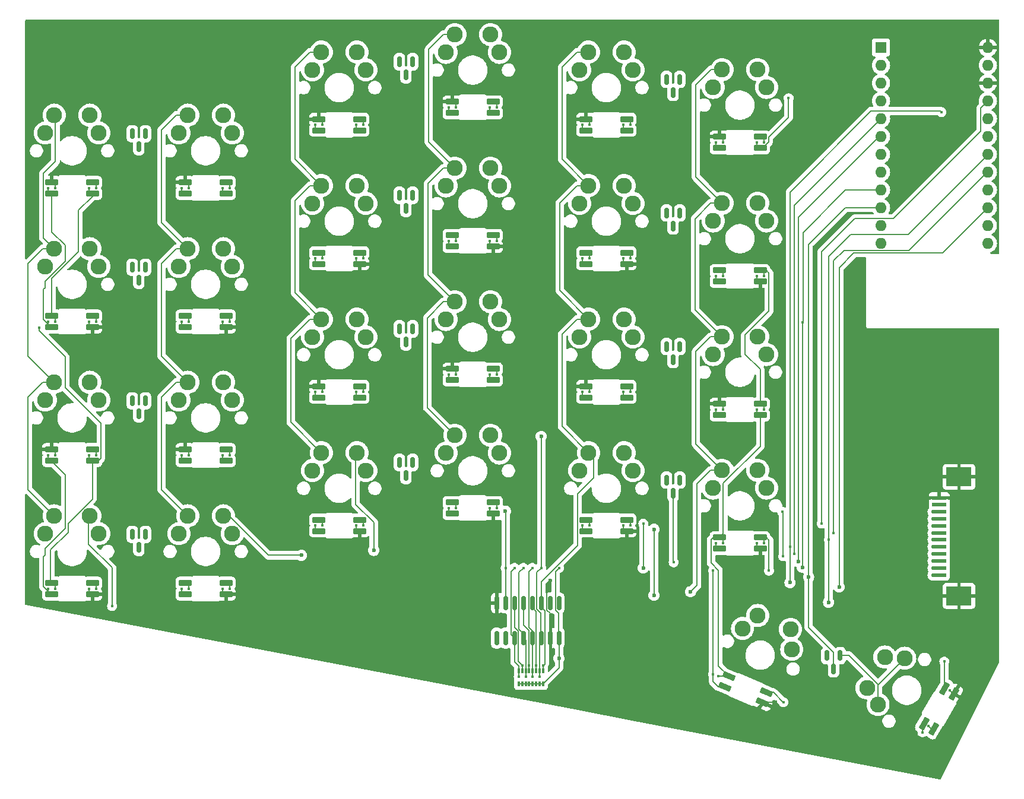
<source format=gbr>
%TF.GenerationSoftware,KiCad,Pcbnew,8.0.8-8.0.8-0~ubuntu22.04.1*%
%TF.CreationDate,2025-01-26T06:24:24-06:00*%
%TF.ProjectId,kbd,6b62642e-6b69-4636-9164-5f7063625858,rev?*%
%TF.SameCoordinates,Original*%
%TF.FileFunction,Copper,L1,Top*%
%TF.FilePolarity,Positive*%
%FSLAX46Y46*%
G04 Gerber Fmt 4.6, Leading zero omitted, Abs format (unit mm)*
G04 Created by KiCad (PCBNEW 8.0.8-8.0.8-0~ubuntu22.04.1) date 2025-01-26 06:24:24*
%MOMM*%
%LPD*%
G01*
G04 APERTURE LIST*
G04 Aperture macros list*
%AMRoundRect*
0 Rectangle with rounded corners*
0 $1 Rounding radius*
0 $2 $3 $4 $5 $6 $7 $8 $9 X,Y pos of 4 corners*
0 Add a 4 corners polygon primitive as box body*
4,1,4,$2,$3,$4,$5,$6,$7,$8,$9,$2,$3,0*
0 Add four circle primitives for the rounded corners*
1,1,$1+$1,$2,$3*
1,1,$1+$1,$4,$5*
1,1,$1+$1,$6,$7*
1,1,$1+$1,$8,$9*
0 Add four rect primitives between the rounded corners*
20,1,$1+$1,$2,$3,$4,$5,0*
20,1,$1+$1,$4,$5,$6,$7,0*
20,1,$1+$1,$6,$7,$8,$9,0*
20,1,$1+$1,$8,$9,$2,$3,0*%
G04 Aperture macros list end*
%TA.AperFunction,SMDPad,CuDef*%
%ADD10RoundRect,0.082000X0.818000X0.328000X-0.818000X0.328000X-0.818000X-0.328000X0.818000X-0.328000X0*%
%TD*%
%TA.AperFunction,SMDPad,CuDef*%
%ADD11RoundRect,0.082000X-0.818000X-0.328000X0.818000X-0.328000X0.818000X0.328000X-0.818000X0.328000X0*%
%TD*%
%TA.AperFunction,ComponentPad*%
%ADD12C,2.286000*%
%TD*%
%TA.AperFunction,SMDPad,CuDef*%
%ADD13RoundRect,0.150000X-0.150000X0.850000X-0.150000X-0.850000X0.150000X-0.850000X0.150000X0.850000X0*%
%TD*%
%TA.AperFunction,SMDPad,CuDef*%
%ADD14R,2.000000X0.610000*%
%TD*%
%TA.AperFunction,SMDPad,CuDef*%
%ADD15R,3.600000X2.680000*%
%TD*%
%TA.AperFunction,ComponentPad*%
%ADD16R,1.600000X1.600000*%
%TD*%
%TA.AperFunction,ComponentPad*%
%ADD17O,1.600000X1.600000*%
%TD*%
%TA.AperFunction,SMDPad,CuDef*%
%ADD18RoundRect,0.082000X0.124944X0.872409X-0.693056X-0.544409X-0.124944X-0.872409X0.693056X0.544409X0*%
%TD*%
%TA.AperFunction,SMDPad,CuDef*%
%ADD19R,0.300000X0.800000*%
%TD*%
%TA.AperFunction,SMDPad,CuDef*%
%ADD20RoundRect,0.082000X0.881133X-0.017692X-0.624813X0.621544X-0.881133X0.017692X0.624813X-0.621544X0*%
%TD*%
%TA.AperFunction,ComponentPad*%
%ADD21RoundRect,0.150000X-0.150000X0.587500X-0.150000X-0.587500X0.150000X-0.587500X0.150000X0.587500X0*%
%TD*%
%TA.AperFunction,ViaPad*%
%ADD22C,0.400000*%
%TD*%
%TA.AperFunction,ViaPad*%
%ADD23C,0.600000*%
%TD*%
%TA.AperFunction,Conductor*%
%ADD24C,0.200000*%
%TD*%
G04 APERTURE END LIST*
D10*
%TO.P,LED35,1,DOUT*%
%TO.N,Net-(LED35-DOUT)*%
X158150000Y-115160000D03*
%TO.P,LED35,2,VSS*%
%TO.N,GND*%
X158150000Y-116740000D03*
%TO.P,LED35,3,DIN*%
%TO.N,Net-(LED34-DOUT)*%
X152350000Y-116740000D03*
%TO.P,LED35,4,VDD*%
%TO.N,+5V*%
X152350000Y-115160000D03*
%TD*%
D11*
%TO.P,LED01,1,DOUT*%
%TO.N,Net-(LED00-DIN)*%
X76150000Y-66090000D03*
%TO.P,LED01,2,VSS*%
%TO.N,GND*%
X76150000Y-64510000D03*
%TO.P,LED01,3,DIN*%
%TO.N,Net-(LED01-DIN)*%
X81950000Y-64510000D03*
%TO.P,LED01,4,VDD*%
%TO.N,+5V*%
X81950000Y-66090000D03*
%TD*%
D12*
%TO.P,SW04,1,1*%
%TO.N,COL4*%
X133660000Y-45920000D03*
X138740000Y-45920000D03*
%TO.P,SW04,2,2*%
%TO.N,Net-(D0405-A-Pad1)*%
X132390000Y-48460000D03*
X140010000Y-48460000D03*
%TD*%
D11*
%TO.P,LED04,1,DOUT*%
%TO.N,Net-(LED03-DIN)*%
X133300000Y-57090000D03*
%TO.P,LED04,2,VSS*%
%TO.N,GND*%
X133300000Y-55510000D03*
%TO.P,LED04,3,DIN*%
%TO.N,Net-(LED04-DIN)*%
X139100000Y-55510000D03*
%TO.P,LED04,4,VDD*%
%TO.N,+5V*%
X139100000Y-57090000D03*
%TD*%
D10*
%TO.P,LED30,1,DOUT*%
%TO.N,Net-(LED30-DOUT)*%
X62900000Y-121660000D03*
%TO.P,LED30,2,VSS*%
%TO.N,GND*%
X62900000Y-123240000D03*
%TO.P,LED30,3,DIN*%
%TO.N,Net-(LED20-DOUT)*%
X57100000Y-123240000D03*
%TO.P,LED30,4,VDD*%
%TO.N,+5V*%
X57100000Y-121660000D03*
%TD*%
D11*
%TO.P,LED20,1,DOUT*%
%TO.N,Net-(LED20-DOUT)*%
X57100000Y-104189999D03*
%TO.P,LED20,2,VSS*%
%TO.N,GND*%
X57100000Y-102609999D03*
%TO.P,LED20,3,DIN*%
%TO.N,Net-(LED20-DIN)*%
X62900000Y-102609999D03*
%TO.P,LED20,4,VDD*%
%TO.N,+5V*%
X62900000Y-104189999D03*
%TD*%
D12*
%TO.P,SW05,1,1*%
%TO.N,COL5*%
X152710000Y-48420000D03*
X157790000Y-48420000D03*
%TO.P,SW05,2,2*%
%TO.N,Net-(D0405-A-Pad2)*%
X151440000Y-50960000D03*
X159060000Y-50960000D03*
%TD*%
D13*
%TO.P,U4,1,~{PL}*%
%TO.N,SCS*%
X129445000Y-124500000D03*
%TO.P,U4,2,CP*%
%TO.N,SCK0*%
X128175000Y-124500000D03*
%TO.P,U4,3,D4*%
%TO.N,COL4*%
X126905000Y-124500000D03*
%TO.P,U4,4,D5*%
%TO.N,COL5*%
X125635000Y-124500000D03*
%TO.P,U4,5,D6*%
%TO.N,COL6*%
X124365000Y-124500000D03*
%TO.P,U4,6,D7*%
%TO.N,COL7*%
X123095000Y-124500000D03*
%TO.P,U4,7,~{Q7}*%
%TO.N,DS*%
X121825000Y-124500000D03*
%TO.P,U4,8,GND*%
%TO.N,GND*%
X120555000Y-124500000D03*
%TO.P,U4,9,Q7*%
%TO.N,unconnected-(U4-Q7-Pad9)*%
X120555000Y-129500000D03*
%TO.P,U4,10,DS*%
%TO.N,unconnected-(U4-DS-Pad10)*%
X121825000Y-129500000D03*
%TO.P,U4,11,D0*%
%TO.N,COL0*%
X123095000Y-129500000D03*
%TO.P,U4,12,D1*%
%TO.N,COL1*%
X124365000Y-129500000D03*
%TO.P,U4,13,D2*%
%TO.N,COL2*%
X125635000Y-129500000D03*
%TO.P,U4,14,D3*%
%TO.N,COL3*%
X126905000Y-129500000D03*
%TO.P,U4,15,~{CE}*%
%TO.N,GND*%
X128175000Y-129500000D03*
%TO.P,U4,16,VCC*%
%TO.N,+3V3*%
X129445000Y-129500000D03*
%TD*%
D12*
%TO.P,SW13,1,1*%
%TO.N,COL3*%
X114610000Y-62470000D03*
X119690000Y-62470000D03*
%TO.P,SW13,2,2*%
%TO.N,Net-(D1213-A-Pad2)*%
X113340000Y-65010000D03*
X120960000Y-65010000D03*
%TD*%
%TO.P,SW33,1,1*%
%TO.N,COL3*%
X114610000Y-100570000D03*
X119690000Y-100570000D03*
%TO.P,SW33,2,2*%
%TO.N,Net-(D3233-A-Pad2)*%
X113340000Y-103110000D03*
X120960000Y-103110000D03*
%TD*%
D14*
%TO.P,J2,1,Pin_1*%
%TO.N,ROW3*%
X183700000Y-120500000D03*
%TO.P,J2,2,Pin_2*%
%TO.N,ROW2*%
X183700000Y-119500000D03*
%TO.P,J2,3,Pin_3*%
%TO.N,ROW1*%
X183700000Y-118500000D03*
%TO.P,J2,4,Pin_4*%
%TO.N,ROW0*%
X183700000Y-117500000D03*
%TO.P,J2,5,Pin_5*%
%TO.N,LED_R*%
X183700000Y-116500000D03*
%TO.P,J2,6,Pin_6*%
%TO.N,SCS*%
X183700000Y-115500000D03*
%TO.P,J2,7,Pin_7*%
%TO.N,SCK0*%
X183700000Y-114500000D03*
%TO.P,J2,8,Pin_8*%
%TO.N,DS*%
X183700000Y-113500000D03*
%TO.P,J2,9,Pin_9*%
%TO.N,+3V3*%
X183700000Y-112500000D03*
%TO.P,J2,10,Pin_10*%
%TO.N,+5V*%
X183700000Y-111500000D03*
%TO.P,J2,11,Pin_11*%
%TO.N,unconnected-(J2-Pin_11-Pad11)*%
X183700000Y-110500000D03*
%TO.P,J2,12,Pin_12*%
%TO.N,GND*%
X183700000Y-109500000D03*
D15*
%TO.P,J2,MP,MountPin*%
X186500000Y-123490000D03*
X186500000Y-106510000D03*
%TD*%
D12*
%TO.P,SW37,1,1*%
%TO.N,COL7*%
X173380591Y-136609705D03*
X175920591Y-132210295D03*
%TO.P,SW37,2,2*%
%TO.N,Net-(D3637-A-Pad2)*%
X174945295Y-138979557D03*
X178755295Y-132380443D03*
%TD*%
%TO.P,SW15,1,1*%
%TO.N,COL5*%
X152710000Y-67470000D03*
X157790000Y-67470000D03*
%TO.P,SW15,2,2*%
%TO.N,Net-(D1415-A-Pad2)*%
X151440000Y-70010000D03*
X159060000Y-70010000D03*
%TD*%
D10*
%TO.P,LED13,1,DOUT*%
%TO.N,Net-(LED13-DOUT)*%
X120050000Y-72060000D03*
%TO.P,LED13,2,VSS*%
%TO.N,GND*%
X120050000Y-73640000D03*
%TO.P,LED13,3,DIN*%
%TO.N,Net-(LED12-DOUT)*%
X114250000Y-73640000D03*
%TO.P,LED13,4,VDD*%
%TO.N,+5V*%
X114250000Y-72060000D03*
%TD*%
D12*
%TO.P,SW14,1,1*%
%TO.N,COL4*%
X133660000Y-64970000D03*
X138740000Y-64970000D03*
%TO.P,SW14,2,2*%
%TO.N,Net-(D1415-A-Pad1)*%
X132390000Y-67510000D03*
X140010000Y-67510000D03*
%TD*%
%TO.P,SW31,1,1*%
%TO.N,COL1*%
X76510000Y-112070000D03*
X81590000Y-112070000D03*
%TO.P,SW31,2,2*%
%TO.N,Net-(D3031-A-Pad2)*%
X75240000Y-114610000D03*
X82860000Y-114610000D03*
%TD*%
%TO.P,SW03,1,1*%
%TO.N,COL3*%
X114610000Y-43420000D03*
X119690000Y-43420000D03*
%TO.P,SW03,2,2*%
%TO.N,Net-(D0203-A-Pad2)*%
X113340000Y-45960000D03*
X120960000Y-45960000D03*
%TD*%
D16*
%TO.P,U1,1,A8*%
%TO.N,unconnected-(U1-A8-Pad1)*%
X175375000Y-45280000D03*
D17*
%TO.P,U1,2,A9*%
%TO.N,unconnected-(U1-A9-Pad2)*%
X175375000Y-47820000D03*
%TO.P,U1,3,B15*%
%TO.N,unconnected-(U1-B15-Pad3)*%
X175375000Y-50360000D03*
%TO.P,U1,4,B14*%
%TO.N,FT*%
X175375000Y-52900000D03*
%TO.P,U1,5,B13*%
%TO.N,ROW0*%
X175375000Y-55440000D03*
%TO.P,U1,6,B12*%
%TO.N,ROW1*%
X175375000Y-57980000D03*
%TO.P,U1,7,B11*%
%TO.N,unconnected-(U1-B11-Pad7)*%
X175375000Y-60520000D03*
%TO.P,U1,8,B10*%
%TO.N,unconnected-(U1-B10-Pad8)*%
X175375000Y-63060000D03*
%TO.P,U1,9,B7*%
%TO.N,ROW2*%
X175375000Y-65600000D03*
%TO.P,U1,10,B4*%
%TO.N,ROW3*%
X175375000Y-68140000D03*
%TO.P,U1,11,B23*%
%TO.N,unconnected-(U1-B23-Pad11)*%
X175375000Y-70680000D03*
%TO.P,U1,12,B22*%
%TO.N,unconnected-(U1-B22-Pad12)*%
X175375000Y-73220000D03*
%TO.P,U1,13,A4*%
%TO.N,unconnected-(U1-A4-Pad13)*%
X190615000Y-73220000D03*
%TO.P,U1,14,A5*%
%TO.N,unconnected-(U1-A5-Pad14)*%
X190615000Y-70680000D03*
%TO.P,U1,15,A15*%
%TO.N,MISO*%
X190615000Y-68140000D03*
%TO.P,U1,16,A14*%
%TO.N,unconnected-(U1-A14-Pad16)*%
X190615000Y-65600000D03*
%TO.P,U1,17,A13*%
%TO.N,SCK0*%
X190615000Y-63060000D03*
%TO.P,U1,18,A12*%
%TO.N,SCS*%
X190615000Y-60520000D03*
%TO.P,U1,19,A11*%
%TO.N,unconnected-(U1-A11-Pad19)*%
X190615000Y-57980000D03*
%TO.P,U1,20,A10*%
%TO.N,unconnected-(U1-A10-Pad20)*%
X190615000Y-55440000D03*
%TO.P,U1,21,3V3*%
%TO.N,+3V3*%
X190615000Y-52900000D03*
%TO.P,U1,22,G*%
%TO.N,GND*%
X190615000Y-50360000D03*
%TO.P,U1,23,5V*%
%TO.N,+5V*%
X190615000Y-47820000D03*
%TO.P,U1,24,G*%
%TO.N,GND*%
X190615000Y-45280000D03*
%TD*%
D10*
%TO.P,LED32,1,DOUT*%
%TO.N,Net-(LED32-DOUT)*%
X101000000Y-112660000D03*
%TO.P,LED32,2,VSS*%
%TO.N,GND*%
X101000000Y-114240000D03*
%TO.P,LED32,3,DIN*%
%TO.N,Net-(LED31-DOUT)*%
X95200000Y-114240000D03*
%TO.P,LED32,4,VDD*%
%TO.N,+5V*%
X95200000Y-112660000D03*
%TD*%
D11*
%TO.P,LED21,1,DOUT*%
%TO.N,Net-(LED20-DIN)*%
X76150000Y-104189999D03*
%TO.P,LED21,2,VSS*%
%TO.N,GND*%
X76150000Y-102609999D03*
%TO.P,LED21,3,DIN*%
%TO.N,Net-(LED21-DIN)*%
X81950000Y-102609999D03*
%TO.P,LED21,4,VDD*%
%TO.N,+5V*%
X81950000Y-104189999D03*
%TD*%
D12*
%TO.P,SW24,1,1*%
%TO.N,COL4*%
X133660000Y-84020000D03*
X138740000Y-84020000D03*
%TO.P,SW24,2,2*%
%TO.N,Net-(D2425-A-Pad1)*%
X132390000Y-86560000D03*
X140010000Y-86560000D03*
%TD*%
D18*
%TO.P,LED37,1,DOUT*%
%TO.N,Net-(JP2-A)*%
X184405840Y-136683526D03*
%TO.P,LED37,2,VSS*%
%TO.N,GND*%
X185774160Y-137473526D03*
%TO.P,LED37,3,DIN*%
%TO.N,Net-(LED36-DOUT)*%
X182874160Y-142496474D03*
%TO.P,LED37,4,VDD*%
%TO.N,+5V*%
X181505840Y-141706474D03*
%TD*%
D12*
%TO.P,SW21,1,1*%
%TO.N,COL1*%
X76510000Y-93020000D03*
X81590000Y-93020000D03*
%TO.P,SW21,2,2*%
%TO.N,Net-(D2021-A-Pad2)*%
X75240000Y-95560000D03*
X82860000Y-95560000D03*
%TD*%
D11*
%TO.P,LED23,1,DOUT*%
%TO.N,Net-(LED22-DIN)*%
X114250000Y-92689999D03*
%TO.P,LED23,2,VSS*%
%TO.N,GND*%
X114250000Y-91109999D03*
%TO.P,LED23,3,DIN*%
%TO.N,Net-(LED23-DIN)*%
X120050000Y-91109999D03*
%TO.P,LED23,4,VDD*%
%TO.N,+5V*%
X120050000Y-92689999D03*
%TD*%
D19*
%TO.P,RN1,1,R1.1*%
%TO.N,COL4*%
X127200000Y-134200000D03*
%TO.P,RN1,2,R2.1*%
%TO.N,COL3*%
X126700000Y-134200000D03*
%TO.P,RN1,3,R3.1*%
%TO.N,COL5*%
X126200000Y-134200000D03*
%TO.P,RN1,4,R4.1*%
%TO.N,COL2*%
X125700000Y-134200000D03*
%TO.P,RN1,5,R5.1*%
%TO.N,COL6*%
X125200000Y-134200000D03*
%TO.P,RN1,6,R6.1*%
%TO.N,COL1*%
X124700000Y-134200000D03*
%TO.P,RN1,7,R7.1*%
%TO.N,COL7*%
X124200000Y-134200000D03*
%TO.P,RN1,8,R8.1*%
%TO.N,COL0*%
X123700000Y-134200000D03*
%TO.P,RN1,9,R8.2*%
%TO.N,+3V3*%
X123700000Y-136000000D03*
%TO.P,RN1,10,R7.2*%
X124200000Y-136000000D03*
%TO.P,RN1,11,R6.2*%
X124700000Y-136000000D03*
%TO.P,RN1,12,R5.2*%
X125200000Y-136000000D03*
%TO.P,RN1,13,R4.2*%
X125700000Y-136000000D03*
%TO.P,RN1,14,R3.2*%
X126200000Y-136000000D03*
%TO.P,RN1,15,R2.2*%
X126700000Y-136000000D03*
%TO.P,RN1,16,R1.2*%
X127200000Y-136000000D03*
%TD*%
D12*
%TO.P,SW34,1,1*%
%TO.N,COL4*%
X133660000Y-103070000D03*
X138740000Y-103070000D03*
%TO.P,SW34,2,2*%
%TO.N,Net-(D3435-A-Pad1)*%
X132390000Y-105610000D03*
X140010000Y-105610000D03*
%TD*%
D10*
%TO.P,LED31,1,DOUT*%
%TO.N,Net-(LED31-DOUT)*%
X81950000Y-121660000D03*
%TO.P,LED31,2,VSS*%
%TO.N,GND*%
X81950000Y-123240000D03*
%TO.P,LED31,3,DIN*%
%TO.N,Net-(LED30-DOUT)*%
X76150000Y-123240000D03*
%TO.P,LED31,4,VDD*%
%TO.N,+5V*%
X76150000Y-121660000D03*
%TD*%
D12*
%TO.P,SW11,1,1*%
%TO.N,COL1*%
X76510000Y-73970000D03*
X81590000Y-73970000D03*
%TO.P,SW11,2,2*%
%TO.N,Net-(D1011-A-Pad2)*%
X75240000Y-76510000D03*
X82860000Y-76510000D03*
%TD*%
D11*
%TO.P,LED24,1,DOUT*%
%TO.N,Net-(LED23-DIN)*%
X133300000Y-95189999D03*
%TO.P,LED24,2,VSS*%
%TO.N,GND*%
X133300000Y-93609999D03*
%TO.P,LED24,3,DIN*%
%TO.N,Net-(LED24-DIN)*%
X139100000Y-93609999D03*
%TO.P,LED24,4,VDD*%
%TO.N,+5V*%
X139100000Y-95189999D03*
%TD*%
%TO.P,LED25,1,DOUT*%
%TO.N,Net-(LED24-DIN)*%
X152350000Y-97689999D03*
%TO.P,LED25,2,VSS*%
%TO.N,GND*%
X152350000Y-96109999D03*
%TO.P,LED25,3,DIN*%
%TO.N,Net-(LED15-DOUT)*%
X158150000Y-96109999D03*
%TO.P,LED25,4,VDD*%
%TO.N,+5V*%
X158150000Y-97689999D03*
%TD*%
%TO.P,LED03,1,DOUT*%
%TO.N,Net-(LED02-DIN)*%
X114250000Y-54590000D03*
%TO.P,LED03,2,VSS*%
%TO.N,GND*%
X114250000Y-53010000D03*
%TO.P,LED03,3,DIN*%
%TO.N,Net-(LED03-DIN)*%
X120050000Y-53010000D03*
%TO.P,LED03,4,VDD*%
%TO.N,+5V*%
X120050000Y-54590000D03*
%TD*%
D10*
%TO.P,LED33,1,DOUT*%
%TO.N,Net-(LED33-DOUT)*%
X120050000Y-110160000D03*
%TO.P,LED33,2,VSS*%
%TO.N,GND*%
X120050000Y-111740000D03*
%TO.P,LED33,3,DIN*%
%TO.N,Net-(LED32-DOUT)*%
X114250000Y-111740000D03*
%TO.P,LED33,4,VDD*%
%TO.N,+5V*%
X114250000Y-110160000D03*
%TD*%
D20*
%TO.P,LED36,1,DOUT*%
%TO.N,Net-(LED36-DOUT)*%
X159048142Y-137243667D03*
%TO.P,LED36,2,VSS*%
%TO.N,GND*%
X158430786Y-138698065D03*
%TO.P,LED36,3,DIN*%
%TO.N,Net-(LED35-DOUT)*%
X153091858Y-136431825D03*
%TO.P,LED36,4,VDD*%
%TO.N,+5V*%
X153709214Y-134977427D03*
%TD*%
D12*
%TO.P,SW30,1,1*%
%TO.N,COL0*%
X57460000Y-112070000D03*
X62540000Y-112070000D03*
%TO.P,SW30,2,2*%
%TO.N,Net-(D3031-A-Pad1)*%
X56190000Y-114610000D03*
X63810000Y-114610000D03*
%TD*%
%TO.P,SW00,1,1*%
%TO.N,COL0*%
X57460000Y-54920000D03*
X62540000Y-54920000D03*
%TO.P,SW00,2,2*%
%TO.N,Net-(D0001-A-Pad1)*%
X56190000Y-57460000D03*
X63810000Y-57460000D03*
%TD*%
%TO.P,SW35,1,1*%
%TO.N,COL5*%
X152710000Y-105570000D03*
X157790000Y-105570000D03*
%TO.P,SW35,2,2*%
%TO.N,Net-(D3435-A-Pad2)*%
X151440000Y-108110000D03*
X159060000Y-108110000D03*
%TD*%
D10*
%TO.P,LED14,1,DOUT*%
%TO.N,Net-(LED14-DOUT)*%
X139100000Y-74560000D03*
%TO.P,LED14,2,VSS*%
%TO.N,GND*%
X139100000Y-76140000D03*
%TO.P,LED14,3,DIN*%
%TO.N,Net-(LED13-DOUT)*%
X133300000Y-76140000D03*
%TO.P,LED14,4,VDD*%
%TO.N,+5V*%
X133300000Y-74560000D03*
%TD*%
D11*
%TO.P,LED22,1,DOUT*%
%TO.N,Net-(LED21-DIN)*%
X95200000Y-95189999D03*
%TO.P,LED22,2,VSS*%
%TO.N,GND*%
X95200000Y-93609999D03*
%TO.P,LED22,3,DIN*%
%TO.N,Net-(LED22-DIN)*%
X101000000Y-93609999D03*
%TO.P,LED22,4,VDD*%
%TO.N,+5V*%
X101000000Y-95189999D03*
%TD*%
D10*
%TO.P,LED10,1,DOUT*%
%TO.N,Net-(LED10-DOUT)*%
X62900000Y-83560000D03*
%TO.P,LED10,2,VSS*%
%TO.N,GND*%
X62900000Y-85140000D03*
%TO.P,LED10,3,DIN*%
%TO.N,Net-(LED00-DOUT)*%
X57100000Y-85140000D03*
%TO.P,LED10,4,VDD*%
%TO.N,+5V*%
X57100000Y-83560000D03*
%TD*%
D12*
%TO.P,SW23,1,1*%
%TO.N,COL3*%
X114610000Y-81520000D03*
X119690000Y-81520000D03*
%TO.P,SW23,2,2*%
%TO.N,Net-(D2223-A-Pad2)*%
X113340000Y-84060000D03*
X120960000Y-84060000D03*
%TD*%
%TO.P,SW20,1,1*%
%TO.N,COL0*%
X57460000Y-93020000D03*
X62540000Y-93020000D03*
%TO.P,SW20,2,2*%
%TO.N,Net-(D2021-A-Pad1)*%
X56190000Y-95560000D03*
X63810000Y-95560000D03*
%TD*%
%TO.P,SW12,1,1*%
%TO.N,COL2*%
X95560000Y-64970000D03*
X100640000Y-64970000D03*
%TO.P,SW12,2,2*%
%TO.N,Net-(D1213-A-Pad1)*%
X94290000Y-67510000D03*
X101910000Y-67510000D03*
%TD*%
D10*
%TO.P,LED12,1,DOUT*%
%TO.N,Net-(LED12-DOUT)*%
X101000000Y-74560000D03*
%TO.P,LED12,2,VSS*%
%TO.N,GND*%
X101000000Y-76140000D03*
%TO.P,LED12,3,DIN*%
%TO.N,Net-(LED11-DOUT)*%
X95200000Y-76140000D03*
%TO.P,LED12,4,VDD*%
%TO.N,+5V*%
X95200000Y-74560000D03*
%TD*%
D11*
%TO.P,LED02,1,DOUT*%
%TO.N,Net-(LED01-DIN)*%
X95200000Y-57090000D03*
%TO.P,LED02,2,VSS*%
%TO.N,GND*%
X95200000Y-55510000D03*
%TO.P,LED02,3,DIN*%
%TO.N,Net-(LED02-DIN)*%
X101000000Y-55510000D03*
%TO.P,LED02,4,VDD*%
%TO.N,+5V*%
X101000000Y-57090000D03*
%TD*%
D12*
%TO.P,SW02,1,1*%
%TO.N,COL2*%
X95560000Y-45920000D03*
X100640000Y-45920000D03*
%TO.P,SW02,2,2*%
%TO.N,Net-(D0203-A-Pad1)*%
X94290000Y-48460000D03*
X101910000Y-48460000D03*
%TD*%
D10*
%TO.P,LED34,1,DOUT*%
%TO.N,Net-(LED34-DOUT)*%
X139100000Y-112660000D03*
%TO.P,LED34,2,VSS*%
%TO.N,GND*%
X139100000Y-114240000D03*
%TO.P,LED34,3,DIN*%
%TO.N,Net-(LED33-DOUT)*%
X133300000Y-114240000D03*
%TO.P,LED34,4,VDD*%
%TO.N,+5V*%
X133300000Y-112660000D03*
%TD*%
D11*
%TO.P,LED00,1,DOUT*%
%TO.N,Net-(LED00-DOUT)*%
X57100000Y-66090000D03*
%TO.P,LED00,2,VSS*%
%TO.N,GND*%
X57100000Y-64510000D03*
%TO.P,LED00,3,DIN*%
%TO.N,Net-(LED00-DIN)*%
X62900000Y-64510000D03*
%TO.P,LED00,4,VDD*%
%TO.N,+5V*%
X62900000Y-66090000D03*
%TD*%
D10*
%TO.P,LED15,1,DOUT*%
%TO.N,Net-(LED15-DOUT)*%
X158150000Y-77060000D03*
%TO.P,LED15,2,VSS*%
%TO.N,GND*%
X158150000Y-78640000D03*
%TO.P,LED15,3,DIN*%
%TO.N,Net-(LED14-DOUT)*%
X152350000Y-78640000D03*
%TO.P,LED15,4,VDD*%
%TO.N,+5V*%
X152350000Y-77060000D03*
%TD*%
%TO.P,LED11,1,DOUT*%
%TO.N,Net-(LED11-DOUT)*%
X81950000Y-83560000D03*
%TO.P,LED11,2,VSS*%
%TO.N,GND*%
X81950000Y-85140000D03*
%TO.P,LED11,3,DIN*%
%TO.N,Net-(LED10-DOUT)*%
X76150000Y-85140000D03*
%TO.P,LED11,4,VDD*%
%TO.N,+5V*%
X76150000Y-83560000D03*
%TD*%
D12*
%TO.P,SW01,1,1*%
%TO.N,COL1*%
X76510000Y-54920000D03*
X81590000Y-54920000D03*
%TO.P,SW01,2,2*%
%TO.N,Net-(D0001-A-Pad2)*%
X75240000Y-57460000D03*
X82860000Y-57460000D03*
%TD*%
%TO.P,SW25,1,1*%
%TO.N,COL5*%
X152710000Y-86520000D03*
X157790000Y-86520000D03*
%TO.P,SW25,2,2*%
%TO.N,Net-(D2425-A-Pad2)*%
X151440000Y-89060000D03*
X159060000Y-89060000D03*
%TD*%
D11*
%TO.P,LED05,1,DOUT*%
%TO.N,Net-(LED04-DIN)*%
X152350000Y-59590000D03*
%TO.P,LED05,2,VSS*%
%TO.N,GND*%
X152350000Y-58010000D03*
%TO.P,LED05,3,DIN*%
%TO.N,Net-(LED05-DIN)*%
X158150000Y-58010000D03*
%TO.P,LED05,4,VDD*%
%TO.N,+5V*%
X158150000Y-59590000D03*
%TD*%
D12*
%TO.P,SW10,1,1*%
%TO.N,COL0*%
X57460000Y-73970000D03*
X62540000Y-73970000D03*
%TO.P,SW10,2,2*%
%TO.N,Net-(D1011-A-Pad1)*%
X56190000Y-76510000D03*
X63810000Y-76510000D03*
%TD*%
%TO.P,SW36,1,1*%
%TO.N,COL6*%
X157796832Y-126281378D03*
X162472996Y-128266292D03*
%TO.P,SW36,2,2*%
%TO.N,Net-(D3637-A-Pad1)*%
X155635334Y-128123232D03*
X162649581Y-131100603D03*
%TD*%
%TO.P,SW22,1,1*%
%TO.N,COL2*%
X95560000Y-84020000D03*
X100640000Y-84020000D03*
%TO.P,SW22,2,2*%
%TO.N,Net-(D2223-A-Pad1)*%
X94290000Y-86560000D03*
X101910000Y-86560000D03*
%TD*%
%TO.P,SW32,1,1*%
%TO.N,COL2*%
X95560000Y-103070000D03*
X100640000Y-103070000D03*
%TO.P,SW32,2,2*%
%TO.N,Net-(D3233-A-Pad1)*%
X94290000Y-105610000D03*
X101910000Y-105610000D03*
%TD*%
D21*
%TO.P,D2425,1,A*%
%TO.N,Net-(D2425-A-Pad1)*%
X144775000Y-87912500D03*
%TO.P,D2425,2,A*%
%TO.N,Net-(D2425-A-Pad2)*%
X146675000Y-87912500D03*
%TO.P,D2425,3,K*%
%TO.N,ROW2*%
X145725000Y-89787500D03*
%TD*%
%TO.P,D0001,1,A*%
%TO.N,Net-(D0001-A-Pad1)*%
X68575000Y-57562500D03*
%TO.P,D0001,2,A*%
%TO.N,Net-(D0001-A-Pad2)*%
X70475000Y-57562500D03*
%TO.P,D0001,3,K*%
%TO.N,ROW0*%
X69525000Y-59437500D03*
%TD*%
%TO.P,D3435,1,A*%
%TO.N,Net-(D3435-A-Pad1)*%
X144775000Y-106962500D03*
%TO.P,D3435,2,A*%
%TO.N,Net-(D3435-A-Pad2)*%
X146675000Y-106962500D03*
%TO.P,D3435,3,K*%
%TO.N,ROW3*%
X145725000Y-108837500D03*
%TD*%
%TO.P,D0405,1,A*%
%TO.N,Net-(D0405-A-Pad1)*%
X144775000Y-49812500D03*
%TO.P,D0405,2,A*%
%TO.N,Net-(D0405-A-Pad2)*%
X146675000Y-49812500D03*
%TO.P,D0405,3,K*%
%TO.N,ROW0*%
X145725000Y-51687500D03*
%TD*%
%TO.P,D1415,1,A*%
%TO.N,Net-(D1415-A-Pad1)*%
X144775000Y-68862500D03*
%TO.P,D1415,2,A*%
%TO.N,Net-(D1415-A-Pad2)*%
X146675000Y-68862500D03*
%TO.P,D1415,3,K*%
%TO.N,ROW1*%
X145725000Y-70737500D03*
%TD*%
%TO.P,D3031,1,A*%
%TO.N,Net-(D3031-A-Pad1)*%
X68575000Y-114712500D03*
%TO.P,D3031,2,A*%
%TO.N,Net-(D3031-A-Pad2)*%
X70475000Y-114712500D03*
%TO.P,D3031,3,K*%
%TO.N,ROW3*%
X69525000Y-116587500D03*
%TD*%
%TO.P,D3233,1,A*%
%TO.N,Net-(D3233-A-Pad1)*%
X106675000Y-104462500D03*
%TO.P,D3233,2,A*%
%TO.N,Net-(D3233-A-Pad2)*%
X108575000Y-104462500D03*
%TO.P,D3233,3,K*%
%TO.N,ROW3*%
X107625000Y-106337500D03*
%TD*%
%TO.P,D1011,1,A*%
%TO.N,Net-(D1011-A-Pad1)*%
X68575000Y-76612500D03*
%TO.P,D1011,2,A*%
%TO.N,Net-(D1011-A-Pad2)*%
X70475000Y-76612500D03*
%TO.P,D1011,3,K*%
%TO.N,ROW1*%
X69525000Y-78487500D03*
%TD*%
%TO.P,D0203,1,A*%
%TO.N,Net-(D0203-A-Pad1)*%
X106675000Y-47312500D03*
%TO.P,D0203,2,A*%
%TO.N,Net-(D0203-A-Pad2)*%
X108575000Y-47312500D03*
%TO.P,D0203,3,K*%
%TO.N,ROW0*%
X107625000Y-49187500D03*
%TD*%
%TO.P,D3637,1,A*%
%TO.N,Net-(D3637-A-Pad1)*%
X167650000Y-132012500D03*
%TO.P,D3637,2,A*%
%TO.N,Net-(D3637-A-Pad2)*%
X169550000Y-132012500D03*
%TO.P,D3637,3,K*%
%TO.N,ROW3*%
X168600000Y-133887500D03*
%TD*%
%TO.P,D1213,1,A*%
%TO.N,Net-(D1213-A-Pad1)*%
X106675000Y-66362500D03*
%TO.P,D1213,2,A*%
%TO.N,Net-(D1213-A-Pad2)*%
X108575000Y-66362500D03*
%TO.P,D1213,3,K*%
%TO.N,ROW1*%
X107625000Y-68237500D03*
%TD*%
%TO.P,D2223,1,A*%
%TO.N,Net-(D2223-A-Pad1)*%
X106675000Y-85412500D03*
%TO.P,D2223,2,A*%
%TO.N,Net-(D2223-A-Pad2)*%
X108575000Y-85412500D03*
%TO.P,D2223,3,K*%
%TO.N,ROW2*%
X107625000Y-87287500D03*
%TD*%
%TO.P,D2021,1,A*%
%TO.N,Net-(D2021-A-Pad1)*%
X68575000Y-95662500D03*
%TO.P,D2021,2,A*%
%TO.N,Net-(D2021-A-Pad2)*%
X70475000Y-95662500D03*
%TO.P,D2021,3,K*%
%TO.N,ROW2*%
X69525000Y-97537500D03*
%TD*%
D22*
%TO.N,ROW0*%
X182700000Y-117500000D03*
X163000000Y-117500000D03*
%TO.N,ROW1*%
X182700000Y-118500000D03*
D23*
X163570000Y-118600000D03*
D22*
%TO.N,ROW2*%
X164175000Y-84500000D03*
X182700000Y-119500000D03*
D23*
X164170000Y-119430000D03*
D22*
%TO.N,ROW3*%
X145800000Y-118700000D03*
X182700000Y-120500000D03*
D23*
X165050000Y-120800000D03*
D22*
%TO.N,GND*%
X157650000Y-77850000D03*
X100500000Y-75350000D03*
X119550000Y-72850000D03*
X62400000Y-84350000D03*
X138600000Y-75350000D03*
D23*
X128180000Y-121290000D03*
D22*
X133800000Y-94400000D03*
X133800000Y-56300000D03*
X81450000Y-122450000D03*
X62400000Y-122450000D03*
X100500000Y-113450000D03*
X152850000Y-58800000D03*
X81450000Y-84350000D03*
X95700000Y-56300000D03*
X57600000Y-65300000D03*
X95700000Y-94400000D03*
X76650000Y-65300000D03*
X119550000Y-110950000D03*
X185200000Y-137000000D03*
X76650000Y-103400000D03*
X138600000Y-113450000D03*
X114750000Y-91900000D03*
X57600000Y-103400000D03*
X157650000Y-115950000D03*
X114750000Y-53800000D03*
X152850000Y-96900000D03*
X160410000Y-138600000D03*
%TO.N,SCK0*%
X128175000Y-124500000D03*
X168600000Y-114500000D03*
D23*
X143000000Y-123400000D03*
D22*
X182700000Y-114500000D03*
D23*
X143000000Y-114000000D03*
D22*
%TO.N,SCS*%
X129445000Y-124500000D03*
X182700000Y-115500000D03*
D23*
X167900000Y-124400000D03*
D22*
X167925000Y-115500000D03*
D23*
%TO.N,MISO*%
X169400000Y-122200000D03*
D22*
%TO.N,+3V3*%
X182700000Y-112500000D03*
X166925000Y-113175000D03*
D23*
X141475000Y-119500000D03*
D22*
X141475000Y-113200000D03*
X129445000Y-119500000D03*
D23*
X129445000Y-132400000D03*
%TO.N,DS*%
X121800000Y-111400000D03*
D22*
X182700000Y-113500000D03*
X121825000Y-119500000D03*
%TO.N,+5V*%
X62400000Y-103400000D03*
X138600000Y-94400000D03*
X152850000Y-77850000D03*
X114750000Y-72850000D03*
X55300000Y-85200000D03*
X100500000Y-56300000D03*
X76650000Y-84350000D03*
X157650000Y-96900000D03*
X114750000Y-110950000D03*
X161300000Y-111500000D03*
X152850000Y-115950000D03*
X133800000Y-113450000D03*
X100500000Y-94400000D03*
X76650000Y-122450000D03*
X119550000Y-53800000D03*
X119550000Y-91900000D03*
X182700000Y-111500000D03*
X161400000Y-117850000D03*
X81450000Y-65300000D03*
X95700000Y-75350000D03*
X157650000Y-58800000D03*
X162200000Y-52500000D03*
X81450000Y-103400000D03*
X62400000Y-65300000D03*
X181279828Y-142947907D03*
X133800000Y-75350000D03*
X57600000Y-84350000D03*
X57600000Y-122450000D03*
X95700000Y-113450000D03*
X138600000Y-56300000D03*
X152170000Y-134930000D03*
%TO.N,Net-(LED00-DOUT)*%
X56600000Y-65300000D03*
X56600000Y-84350000D03*
%TO.N,Net-(LED00-DIN)*%
X75650000Y-65300000D03*
X63400000Y-65300000D03*
%TO.N,Net-(LED01-DIN)*%
X94700000Y-56300000D03*
X82450000Y-65300000D03*
%TO.N,Net-(LED02-DIN)*%
X101500000Y-56300000D03*
X113750000Y-53800000D03*
%TO.N,Net-(LED03-DIN)*%
X132800000Y-56300000D03*
X120550000Y-53800000D03*
%TO.N,Net-(LED04-DIN)*%
X139600000Y-56300000D03*
X151850000Y-58800000D03*
%TO.N,Net-(LED12-DOUT)*%
X101500000Y-75350000D03*
X113750000Y-72850000D03*
%TO.N,Net-(LED20-DIN)*%
X63400000Y-103400000D03*
X75650000Y-103400000D03*
%TO.N,Net-(LED21-DIN)*%
X82450000Y-103400000D03*
X94700000Y-94400000D03*
%TO.N,Net-(LED22-DIN)*%
X113750000Y-91900000D03*
X101500000Y-94400000D03*
%TO.N,Net-(LED23-DIN)*%
X120550000Y-91900000D03*
X132800000Y-94400000D03*
%TO.N,Net-(LED24-DIN)*%
X151850000Y-96900000D03*
X139600000Y-94400000D03*
%TO.N,Net-(LED10-DOUT)*%
X63400000Y-84350000D03*
X75650000Y-84350000D03*
%TO.N,Net-(LED11-DOUT)*%
X94700000Y-75350000D03*
X82450000Y-84350000D03*
%TO.N,Net-(LED13-DOUT)*%
X120550000Y-72850000D03*
X132800000Y-75350000D03*
%TO.N,Net-(LED14-DOUT)*%
X151850000Y-77850000D03*
X139600000Y-75350000D03*
%TO.N,Net-(LED15-DOUT)*%
X158650000Y-96900000D03*
X158650000Y-77850000D03*
%TO.N,Net-(LED30-DOUT)*%
X63400000Y-122450000D03*
X75650000Y-122450000D03*
%TO.N,Net-(LED31-DOUT)*%
X94700000Y-113450000D03*
X82450000Y-122450000D03*
%TO.N,Net-(LED20-DOUT)*%
X56600000Y-122450000D03*
X56600000Y-103400000D03*
%TO.N,Net-(LED32-DOUT)*%
X113750000Y-110950000D03*
X101500000Y-113450000D03*
%TO.N,Net-(LED33-DOUT)*%
X120550000Y-110950000D03*
X132800000Y-113450000D03*
%TO.N,Net-(LED34-DOUT)*%
X139600000Y-113450000D03*
X151850000Y-115950000D03*
%TO.N,COL4*%
X126905000Y-124500000D03*
X127200000Y-133410000D03*
%TO.N,COL7*%
X124200000Y-133450000D03*
X123095000Y-124500000D03*
D23*
%TO.N,COL2*%
X103020000Y-117000000D03*
D22*
X125635000Y-119500000D03*
X125700000Y-135050000D03*
%TO.N,COL1*%
X124700000Y-135050000D03*
D23*
X92700000Y-117700000D03*
D22*
X124365000Y-119500000D03*
%TO.N,COL3*%
X126905000Y-119500000D03*
X126700000Y-135050000D03*
D23*
X126905000Y-100743000D03*
D22*
%TO.N,COL0*%
X123700000Y-135050000D03*
X123095000Y-119500000D03*
X65690000Y-124950000D03*
%TO.N,COL5*%
X125635000Y-124500000D03*
X126210000Y-133440000D03*
D23*
X148200000Y-122900000D03*
D22*
%TO.N,COL6*%
X124365000Y-124500000D03*
X125200000Y-133440000D03*
%TO.N,LED_R*%
X162425000Y-116500000D03*
X184010000Y-54490000D03*
X182700000Y-116500000D03*
D23*
X162400000Y-121600000D03*
D22*
%TO.N,Net-(LED35-DOUT)*%
X159400000Y-119900000D03*
X151400000Y-119900000D03*
X158650000Y-115950000D03*
X151418162Y-134656605D03*
%TO.N,Net-(LED36-DOUT)*%
X182120718Y-142061475D03*
X161440000Y-138640000D03*
%TO.N,Net-(JP2-A)*%
X184400000Y-132850000D03*
%TO.N,Net-(LED05-DIN)*%
X158650000Y-58800000D03*
%TD*%
D24*
%TO.N,ROW0*%
X163025000Y-117475000D02*
X163025000Y-67775000D01*
X163025000Y-67775000D02*
X175360000Y-55440000D01*
X163000000Y-117500000D02*
X163025000Y-117475000D01*
%TO.N,ROW1*%
X163570000Y-115215000D02*
X163575000Y-115210000D01*
X163575000Y-69495000D02*
X163575000Y-115210000D01*
X175090000Y-57980000D02*
X163575000Y-69495000D01*
X163570000Y-118600000D02*
X163570000Y-115215000D01*
%TO.N,ROW2*%
X164175000Y-118090686D02*
X164175000Y-84500000D01*
X164250000Y-71650000D02*
X170300000Y-65600000D01*
X164250000Y-84425000D02*
X164250000Y-71650000D01*
X164175000Y-84500000D02*
X164250000Y-84425000D01*
X164170000Y-118095686D02*
X164175000Y-118090686D01*
X164170000Y-119430000D02*
X164170000Y-118095686D01*
X170300000Y-65600000D02*
X175375000Y-65600000D01*
%TO.N,ROW3*%
X165060000Y-127970000D02*
X168600000Y-131510000D01*
X170260000Y-68140000D02*
X165050000Y-73350000D01*
X165060000Y-120810000D02*
X165060000Y-127970000D01*
X145725000Y-108837500D02*
X145725000Y-118625000D01*
X145725000Y-118625000D02*
X145800000Y-118700000D01*
X175375000Y-68140000D02*
X170260000Y-68140000D01*
X165050000Y-73350000D02*
X165050000Y-121560000D01*
X165050000Y-120800000D02*
X165060000Y-120810000D01*
X168600000Y-131510000D02*
X168600000Y-133887500D01*
%TO.N,GND*%
X157650000Y-78640000D02*
X157650000Y-77850000D01*
X114750000Y-91110000D02*
X114750000Y-91900000D01*
X76650000Y-102610000D02*
X76650000Y-103400000D01*
X100500000Y-76140000D02*
X100500000Y-75350000D01*
X127675000Y-125499130D02*
X127675000Y-121795000D01*
X62400000Y-123240000D02*
X62400000Y-122450000D01*
X152850000Y-96110000D02*
X152850000Y-96900000D01*
X128175000Y-125999130D02*
X127675000Y-125499130D01*
X119550000Y-111740000D02*
X119550000Y-110950000D01*
X95700000Y-93610000D02*
X95700000Y-94400000D01*
X157728851Y-139400000D02*
X158430786Y-138698065D01*
X160311935Y-138698065D02*
X158430786Y-138698065D01*
X127675000Y-121795000D02*
X128180000Y-121290000D01*
X57600000Y-102610000D02*
X57600000Y-103400000D01*
X114750000Y-53010000D02*
X114750000Y-53800000D01*
X81450000Y-123240000D02*
X81450000Y-122450000D01*
X76650000Y-64510000D02*
X76650000Y-65300000D01*
X152850000Y-58010000D02*
X152850000Y-58800000D01*
X119550000Y-73640000D02*
X119550000Y-72850000D01*
X81450000Y-85140000D02*
X81450000Y-84350000D01*
X57600000Y-64510000D02*
X57600000Y-65300000D01*
X160410000Y-138600000D02*
X160311935Y-138698065D01*
X157650000Y-116740000D02*
X157650000Y-115950000D01*
X128175000Y-129500000D02*
X128175000Y-125999130D01*
X138600000Y-76140000D02*
X138600000Y-75350000D01*
X138600000Y-114240000D02*
X138600000Y-113450000D01*
X185200000Y-137000000D02*
X185673526Y-137473526D01*
X100500000Y-114240000D02*
X100500000Y-113450000D01*
X133800000Y-93610000D02*
X133800000Y-94400000D01*
X133800000Y-55510000D02*
X133800000Y-56300000D01*
X62400000Y-85140000D02*
X62400000Y-84350000D01*
X95700000Y-55510000D02*
X95700000Y-56300000D01*
%TO.N,SCK0*%
X168625000Y-75709314D02*
X170104314Y-74230000D01*
X168625000Y-114475000D02*
X168625000Y-75709314D01*
X168600000Y-114500000D02*
X168625000Y-114475000D01*
X179370000Y-74230000D02*
X190540000Y-63060000D01*
X143000000Y-114000000D02*
X143000000Y-123400000D01*
X170104314Y-74230000D02*
X179370000Y-74230000D01*
%TO.N,SCS*%
X171020000Y-71980000D02*
X179220000Y-71980000D01*
X167900000Y-115525000D02*
X167925000Y-115500000D01*
X167900000Y-124400000D02*
X167900000Y-115525000D01*
X167925000Y-75075000D02*
X171020000Y-71980000D01*
X167925000Y-115500000D02*
X167925000Y-75075000D01*
X179220000Y-71980000D02*
X190680000Y-60520000D01*
%TO.N,MISO*%
X171500000Y-74600000D02*
X184155000Y-74600000D01*
X184155000Y-74600000D02*
X190615000Y-68140000D01*
X169400000Y-122200000D02*
X169400000Y-76700000D01*
X169400000Y-76700000D02*
X171500000Y-74600000D01*
%TO.N,+3V3*%
X171620000Y-69680000D02*
X177120000Y-69680000D01*
X129445000Y-132400000D02*
X129445000Y-129500000D01*
X177120000Y-69680000D02*
X189615000Y-57185000D01*
X129400000Y-129455000D02*
X129400000Y-125954130D01*
X127200000Y-136000000D02*
X129445000Y-133755000D01*
X166925000Y-113175000D02*
X166925000Y-74375000D01*
X189615000Y-57185000D02*
X189615000Y-53900000D01*
X129445000Y-133755000D02*
X129445000Y-132400000D01*
X141475000Y-113200000D02*
X141475000Y-119500000D01*
X189615000Y-53900000D02*
X190615000Y-52900000D01*
X166925000Y-74375000D02*
X171620000Y-69680000D01*
X129400000Y-125954130D02*
X128945000Y-125499130D01*
X123700000Y-136000000D02*
X127200000Y-136000000D01*
X128945000Y-120000000D02*
X129445000Y-119500000D01*
X128945000Y-125499130D02*
X128945000Y-120000000D01*
%TO.N,DS*%
X121825000Y-119500000D02*
X121825000Y-111425000D01*
X121825000Y-111425000D02*
X121800000Y-111400000D01*
X121825000Y-124500000D02*
X121825000Y-119500000D01*
%TO.N,+5V*%
X157650000Y-97690000D02*
X157650000Y-96900000D01*
X59429125Y-113140164D02*
X59429125Y-114406100D01*
X114750000Y-72060000D02*
X114750000Y-72850000D01*
X55300000Y-85200000D02*
X55300000Y-85700000D01*
X162200000Y-55250000D02*
X159350000Y-58100000D01*
X158150000Y-97689999D02*
X158150000Y-102170711D01*
X161300000Y-111500000D02*
X161375000Y-111575000D01*
X57100000Y-83560000D02*
X57100000Y-78206397D01*
X138600000Y-95190000D02*
X138600000Y-94400000D01*
X157650000Y-59590000D02*
X157650000Y-58800000D01*
X152350000Y-115160000D02*
X151450000Y-115160000D01*
X62900000Y-104189999D02*
X62900000Y-109669289D01*
X76650000Y-83560000D02*
X76650000Y-84350000D01*
X153709214Y-134977427D02*
X152217427Y-134977427D01*
X62900000Y-66500000D02*
X62900000Y-66090000D01*
X60900000Y-74406397D02*
X60900000Y-68500000D01*
X161375000Y-117825000D02*
X161400000Y-117850000D01*
X100500000Y-95190000D02*
X100500000Y-94400000D01*
X114750000Y-110160000D02*
X114750000Y-110950000D01*
X57100000Y-78206397D02*
X60900000Y-74406397D01*
X64100000Y-103889999D02*
X63800000Y-104189999D01*
X119550000Y-92690000D02*
X119550000Y-91900000D01*
X81450000Y-104190000D02*
X81450000Y-103400000D01*
X63800000Y-104189999D02*
X62900000Y-104189999D01*
X151450000Y-115160000D02*
X151150000Y-115460000D01*
X62900000Y-109669289D02*
X59429125Y-113140164D01*
X152883000Y-114627000D02*
X152350000Y-115160000D01*
X161375000Y-111575000D02*
X161375000Y-117825000D01*
X152883000Y-107437711D02*
X152883000Y-114627000D01*
X62400000Y-104190000D02*
X62400000Y-103400000D01*
X151150000Y-118801471D02*
X152200000Y-119851471D01*
X57600000Y-121660000D02*
X57600000Y-122450000D01*
X55300000Y-85700000D02*
X59000000Y-89400000D01*
X152200000Y-133468213D02*
X153709214Y-134977427D01*
X119550000Y-54590000D02*
X119550000Y-53800000D01*
X81450000Y-66090000D02*
X81450000Y-65300000D01*
X159350000Y-58771752D02*
X158531752Y-59590000D01*
X56900000Y-116935225D02*
X56900000Y-121460000D01*
X95700000Y-74560000D02*
X95700000Y-75350000D01*
X159350000Y-58100000D02*
X159350000Y-58771752D01*
X133800000Y-74560000D02*
X133800000Y-75350000D01*
X151150000Y-115460000D02*
X151150000Y-118801471D01*
X152850000Y-77060000D02*
X152850000Y-77850000D01*
X60900000Y-68500000D02*
X62900000Y-66500000D01*
X152200000Y-119851471D02*
X152200000Y-133468213D01*
X59429125Y-114406100D02*
X56900000Y-116935225D01*
X59000000Y-93785225D02*
X64100000Y-98885225D01*
X152217427Y-134977427D02*
X152170000Y-134930000D01*
X181279828Y-142947907D02*
X181279828Y-141932486D01*
X95700000Y-112660000D02*
X95700000Y-113450000D01*
X64100000Y-98885225D02*
X64100000Y-103889999D01*
X57600000Y-83560000D02*
X57600000Y-84350000D01*
X152850000Y-115160000D02*
X152850000Y-115950000D01*
X158150000Y-102170711D02*
X152883000Y-107437711D01*
X76650000Y-121660000D02*
X76650000Y-122450000D01*
X62400000Y-66090000D02*
X62400000Y-65300000D01*
X100500000Y-57090000D02*
X100500000Y-56300000D01*
X133800000Y-112660000D02*
X133800000Y-113450000D01*
X162200000Y-52500000D02*
X162200000Y-55250000D01*
X138600000Y-57090000D02*
X138600000Y-56300000D01*
X59000000Y-89400000D02*
X59000000Y-93785225D01*
%TO.N,Net-(LED00-DOUT)*%
X57100000Y-66090000D02*
X57100000Y-71569289D01*
X59029125Y-73498414D02*
X59029125Y-75711586D01*
X55900000Y-84048500D02*
X56991500Y-85140000D01*
X56600000Y-85140000D02*
X56600000Y-84350000D01*
X57100000Y-71569289D02*
X59029125Y-73498414D01*
X55900000Y-79768329D02*
X55900000Y-84048500D01*
X56120900Y-78619811D02*
X56120900Y-79547429D01*
X56120900Y-79547429D02*
X55900000Y-79768329D01*
X56600000Y-66090000D02*
X56600000Y-65300000D01*
X59029125Y-75711586D02*
X56120900Y-78619811D01*
%TO.N,Net-(LED00-DIN)*%
X75650000Y-66090000D02*
X75650000Y-65300000D01*
X63400000Y-64510000D02*
X63400000Y-65300000D01*
%TO.N,Net-(LED01-DIN)*%
X94700000Y-57090000D02*
X94700000Y-56300000D01*
X82450000Y-64510000D02*
X82450000Y-65300000D01*
%TO.N,Net-(LED02-DIN)*%
X101500000Y-55510000D02*
X101500000Y-56300000D01*
X113750000Y-54590000D02*
X113750000Y-53800000D01*
%TO.N,Net-(LED03-DIN)*%
X132800000Y-57090000D02*
X132800000Y-56300000D01*
X120550000Y-53010000D02*
X120550000Y-53800000D01*
%TO.N,Net-(LED04-DIN)*%
X151850000Y-59590000D02*
X151850000Y-58800000D01*
X139600000Y-55510000D02*
X139600000Y-56300000D01*
%TO.N,Net-(LED12-DOUT)*%
X113750000Y-73640000D02*
X113750000Y-72850000D01*
X101500000Y-74560000D02*
X101500000Y-75350000D01*
%TO.N,Net-(LED20-DIN)*%
X63400000Y-102610000D02*
X63400000Y-103400000D01*
X75650000Y-104190000D02*
X75650000Y-103400000D01*
%TO.N,Net-(LED21-DIN)*%
X82450000Y-102610000D02*
X82450000Y-103400000D01*
X94700000Y-95190000D02*
X94700000Y-94400000D01*
%TO.N,Net-(LED22-DIN)*%
X101500000Y-93610000D02*
X101500000Y-94400000D01*
X113750000Y-92690000D02*
X113750000Y-91900000D01*
%TO.N,Net-(LED23-DIN)*%
X120550000Y-91110000D02*
X120550000Y-91900000D01*
X132800000Y-95190000D02*
X132800000Y-94400000D01*
%TO.N,Net-(LED24-DIN)*%
X139600000Y-93610000D02*
X139600000Y-94400000D01*
X151850000Y-97690000D02*
X151850000Y-96900000D01*
%TO.N,Net-(LED10-DOUT)*%
X63400000Y-83560000D02*
X63400000Y-84350000D01*
X75650000Y-85140000D02*
X75650000Y-84350000D01*
%TO.N,Net-(LED11-DOUT)*%
X82450000Y-83560000D02*
X82450000Y-84350000D01*
X94700000Y-76140000D02*
X94700000Y-75350000D01*
%TO.N,Net-(LED13-DOUT)*%
X132800000Y-76140000D02*
X132800000Y-75350000D01*
X120550000Y-72060000D02*
X120550000Y-72850000D01*
%TO.N,Net-(LED14-DOUT)*%
X139600000Y-74560000D02*
X139600000Y-75350000D01*
X151850000Y-78640000D02*
X151850000Y-77850000D01*
%TO.N,Net-(LED15-DOUT)*%
X158650000Y-96110000D02*
X158650000Y-96900000D01*
X158150000Y-77060000D02*
X159050000Y-77060000D01*
X159050000Y-77060000D02*
X159400000Y-77410000D01*
X159400000Y-77410000D02*
X159400000Y-82869289D01*
X156000000Y-86269289D02*
X156000000Y-89035225D01*
X158650000Y-77060000D02*
X158650000Y-77850000D01*
X156000000Y-89035225D02*
X158150000Y-91185225D01*
X159400000Y-82869289D02*
X156000000Y-86269289D01*
X158150000Y-91185225D02*
X158150000Y-96109999D01*
%TO.N,Net-(LED30-DOUT)*%
X75650000Y-123240000D02*
X75650000Y-122450000D01*
X63400000Y-121660000D02*
X63400000Y-122450000D01*
%TO.N,Net-(LED31-DOUT)*%
X82450000Y-121660000D02*
X82450000Y-122450000D01*
X94700000Y-114240000D02*
X94700000Y-113450000D01*
%TO.N,Net-(LED20-DOUT)*%
X56120900Y-117659100D02*
X55900000Y-117880000D01*
X56600000Y-104190000D02*
X56600000Y-103400000D01*
X55900000Y-122148500D02*
X56991500Y-123240000D01*
X55900000Y-117880000D02*
X55900000Y-122148500D01*
X59029125Y-106227624D02*
X59029125Y-113811586D01*
X56600000Y-123240000D02*
X56600000Y-122450000D01*
X57100000Y-104298499D02*
X59029125Y-106227624D01*
X56120900Y-116719811D02*
X56120900Y-117659100D01*
X59029125Y-113811586D02*
X56120900Y-116719811D01*
%TO.N,Net-(LED32-DOUT)*%
X113750000Y-111740000D02*
X113750000Y-110950000D01*
X101500000Y-112660000D02*
X101500000Y-113450000D01*
%TO.N,Net-(LED33-DOUT)*%
X120550000Y-110160000D02*
X120550000Y-110950000D01*
X132800000Y-114240000D02*
X132800000Y-113450000D01*
%TO.N,Net-(LED34-DOUT)*%
X151850000Y-116740000D02*
X151850000Y-115950000D01*
X139600000Y-112660000D02*
X139600000Y-113450000D01*
%TO.N,COL4*%
X127405000Y-133205000D02*
X127405000Y-125653394D01*
X129870000Y-86193554D02*
X129870000Y-99280000D01*
X126905000Y-121474314D02*
X132100000Y-116279314D01*
X133660000Y-64970000D02*
X132043554Y-64970000D01*
X134420000Y-106615225D02*
X134420000Y-103830000D01*
X129550000Y-67463554D02*
X129550000Y-79910000D01*
X126905000Y-125153394D02*
X126905000Y-124500000D01*
X126905000Y-124500000D02*
X126905000Y-121474314D01*
X127405000Y-125653394D02*
X126905000Y-125153394D01*
X127200000Y-133410000D02*
X127405000Y-133205000D01*
X133660000Y-84020000D02*
X132043554Y-84020000D01*
X134420000Y-103830000D02*
X133660000Y-103070000D01*
X132100000Y-108935225D02*
X134420000Y-106615225D01*
X132043554Y-45920000D02*
X129919100Y-48044454D01*
X132043554Y-84020000D02*
X129870000Y-86193554D01*
X132043554Y-64970000D02*
X129550000Y-67463554D01*
X129870000Y-99280000D02*
X133660000Y-103070000D01*
X129550000Y-79910000D02*
X133660000Y-84020000D01*
X133660000Y-45920000D02*
X132043554Y-45920000D01*
X129919100Y-48044454D02*
X129919100Y-61229100D01*
X132100000Y-116279314D02*
X132100000Y-108935225D01*
X129919100Y-61229100D02*
X133660000Y-64970000D01*
X127200000Y-134160000D02*
X127200000Y-133410000D01*
%TO.N,COL7*%
X123595000Y-128500870D02*
X123095000Y-128000870D01*
X124200000Y-134200000D02*
X124200000Y-133450000D01*
X123595000Y-132845000D02*
X123595000Y-128500870D01*
X124200000Y-133450000D02*
X123595000Y-132845000D01*
X123095000Y-128000870D02*
X123095000Y-124500000D01*
%TO.N,COL2*%
X125635000Y-129500000D02*
X125635000Y-128500001D01*
X91819100Y-48044454D02*
X91819100Y-61229100D01*
X125700000Y-129565000D02*
X125635000Y-129500000D01*
X125135000Y-128000001D02*
X125135000Y-120000000D01*
X95560000Y-84020000D02*
X93943554Y-84020000D01*
X125700000Y-134200000D02*
X125700000Y-129565000D01*
X93943554Y-84020000D02*
X91180000Y-86783554D01*
X93943554Y-45920000D02*
X91819100Y-48044454D01*
X93943554Y-64970000D02*
X91819100Y-67094454D01*
X100467000Y-110438500D02*
X100467000Y-103243000D01*
X95560000Y-64970000D02*
X93943554Y-64970000D01*
X91180000Y-86783554D02*
X91180000Y-98690000D01*
X91819100Y-67094454D02*
X91819100Y-80279100D01*
X95560000Y-45920000D02*
X93943554Y-45920000D01*
X103020000Y-117000000D02*
X103020000Y-112991500D01*
X125635000Y-128500001D02*
X125135000Y-128000001D01*
X91180000Y-98690000D02*
X95560000Y-103070000D01*
X103020000Y-112991500D02*
X100467000Y-110438500D01*
X91819100Y-80279100D02*
X95560000Y-84020000D01*
X91819100Y-61229100D02*
X95560000Y-64970000D01*
X125135000Y-120000000D02*
X125635000Y-119500000D01*
X125700000Y-135050000D02*
X125700000Y-134200000D01*
%TO.N,COL1*%
X72769100Y-95144454D02*
X72769100Y-108329100D01*
X124700000Y-129835000D02*
X124365000Y-129500000D01*
X124365000Y-128846606D02*
X123730000Y-128211606D01*
X72769100Y-57044454D02*
X72769100Y-70229100D01*
X124700000Y-135050000D02*
X124700000Y-134200000D01*
X76510000Y-93020000D02*
X74893554Y-93020000D01*
X72769100Y-76094454D02*
X72769100Y-89279100D01*
X74893554Y-93020000D02*
X72769100Y-95144454D01*
X92700000Y-117700000D02*
X87990710Y-117700000D01*
X124365000Y-129500000D02*
X124365000Y-128846606D01*
X82360711Y-112070000D02*
X87990710Y-117700000D01*
X72769100Y-89279100D02*
X76510000Y-93020000D01*
X74893554Y-73970000D02*
X72769100Y-76094454D01*
X76510000Y-73970000D02*
X74893554Y-73970000D01*
X123730000Y-128211606D02*
X123730000Y-120135000D01*
X74893554Y-54920000D02*
X72769100Y-57044454D01*
X123730000Y-120135000D02*
X124365000Y-119500000D01*
X72769100Y-70229100D02*
X76510000Y-73970000D01*
X124700000Y-134200000D02*
X124700000Y-129835000D01*
X76510000Y-54920000D02*
X74893554Y-54920000D01*
X72769100Y-108329100D02*
X76510000Y-112070000D01*
%TO.N,COL3*%
X110670000Y-83843554D02*
X110670000Y-96630000D01*
X126905000Y-100743000D02*
X126905000Y-119500000D01*
X112993554Y-81520000D02*
X110670000Y-83843554D01*
X126700000Y-134200000D02*
X126700000Y-129705000D01*
X114610000Y-62470000D02*
X112993554Y-62470000D01*
X110770000Y-77680000D02*
X114610000Y-81520000D01*
X126270000Y-125364130D02*
X126270000Y-120135000D01*
X112993554Y-62470000D02*
X110770000Y-64693554D01*
X110869100Y-45544454D02*
X110869100Y-58729100D01*
X126890000Y-125984130D02*
X126270000Y-125364130D01*
X126700000Y-129705000D02*
X126905000Y-129500000D01*
X114610000Y-43420000D02*
X112993554Y-43420000D01*
X114610000Y-81520000D02*
X112993554Y-81520000D01*
X110670000Y-96630000D02*
X114610000Y-100570000D01*
X126700000Y-135050000D02*
X126700000Y-134200000D01*
X112993554Y-43420000D02*
X110869100Y-45544454D01*
X126270000Y-120135000D02*
X126905000Y-119500000D01*
X126890000Y-129485000D02*
X126890000Y-125984130D01*
X110770000Y-64693554D02*
X110770000Y-77680000D01*
X110869100Y-58729100D02*
X114610000Y-62470000D01*
%TO.N,COL0*%
X123095000Y-129500000D02*
X122595000Y-129000000D01*
X122595000Y-120000000D02*
X123095000Y-119500000D01*
X62367000Y-116135329D02*
X62367000Y-112243000D01*
X123700000Y-135050000D02*
X123700000Y-134200000D01*
X55843554Y-73970000D02*
X53719100Y-76094454D01*
X53719100Y-95144454D02*
X53719100Y-108329100D01*
X65690000Y-124950000D02*
X65690000Y-119458329D01*
X57460000Y-73970000D02*
X55843554Y-73970000D01*
X55900000Y-63260000D02*
X55900000Y-72410000D01*
X57460000Y-93020000D02*
X55843554Y-93020000D01*
X123095000Y-132885000D02*
X123095000Y-129500000D01*
X123700000Y-133490000D02*
X123095000Y-132885000D01*
X53719100Y-108329100D02*
X57460000Y-112070000D01*
X57633000Y-55093000D02*
X57633000Y-61527000D01*
X122595000Y-129000000D02*
X122595000Y-120000000D01*
X123700000Y-134200000D02*
X123700000Y-133490000D01*
X55843554Y-93020000D02*
X53719100Y-95144454D01*
X65690000Y-119458329D02*
X62367000Y-116135329D01*
X57633000Y-61527000D02*
X55900000Y-63260000D01*
X53719100Y-89279100D02*
X57460000Y-93020000D01*
X53719100Y-76094454D02*
X53719100Y-89279100D01*
X55900000Y-72410000D02*
X57460000Y-73970000D01*
%TO.N,COL5*%
X125635000Y-125153394D02*
X125635000Y-124500000D01*
X148860000Y-69703554D02*
X148860000Y-82670000D01*
X148969100Y-88644454D02*
X148969100Y-101829100D01*
X151093554Y-86520000D02*
X148969100Y-88644454D01*
X126210000Y-133440000D02*
X126210000Y-125728394D01*
X148860000Y-82670000D02*
X152710000Y-86520000D01*
X126210000Y-125728394D02*
X125635000Y-125153394D01*
X148969100Y-50600900D02*
X148969100Y-63729100D01*
X151150000Y-48420000D02*
X148969100Y-50600900D01*
X152710000Y-86520000D02*
X151093554Y-86520000D01*
X151093554Y-105570000D02*
X152710000Y-105570000D01*
X148200000Y-122900000D02*
X149119100Y-121980900D01*
X126210000Y-134190000D02*
X126210000Y-133440000D01*
X149119100Y-107544454D02*
X151093554Y-105570000D01*
X151093554Y-67470000D02*
X148860000Y-69703554D01*
X148969100Y-63729100D02*
X152710000Y-67470000D01*
X148969100Y-101829100D02*
X152710000Y-105570000D01*
X152710000Y-67470000D02*
X151093554Y-67470000D01*
X149119100Y-121980900D02*
X149119100Y-107544454D01*
X152710000Y-48420000D02*
X151150000Y-48420000D01*
%TO.N,COL6*%
X125135000Y-133375000D02*
X125135000Y-128424265D01*
X124365000Y-127654265D02*
X124365000Y-124500000D01*
X125200000Y-133440000D02*
X125135000Y-133375000D01*
X125200000Y-134190000D02*
X125200000Y-133440000D01*
X125135000Y-128424265D02*
X124365000Y-127654265D01*
%TO.N,Net-(D3637-A-Pad2)*%
X170824097Y-132012500D02*
X174945295Y-136133698D01*
X174945295Y-136133698D02*
X174945295Y-138979557D01*
X174945295Y-136190443D02*
X174945295Y-138979557D01*
X169550000Y-132012500D02*
X170824097Y-132012500D01*
X178755295Y-132380443D02*
X174945295Y-136190443D01*
%TO.N,LED_R*%
X162400000Y-116525000D02*
X162425000Y-116500000D01*
X173960000Y-54340000D02*
X183860000Y-54340000D01*
X162400000Y-116475000D02*
X162400000Y-65900000D01*
X162425000Y-116500000D02*
X162400000Y-116475000D01*
X183860000Y-54340000D02*
X184010000Y-54490000D01*
X162400000Y-121600000D02*
X162400000Y-116525000D01*
X162400000Y-65900000D02*
X173960000Y-54340000D01*
%TO.N,Net-(LED35-DOUT)*%
X152130620Y-136431825D02*
X151418162Y-135719367D01*
X159400000Y-119900000D02*
X159400000Y-115510000D01*
X158650000Y-115160000D02*
X158650000Y-115950000D01*
X153091858Y-136431825D02*
X152130620Y-136431825D01*
X159400000Y-115510000D02*
X159050000Y-115160000D01*
X151400000Y-119900000D02*
X151418162Y-119918162D01*
X151418162Y-119918162D02*
X151418162Y-134656605D01*
X159050000Y-115160000D02*
X158150000Y-115160000D01*
X151418162Y-135719367D02*
X151418162Y-134656605D01*
%TO.N,Net-(LED36-DOUT)*%
X161405713Y-138640000D02*
X161440000Y-138640000D01*
X160009380Y-137243667D02*
X161405713Y-138640000D01*
X159048142Y-137243667D02*
X160009380Y-137243667D01*
X182120718Y-142061475D02*
X182555717Y-142496474D01*
%TO.N,Net-(JP2-A)*%
X184400000Y-132850000D02*
X184405840Y-132855840D01*
X184405840Y-132855840D02*
X184405840Y-136683526D01*
%TO.N,Net-(LED05-DIN)*%
X158650000Y-58010000D02*
X158650000Y-58800000D01*
%TD*%
%TA.AperFunction,Conductor*%
%TO.N,GND*%
G36*
X128556159Y-125980736D02*
G01*
X128608567Y-126011932D01*
X128763181Y-126166546D01*
X128796666Y-126227869D01*
X128799500Y-126254227D01*
X128799500Y-127958060D01*
X128779815Y-128025099D01*
X128727011Y-128070854D01*
X128657853Y-128080798D01*
X128612381Y-128064793D01*
X128585199Y-128048718D01*
X128585193Y-128048716D01*
X128427494Y-128002900D01*
X128427497Y-128002900D01*
X128425000Y-128002703D01*
X128425000Y-130997295D01*
X128425001Y-130997295D01*
X128427486Y-130997100D01*
X128585198Y-130951281D01*
X128657379Y-130908594D01*
X128725103Y-130891411D01*
X128791365Y-130913571D01*
X128835129Y-130968037D01*
X128844500Y-131015326D01*
X128844500Y-131817587D01*
X128824815Y-131884626D01*
X128817450Y-131894896D01*
X128815186Y-131897734D01*
X128719211Y-132050476D01*
X128659631Y-132220745D01*
X128659630Y-132220750D01*
X128639435Y-132399996D01*
X128639435Y-132400003D01*
X128659630Y-132579249D01*
X128659631Y-132579254D01*
X128719211Y-132749523D01*
X128768584Y-132828098D01*
X128807399Y-132889873D01*
X128815185Y-132902263D01*
X128817445Y-132905097D01*
X128818334Y-132907275D01*
X128818889Y-132908158D01*
X128818734Y-132908255D01*
X128843855Y-132969783D01*
X128844500Y-132982412D01*
X128844500Y-133454902D01*
X128824815Y-133521941D01*
X128808181Y-133542583D01*
X128062180Y-134288584D01*
X128000857Y-134322069D01*
X127931165Y-134317085D01*
X127875232Y-134275213D01*
X127850815Y-134209749D01*
X127850499Y-134200903D01*
X127850499Y-133752129D01*
X127850499Y-133752128D01*
X127846808Y-133717793D01*
X127854156Y-133660571D01*
X127886563Y-133575119D01*
X127895111Y-133557101D01*
X127964577Y-133436784D01*
X128005501Y-133284057D01*
X128005501Y-133125942D01*
X128005501Y-133118347D01*
X128005500Y-133118329D01*
X128005500Y-126124500D01*
X128025185Y-126057461D01*
X128077989Y-126011706D01*
X128129500Y-126000500D01*
X128390686Y-126000500D01*
X128390694Y-126000500D01*
X128427569Y-125997598D01*
X128486292Y-125980537D01*
X128556159Y-125980736D01*
G37*
%TD.AperFunction*%
%TA.AperFunction,Conductor*%
G36*
X128263834Y-121067229D02*
G01*
X128319767Y-121109101D01*
X128344184Y-121174565D01*
X128344500Y-121183411D01*
X128344500Y-122875500D01*
X128324815Y-122942539D01*
X128272011Y-122988294D01*
X128220500Y-122999500D01*
X127959298Y-122999500D01*
X127922432Y-123002401D01*
X127922426Y-123002402D01*
X127764606Y-123048254D01*
X127764599Y-123048257D01*
X127692620Y-123090825D01*
X127624896Y-123108008D01*
X127558634Y-123085848D01*
X127514871Y-123031381D01*
X127505500Y-122984093D01*
X127505500Y-121774411D01*
X127525185Y-121707372D01*
X127541819Y-121686730D01*
X128132819Y-121095730D01*
X128194142Y-121062245D01*
X128263834Y-121067229D01*
G37*
%TD.AperFunction*%
%TA.AperFunction,Conductor*%
G36*
X192192539Y-41320185D02*
G01*
X192238294Y-41372989D01*
X192249500Y-41424500D01*
X192249500Y-74575500D01*
X192229815Y-74642539D01*
X192177011Y-74688294D01*
X192125500Y-74699500D01*
X191060054Y-74699500D01*
X190993015Y-74679815D01*
X190947260Y-74627011D01*
X190937316Y-74557853D01*
X190966341Y-74494297D01*
X191025119Y-74456523D01*
X191027961Y-74455725D01*
X191052119Y-74449251D01*
X191061496Y-74446739D01*
X191267734Y-74350568D01*
X191454139Y-74220047D01*
X191615047Y-74059139D01*
X191745568Y-73872734D01*
X191841739Y-73666496D01*
X191900635Y-73446692D01*
X191920468Y-73220000D01*
X191900635Y-72993308D01*
X191841739Y-72773504D01*
X191745568Y-72567266D01*
X191615047Y-72380861D01*
X191615045Y-72380858D01*
X191454141Y-72219954D01*
X191267734Y-72089432D01*
X191267728Y-72089429D01*
X191209725Y-72062382D01*
X191157285Y-72016210D01*
X191138133Y-71949017D01*
X191158348Y-71882135D01*
X191209725Y-71837618D01*
X191267734Y-71810568D01*
X191454139Y-71680047D01*
X191615047Y-71519139D01*
X191745568Y-71332734D01*
X191841739Y-71126496D01*
X191900635Y-70906692D01*
X191917634Y-70712384D01*
X191920468Y-70680001D01*
X191920468Y-70679998D01*
X191913220Y-70597151D01*
X191900635Y-70453308D01*
X191841739Y-70233504D01*
X191745568Y-70027266D01*
X191615047Y-69840861D01*
X191615045Y-69840858D01*
X191454141Y-69679954D01*
X191267734Y-69549432D01*
X191267728Y-69549429D01*
X191209725Y-69522382D01*
X191157285Y-69476210D01*
X191138133Y-69409017D01*
X191158348Y-69342135D01*
X191209725Y-69297618D01*
X191267734Y-69270568D01*
X191454139Y-69140047D01*
X191615047Y-68979139D01*
X191745568Y-68792734D01*
X191841739Y-68586496D01*
X191900635Y-68366692D01*
X191920468Y-68140000D01*
X191919705Y-68131284D01*
X191909924Y-68019478D01*
X191900635Y-67913308D01*
X191841739Y-67693504D01*
X191745568Y-67487266D01*
X191615047Y-67300861D01*
X191615045Y-67300858D01*
X191454141Y-67139954D01*
X191267734Y-67009432D01*
X191267728Y-67009429D01*
X191224936Y-66989475D01*
X191209724Y-66982381D01*
X191157285Y-66936210D01*
X191138133Y-66869017D01*
X191158348Y-66802135D01*
X191209725Y-66757618D01*
X191267734Y-66730568D01*
X191454139Y-66600047D01*
X191615047Y-66439139D01*
X191745568Y-66252734D01*
X191841739Y-66046496D01*
X191900635Y-65826692D01*
X191920468Y-65600000D01*
X191900635Y-65373308D01*
X191841739Y-65153504D01*
X191745568Y-64947266D01*
X191630269Y-64782600D01*
X191615045Y-64760858D01*
X191454141Y-64599954D01*
X191267734Y-64469432D01*
X191267728Y-64469429D01*
X191209725Y-64442382D01*
X191157285Y-64396210D01*
X191138133Y-64329017D01*
X191158348Y-64262135D01*
X191209725Y-64217618D01*
X191267734Y-64190568D01*
X191454139Y-64060047D01*
X191615047Y-63899139D01*
X191745568Y-63712734D01*
X191841739Y-63506496D01*
X191900635Y-63286692D01*
X191920468Y-63060000D01*
X191919451Y-63048380D01*
X191912709Y-62971310D01*
X191900635Y-62833308D01*
X191841739Y-62613504D01*
X191745568Y-62407266D01*
X191615047Y-62220861D01*
X191615045Y-62220858D01*
X191454141Y-62059954D01*
X191267734Y-61929432D01*
X191267728Y-61929429D01*
X191209725Y-61902382D01*
X191157285Y-61856210D01*
X191138133Y-61789017D01*
X191158348Y-61722135D01*
X191209725Y-61677618D01*
X191267734Y-61650568D01*
X191454139Y-61520047D01*
X191615047Y-61359139D01*
X191745568Y-61172734D01*
X191841739Y-60966496D01*
X191900635Y-60746692D01*
X191918678Y-60540458D01*
X191920468Y-60520001D01*
X191920468Y-60519998D01*
X191900635Y-60293313D01*
X191900635Y-60293308D01*
X191841739Y-60073504D01*
X191745568Y-59867266D01*
X191615047Y-59680861D01*
X191615045Y-59680858D01*
X191454141Y-59519954D01*
X191267734Y-59389432D01*
X191267728Y-59389429D01*
X191209725Y-59362382D01*
X191157285Y-59316210D01*
X191138133Y-59249017D01*
X191158348Y-59182135D01*
X191209725Y-59137618D01*
X191267734Y-59110568D01*
X191454139Y-58980047D01*
X191615047Y-58819139D01*
X191745568Y-58632734D01*
X191841739Y-58426496D01*
X191900635Y-58206692D01*
X191918249Y-58005362D01*
X191920468Y-57980001D01*
X191920468Y-57979998D01*
X191907646Y-57833443D01*
X191900635Y-57753308D01*
X191851534Y-57570061D01*
X191841741Y-57533511D01*
X191841738Y-57533502D01*
X191840135Y-57530064D01*
X191745568Y-57327266D01*
X191615047Y-57140861D01*
X191615045Y-57140858D01*
X191454141Y-56979954D01*
X191267734Y-56849432D01*
X191267728Y-56849429D01*
X191209725Y-56822382D01*
X191157285Y-56776210D01*
X191138133Y-56709017D01*
X191158348Y-56642135D01*
X191209725Y-56597618D01*
X191267734Y-56570568D01*
X191454139Y-56440047D01*
X191615047Y-56279139D01*
X191745568Y-56092734D01*
X191841739Y-55886496D01*
X191900635Y-55666692D01*
X191920468Y-55440000D01*
X191900635Y-55213308D01*
X191848019Y-55016941D01*
X191841741Y-54993511D01*
X191841738Y-54993502D01*
X191745568Y-54787266D01*
X191624934Y-54614981D01*
X191615045Y-54600858D01*
X191454141Y-54439954D01*
X191267734Y-54309432D01*
X191267728Y-54309429D01*
X191209725Y-54282382D01*
X191157285Y-54236210D01*
X191138133Y-54169017D01*
X191158348Y-54102135D01*
X191209725Y-54057618D01*
X191267734Y-54030568D01*
X191454139Y-53900047D01*
X191615047Y-53739139D01*
X191745568Y-53552734D01*
X191841739Y-53346496D01*
X191900635Y-53126692D01*
X191920468Y-52900000D01*
X191918433Y-52876745D01*
X191914163Y-52827930D01*
X191900635Y-52673308D01*
X191841739Y-52453504D01*
X191745568Y-52247266D01*
X191615047Y-52060861D01*
X191615045Y-52060858D01*
X191454141Y-51899954D01*
X191267734Y-51769432D01*
X191267732Y-51769431D01*
X191256275Y-51764088D01*
X191209132Y-51742105D01*
X191156694Y-51695934D01*
X191137542Y-51628740D01*
X191157758Y-51561859D01*
X191209134Y-51517341D01*
X191267484Y-51490132D01*
X191453820Y-51359657D01*
X191614657Y-51198820D01*
X191745134Y-51012482D01*
X191841265Y-50806326D01*
X191841269Y-50806317D01*
X191893872Y-50610000D01*
X190930686Y-50610000D01*
X190935080Y-50605606D01*
X190987741Y-50514394D01*
X191015000Y-50412661D01*
X191015000Y-50307339D01*
X190987741Y-50205606D01*
X190935080Y-50114394D01*
X190930686Y-50110000D01*
X191893872Y-50110000D01*
X191893872Y-50109999D01*
X191841269Y-49913682D01*
X191841265Y-49913673D01*
X191745134Y-49707517D01*
X191614657Y-49521179D01*
X191453820Y-49360342D01*
X191267482Y-49229865D01*
X191209133Y-49202657D01*
X191156694Y-49156484D01*
X191137542Y-49089291D01*
X191157758Y-49022410D01*
X191209129Y-48977895D01*
X191267734Y-48950568D01*
X191454139Y-48820047D01*
X191615047Y-48659139D01*
X191745568Y-48472734D01*
X191841739Y-48266496D01*
X191900635Y-48046692D01*
X191920468Y-47820000D01*
X191920417Y-47819421D01*
X191910981Y-47711559D01*
X191900635Y-47593308D01*
X191841739Y-47373504D01*
X191745568Y-47167266D01*
X191647839Y-47027693D01*
X191615045Y-46980858D01*
X191454141Y-46819954D01*
X191267734Y-46689432D01*
X191267732Y-46689431D01*
X191222719Y-46668441D01*
X191209132Y-46662105D01*
X191156694Y-46615934D01*
X191137542Y-46548740D01*
X191157758Y-46481859D01*
X191209134Y-46437341D01*
X191267484Y-46410132D01*
X191453820Y-46279657D01*
X191614657Y-46118820D01*
X191745134Y-45932482D01*
X191841265Y-45726326D01*
X191841269Y-45726317D01*
X191893872Y-45530000D01*
X190930686Y-45530000D01*
X190935080Y-45525606D01*
X190987741Y-45434394D01*
X191015000Y-45332661D01*
X191015000Y-45227339D01*
X190987741Y-45125606D01*
X190935080Y-45034394D01*
X190930686Y-45030000D01*
X191893872Y-45030000D01*
X191893872Y-45029999D01*
X191841269Y-44833682D01*
X191841265Y-44833673D01*
X191745134Y-44627517D01*
X191614657Y-44441179D01*
X191453820Y-44280342D01*
X191267482Y-44149865D01*
X191061328Y-44053734D01*
X190865000Y-44001127D01*
X190865000Y-44964314D01*
X190860606Y-44959920D01*
X190769394Y-44907259D01*
X190667661Y-44880000D01*
X190562339Y-44880000D01*
X190460606Y-44907259D01*
X190369394Y-44959920D01*
X190365000Y-44964314D01*
X190365000Y-44001127D01*
X190168671Y-44053734D01*
X189962517Y-44149865D01*
X189776179Y-44280342D01*
X189615342Y-44441179D01*
X189484865Y-44627517D01*
X189388734Y-44833673D01*
X189388730Y-44833682D01*
X189336127Y-45029999D01*
X189336128Y-45030000D01*
X190299314Y-45030000D01*
X190294920Y-45034394D01*
X190242259Y-45125606D01*
X190215000Y-45227339D01*
X190215000Y-45332661D01*
X190242259Y-45434394D01*
X190294920Y-45525606D01*
X190299314Y-45530000D01*
X189336128Y-45530000D01*
X189388730Y-45726317D01*
X189388734Y-45726326D01*
X189484865Y-45932482D01*
X189615342Y-46118820D01*
X189776179Y-46279657D01*
X189962518Y-46410134D01*
X189962520Y-46410135D01*
X190020865Y-46437342D01*
X190073305Y-46483514D01*
X190092457Y-46550707D01*
X190072242Y-46617589D01*
X190020867Y-46662105D01*
X190004088Y-46669930D01*
X189962264Y-46689433D01*
X189775858Y-46819954D01*
X189614954Y-46980858D01*
X189484432Y-47167265D01*
X189484431Y-47167267D01*
X189388261Y-47373502D01*
X189388258Y-47373511D01*
X189329366Y-47593302D01*
X189329364Y-47593313D01*
X189309532Y-47819998D01*
X189309532Y-47820001D01*
X189329364Y-48046686D01*
X189329366Y-48046697D01*
X189388258Y-48266488D01*
X189388261Y-48266497D01*
X189484431Y-48472732D01*
X189484432Y-48472734D01*
X189614954Y-48659141D01*
X189775858Y-48820045D01*
X189780271Y-48823135D01*
X189962266Y-48950568D01*
X190020865Y-48977893D01*
X190073305Y-49024065D01*
X190092457Y-49091258D01*
X190072242Y-49158139D01*
X190020867Y-49202657D01*
X189962515Y-49229867D01*
X189776179Y-49360342D01*
X189615342Y-49521179D01*
X189484865Y-49707517D01*
X189388734Y-49913673D01*
X189388730Y-49913682D01*
X189336127Y-50109999D01*
X189336128Y-50110000D01*
X190299314Y-50110000D01*
X190294920Y-50114394D01*
X190242259Y-50205606D01*
X190215000Y-50307339D01*
X190215000Y-50412661D01*
X190242259Y-50514394D01*
X190294920Y-50605606D01*
X190299314Y-50610000D01*
X189336128Y-50610000D01*
X189388730Y-50806317D01*
X189388734Y-50806326D01*
X189484865Y-51012482D01*
X189615342Y-51198820D01*
X189776179Y-51359657D01*
X189962518Y-51490134D01*
X189962520Y-51490135D01*
X190020865Y-51517342D01*
X190073305Y-51563514D01*
X190092457Y-51630707D01*
X190072242Y-51697589D01*
X190020867Y-51742105D01*
X189962268Y-51769431D01*
X189962264Y-51769433D01*
X189775858Y-51899954D01*
X189614954Y-52060858D01*
X189484432Y-52247265D01*
X189484431Y-52247267D01*
X189388261Y-52453502D01*
X189388258Y-52453511D01*
X189329366Y-52673302D01*
X189329364Y-52673313D01*
X189309532Y-52899998D01*
X189309532Y-52900001D01*
X189329364Y-53126686D01*
X189329366Y-53126697D01*
X189355152Y-53222931D01*
X189353489Y-53292781D01*
X189323059Y-53342705D01*
X189246286Y-53419478D01*
X189134481Y-53531282D01*
X189134479Y-53531284D01*
X189119060Y-53557993D01*
X189102735Y-53586269D01*
X189055423Y-53668215D01*
X189014499Y-53820943D01*
X189014499Y-53820945D01*
X189014499Y-53989046D01*
X189014500Y-53989059D01*
X189014500Y-56884903D01*
X188994815Y-56951942D01*
X188978181Y-56972584D01*
X176907584Y-69043181D01*
X176846261Y-69076666D01*
X176819903Y-69079500D01*
X176542974Y-69079500D01*
X176475935Y-69059815D01*
X176430180Y-69007011D01*
X176420236Y-68937853D01*
X176441399Y-68884377D01*
X176505568Y-68792734D01*
X176601739Y-68586496D01*
X176660635Y-68366692D01*
X176680468Y-68140000D01*
X176679705Y-68131284D01*
X176669924Y-68019478D01*
X176660635Y-67913308D01*
X176601739Y-67693504D01*
X176505568Y-67487266D01*
X176375047Y-67300861D01*
X176375045Y-67300858D01*
X176214141Y-67139954D01*
X176027734Y-67009432D01*
X176027728Y-67009429D01*
X175984936Y-66989475D01*
X175969724Y-66982381D01*
X175917285Y-66936210D01*
X175898133Y-66869017D01*
X175918348Y-66802135D01*
X175969725Y-66757618D01*
X176027734Y-66730568D01*
X176214139Y-66600047D01*
X176375047Y-66439139D01*
X176505568Y-66252734D01*
X176601739Y-66046496D01*
X176660635Y-65826692D01*
X176680468Y-65600000D01*
X176660635Y-65373308D01*
X176601739Y-65153504D01*
X176505568Y-64947266D01*
X176390269Y-64782600D01*
X176375045Y-64760858D01*
X176214141Y-64599954D01*
X176027734Y-64469432D01*
X176027728Y-64469429D01*
X175969725Y-64442382D01*
X175917285Y-64396210D01*
X175898133Y-64329017D01*
X175918348Y-64262135D01*
X175969725Y-64217618D01*
X176027734Y-64190568D01*
X176214139Y-64060047D01*
X176375047Y-63899139D01*
X176505568Y-63712734D01*
X176601739Y-63506496D01*
X176660635Y-63286692D01*
X176680468Y-63060000D01*
X176679451Y-63048380D01*
X176672709Y-62971310D01*
X176660635Y-62833308D01*
X176601739Y-62613504D01*
X176505568Y-62407266D01*
X176375047Y-62220861D01*
X176375045Y-62220858D01*
X176214141Y-62059954D01*
X176027734Y-61929432D01*
X176027728Y-61929429D01*
X175969725Y-61902382D01*
X175917285Y-61856210D01*
X175898133Y-61789017D01*
X175918348Y-61722135D01*
X175969725Y-61677618D01*
X176027734Y-61650568D01*
X176214139Y-61520047D01*
X176375047Y-61359139D01*
X176505568Y-61172734D01*
X176601739Y-60966496D01*
X176660635Y-60746692D01*
X176678678Y-60540458D01*
X176680468Y-60520001D01*
X176680468Y-60519998D01*
X176660635Y-60293313D01*
X176660635Y-60293308D01*
X176601739Y-60073504D01*
X176505568Y-59867266D01*
X176375047Y-59680861D01*
X176375045Y-59680858D01*
X176214141Y-59519954D01*
X176027734Y-59389432D01*
X176027728Y-59389429D01*
X175969725Y-59362382D01*
X175917285Y-59316210D01*
X175898133Y-59249017D01*
X175918348Y-59182135D01*
X175969725Y-59137618D01*
X176027734Y-59110568D01*
X176214139Y-58980047D01*
X176375047Y-58819139D01*
X176505568Y-58632734D01*
X176601739Y-58426496D01*
X176660635Y-58206692D01*
X176678249Y-58005362D01*
X176680468Y-57980001D01*
X176680468Y-57979998D01*
X176667646Y-57833443D01*
X176660635Y-57753308D01*
X176611534Y-57570061D01*
X176601741Y-57533511D01*
X176601738Y-57533502D01*
X176600135Y-57530064D01*
X176505568Y-57327266D01*
X176375047Y-57140861D01*
X176375045Y-57140858D01*
X176214141Y-56979954D01*
X176027734Y-56849432D01*
X176027728Y-56849429D01*
X175969725Y-56822382D01*
X175917285Y-56776210D01*
X175898133Y-56709017D01*
X175918348Y-56642135D01*
X175969725Y-56597618D01*
X176027734Y-56570568D01*
X176214139Y-56440047D01*
X176375047Y-56279139D01*
X176505568Y-56092734D01*
X176601739Y-55886496D01*
X176660635Y-55666692D01*
X176680468Y-55440000D01*
X176660635Y-55213308D01*
X176647243Y-55163329D01*
X176629362Y-55096593D01*
X176631025Y-55026743D01*
X176670188Y-54968881D01*
X176734417Y-54941377D01*
X176749137Y-54940500D01*
X183415117Y-54940500D01*
X183482156Y-54960185D01*
X183497344Y-54971685D01*
X183571728Y-55037583D01*
X183608389Y-55070062D01*
X183609147Y-55070733D01*
X183609149Y-55070735D01*
X183748402Y-55143821D01*
X183759775Y-55149790D01*
X183924944Y-55190500D01*
X184095056Y-55190500D01*
X184260225Y-55149790D01*
X184354138Y-55100500D01*
X184410849Y-55070736D01*
X184410850Y-55070734D01*
X184410852Y-55070734D01*
X184538183Y-54957929D01*
X184634818Y-54817930D01*
X184695140Y-54658872D01*
X184715645Y-54490000D01*
X184695140Y-54321128D01*
X184634818Y-54162070D01*
X184625613Y-54148735D01*
X184596447Y-54106481D01*
X184538183Y-54022071D01*
X184411087Y-53909474D01*
X184410849Y-53909263D01*
X184260227Y-53830210D01*
X184133863Y-53799064D01*
X184101544Y-53786057D01*
X184091788Y-53780425D01*
X184091789Y-53780425D01*
X184091785Y-53780423D01*
X183939057Y-53739499D01*
X183780943Y-53739499D01*
X183773347Y-53739499D01*
X183773331Y-53739500D01*
X176612512Y-53739500D01*
X176545473Y-53719815D01*
X176499718Y-53667011D01*
X176489774Y-53597853D01*
X176503636Y-53557806D01*
X176503280Y-53557640D01*
X176504887Y-53554193D01*
X176505130Y-53553492D01*
X176505559Y-53552746D01*
X176505568Y-53552734D01*
X176601739Y-53346496D01*
X176660635Y-53126692D01*
X176680468Y-52900000D01*
X176678433Y-52876745D01*
X176674163Y-52827930D01*
X176660635Y-52673308D01*
X176601739Y-52453504D01*
X176505568Y-52247266D01*
X176375047Y-52060861D01*
X176375045Y-52060858D01*
X176214141Y-51899954D01*
X176027734Y-51769432D01*
X176027728Y-51769429D01*
X176000038Y-51756517D01*
X175969724Y-51742381D01*
X175917285Y-51696210D01*
X175898133Y-51629017D01*
X175918348Y-51562135D01*
X175969725Y-51517618D01*
X175980707Y-51512497D01*
X176027734Y-51490568D01*
X176214139Y-51360047D01*
X176375047Y-51199139D01*
X176505568Y-51012734D01*
X176601739Y-50806496D01*
X176660635Y-50586692D01*
X176677634Y-50392384D01*
X176680468Y-50360001D01*
X176680468Y-50359998D01*
X176671807Y-50261000D01*
X176660635Y-50133308D01*
X176601739Y-49913504D01*
X176505568Y-49707266D01*
X176375047Y-49520861D01*
X176375045Y-49520858D01*
X176214141Y-49359954D01*
X176027734Y-49229432D01*
X176027728Y-49229429D01*
X175969725Y-49202382D01*
X175917285Y-49156210D01*
X175898133Y-49089017D01*
X175918348Y-49022135D01*
X175969725Y-48977618D01*
X176027734Y-48950568D01*
X176214139Y-48820047D01*
X176375047Y-48659139D01*
X176505568Y-48472734D01*
X176601739Y-48266496D01*
X176660635Y-48046692D01*
X176680468Y-47820000D01*
X176680417Y-47819421D01*
X176670981Y-47711559D01*
X176660635Y-47593308D01*
X176601739Y-47373504D01*
X176505568Y-47167266D01*
X176407839Y-47027693D01*
X176375045Y-46980858D01*
X176214143Y-46819956D01*
X176189536Y-46802726D01*
X176145912Y-46748149D01*
X176138719Y-46678650D01*
X176170241Y-46616296D01*
X176230471Y-46580882D01*
X176247404Y-46577861D01*
X176282483Y-46574091D01*
X176417331Y-46523796D01*
X176532546Y-46437546D01*
X176618796Y-46322331D01*
X176669091Y-46187483D01*
X176675500Y-46127873D01*
X176675499Y-44432128D01*
X176669091Y-44372517D01*
X176661478Y-44352106D01*
X176618797Y-44237671D01*
X176618793Y-44237664D01*
X176532547Y-44122455D01*
X176532544Y-44122452D01*
X176417335Y-44036206D01*
X176417328Y-44036202D01*
X176282482Y-43985908D01*
X176282483Y-43985908D01*
X176222883Y-43979501D01*
X176222881Y-43979500D01*
X176222873Y-43979500D01*
X176222864Y-43979500D01*
X174527129Y-43979500D01*
X174527123Y-43979501D01*
X174467516Y-43985908D01*
X174332671Y-44036202D01*
X174332664Y-44036206D01*
X174217455Y-44122452D01*
X174217452Y-44122455D01*
X174131206Y-44237664D01*
X174131202Y-44237671D01*
X174080908Y-44372517D01*
X174074501Y-44432116D01*
X174074501Y-44432123D01*
X174074500Y-44432135D01*
X174074500Y-46127870D01*
X174074501Y-46127876D01*
X174080908Y-46187483D01*
X174131202Y-46322328D01*
X174131206Y-46322335D01*
X174217452Y-46437544D01*
X174217455Y-46437547D01*
X174332664Y-46523793D01*
X174332671Y-46523797D01*
X174361006Y-46534365D01*
X174467517Y-46574091D01*
X174502596Y-46577862D01*
X174567144Y-46604599D01*
X174606993Y-46661991D01*
X174609488Y-46731816D01*
X174573836Y-46791905D01*
X174560464Y-46802725D01*
X174535858Y-46819954D01*
X174374954Y-46980858D01*
X174244432Y-47167265D01*
X174244431Y-47167267D01*
X174148261Y-47373502D01*
X174148258Y-47373511D01*
X174089366Y-47593302D01*
X174089364Y-47593313D01*
X174069532Y-47819998D01*
X174069532Y-47820001D01*
X174089364Y-48046686D01*
X174089366Y-48046697D01*
X174148258Y-48266488D01*
X174148261Y-48266497D01*
X174244431Y-48472732D01*
X174244432Y-48472734D01*
X174374954Y-48659141D01*
X174535858Y-48820045D01*
X174540271Y-48823135D01*
X174722266Y-48950568D01*
X174780275Y-48977618D01*
X174832714Y-49023791D01*
X174851866Y-49090984D01*
X174831650Y-49157865D01*
X174780275Y-49202382D01*
X174722267Y-49229431D01*
X174722265Y-49229432D01*
X174535858Y-49359954D01*
X174374954Y-49520858D01*
X174244432Y-49707265D01*
X174244431Y-49707267D01*
X174148261Y-49913502D01*
X174148258Y-49913511D01*
X174089366Y-50133302D01*
X174089364Y-50133313D01*
X174069532Y-50359998D01*
X174069532Y-50360001D01*
X174089364Y-50586686D01*
X174089366Y-50586697D01*
X174148258Y-50806488D01*
X174148261Y-50806497D01*
X174244431Y-51012732D01*
X174244432Y-51012734D01*
X174374954Y-51199141D01*
X174535858Y-51360045D01*
X174535861Y-51360047D01*
X174722266Y-51490568D01*
X174769293Y-51512497D01*
X174780275Y-51517618D01*
X174832714Y-51563791D01*
X174851866Y-51630984D01*
X174831650Y-51697865D01*
X174780275Y-51742381D01*
X174763272Y-51750310D01*
X174722267Y-51769431D01*
X174722265Y-51769432D01*
X174535858Y-51899954D01*
X174374954Y-52060858D01*
X174244432Y-52247265D01*
X174244431Y-52247267D01*
X174148261Y-52453502D01*
X174148258Y-52453511D01*
X174089366Y-52673302D01*
X174089364Y-52673313D01*
X174069532Y-52899998D01*
X174069532Y-52900001D01*
X174089364Y-53126686D01*
X174089366Y-53126697D01*
X174148258Y-53346488D01*
X174148261Y-53346497D01*
X174176146Y-53406295D01*
X174244432Y-53552734D01*
X174244435Y-53552738D01*
X174244870Y-53553492D01*
X174244961Y-53553868D01*
X174246720Y-53557640D01*
X174245962Y-53557993D01*
X174261348Y-53621391D01*
X174238501Y-53687419D01*
X174183583Y-53730614D01*
X174137488Y-53739500D01*
X174046670Y-53739500D01*
X174046654Y-53739499D01*
X174039058Y-53739499D01*
X173880943Y-53739499D01*
X173828901Y-53753444D01*
X173728214Y-53780423D01*
X173728209Y-53780426D01*
X173591290Y-53859475D01*
X173591282Y-53859481D01*
X161919481Y-65531282D01*
X161919480Y-65531284D01*
X161879807Y-65600000D01*
X161840423Y-65668215D01*
X161799499Y-65820943D01*
X161799499Y-65820945D01*
X161799499Y-65989046D01*
X161799500Y-65989059D01*
X161799500Y-110765918D01*
X161779815Y-110832957D01*
X161727011Y-110878712D01*
X161657853Y-110888656D01*
X161617875Y-110875715D01*
X161550225Y-110840209D01*
X161377773Y-110797705D01*
X161378442Y-110794989D01*
X161326260Y-110772521D01*
X161287213Y-110714580D01*
X161281400Y-110677059D01*
X161281400Y-110556292D01*
X161244839Y-110372492D01*
X161244838Y-110372491D01*
X161244838Y-110372487D01*
X161176939Y-110208565D01*
X161173120Y-110199345D01*
X161173115Y-110199336D01*
X161069000Y-110043518D01*
X161068997Y-110043514D01*
X160936485Y-109911002D01*
X160936481Y-109910999D01*
X160780663Y-109806884D01*
X160780654Y-109806879D01*
X160607513Y-109735162D01*
X160607507Y-109735160D01*
X160423707Y-109698600D01*
X160423705Y-109698600D01*
X160236295Y-109698600D01*
X160236293Y-109698600D01*
X160052492Y-109735160D01*
X160052482Y-109735163D01*
X159968161Y-109770090D01*
X159898692Y-109777559D01*
X159889362Y-109772888D01*
X159854779Y-109822699D01*
X159845863Y-109829250D01*
X159723518Y-109910999D01*
X159723514Y-109911002D01*
X159591002Y-110043514D01*
X159590999Y-110043518D01*
X159486884Y-110199336D01*
X159486879Y-110199345D01*
X159415162Y-110372486D01*
X159415160Y-110372492D01*
X159378600Y-110556292D01*
X159378600Y-110556295D01*
X159378600Y-110743705D01*
X159378600Y-110743707D01*
X159378599Y-110743707D01*
X159415160Y-110927507D01*
X159415162Y-110927513D01*
X159486879Y-111100654D01*
X159486884Y-111100663D01*
X159590999Y-111256481D01*
X159591002Y-111256485D01*
X159723514Y-111388997D01*
X159723518Y-111389000D01*
X159879336Y-111493115D01*
X159879345Y-111493120D01*
X159895955Y-111500000D01*
X160052487Y-111564838D01*
X160052491Y-111564838D01*
X160052492Y-111564839D01*
X160236292Y-111601400D01*
X160236295Y-111601400D01*
X160423705Y-111601400D01*
X160474734Y-111591249D01*
X160544324Y-111597475D01*
X160599502Y-111640337D01*
X160614868Y-111668895D01*
X160675182Y-111827930D01*
X160675182Y-111827931D01*
X160752550Y-111940016D01*
X160774433Y-112006370D01*
X160774500Y-112010456D01*
X160774500Y-117501145D01*
X160766442Y-117545116D01*
X160714861Y-117681125D01*
X160714859Y-117681130D01*
X160694355Y-117850000D01*
X160714859Y-118018869D01*
X160714860Y-118018874D01*
X160775182Y-118177931D01*
X160831539Y-118259577D01*
X160871817Y-118317929D01*
X160932928Y-118372068D01*
X160999150Y-118430736D01*
X161103243Y-118485368D01*
X161149775Y-118509790D01*
X161314944Y-118550500D01*
X161485056Y-118550500D01*
X161645826Y-118510874D01*
X161715627Y-118513943D01*
X161772689Y-118554263D01*
X161798895Y-118619032D01*
X161799500Y-118631271D01*
X161799500Y-121017587D01*
X161779815Y-121084626D01*
X161772450Y-121094896D01*
X161770186Y-121097734D01*
X161674211Y-121250476D01*
X161614631Y-121420745D01*
X161614630Y-121420750D01*
X161594435Y-121599996D01*
X161594435Y-121600003D01*
X161614630Y-121779249D01*
X161614631Y-121779254D01*
X161674211Y-121949523D01*
X161722377Y-122026178D01*
X161770184Y-122102262D01*
X161897738Y-122229816D01*
X162050478Y-122325789D01*
X162118552Y-122349609D01*
X162220745Y-122385368D01*
X162220750Y-122385369D01*
X162399996Y-122405565D01*
X162400000Y-122405565D01*
X162400004Y-122405565D01*
X162579249Y-122385369D01*
X162579252Y-122385368D01*
X162579255Y-122385368D01*
X162749522Y-122325789D01*
X162902262Y-122229816D01*
X163029816Y-122102262D01*
X163125789Y-121949522D01*
X163185368Y-121779255D01*
X163186582Y-121768483D01*
X163205565Y-121600003D01*
X163205565Y-121599996D01*
X163185369Y-121420750D01*
X163185368Y-121420745D01*
X163145042Y-121305500D01*
X163125789Y-121250478D01*
X163029816Y-121097738D01*
X163029814Y-121097736D01*
X163029813Y-121097734D01*
X163027550Y-121094896D01*
X163026659Y-121092715D01*
X163026111Y-121091842D01*
X163026264Y-121091745D01*
X163001144Y-121030209D01*
X163000500Y-121017587D01*
X163000500Y-119411929D01*
X163020185Y-119344890D01*
X163072989Y-119299135D01*
X163142147Y-119289191D01*
X163190473Y-119306936D01*
X163212458Y-119320750D01*
X163220478Y-119325789D01*
X163235742Y-119331130D01*
X163284577Y-119348218D01*
X163341353Y-119388940D01*
X163366843Y-119451377D01*
X163384630Y-119609249D01*
X163384631Y-119609254D01*
X163444211Y-119779523D01*
X163496764Y-119863160D01*
X163540184Y-119932262D01*
X163667738Y-120059816D01*
X163711819Y-120087514D01*
X163806695Y-120147129D01*
X163820478Y-120155789D01*
X163982323Y-120212421D01*
X163990745Y-120215368D01*
X163990750Y-120215369D01*
X164169996Y-120235565D01*
X164170000Y-120235565D01*
X164170002Y-120235565D01*
X164217536Y-120230209D01*
X164225417Y-120229321D01*
X164294239Y-120241375D01*
X164345618Y-120288724D01*
X164363243Y-120356334D01*
X164344296Y-120418512D01*
X164324211Y-120450477D01*
X164264631Y-120620745D01*
X164264630Y-120620750D01*
X164244435Y-120799996D01*
X164244435Y-120800003D01*
X164264630Y-120979249D01*
X164264631Y-120979254D01*
X164324211Y-121149523D01*
X164384515Y-121245496D01*
X164414881Y-121293823D01*
X164420185Y-121302263D01*
X164422445Y-121305097D01*
X164423334Y-121307275D01*
X164423889Y-121308158D01*
X164423734Y-121308255D01*
X164448855Y-121369783D01*
X164449500Y-121382412D01*
X164449500Y-121639056D01*
X164455275Y-121660609D01*
X164459500Y-121692702D01*
X164459500Y-127883330D01*
X164459499Y-127883348D01*
X164459499Y-128049054D01*
X164459498Y-128049054D01*
X164468004Y-128080798D01*
X164500423Y-128201785D01*
X164527180Y-128248129D01*
X164529358Y-128251900D01*
X164529359Y-128251904D01*
X164529360Y-128251904D01*
X164579479Y-128338714D01*
X164579481Y-128338717D01*
X164698349Y-128457585D01*
X164698355Y-128457590D01*
X167035228Y-130794463D01*
X167068713Y-130855786D01*
X167063729Y-130925478D01*
X167035228Y-130969825D01*
X166981923Y-131023129D01*
X166981917Y-131023137D01*
X166898255Y-131164603D01*
X166898254Y-131164606D01*
X166852402Y-131322426D01*
X166852401Y-131322432D01*
X166849500Y-131359298D01*
X166849500Y-132665701D01*
X166852401Y-132702567D01*
X166852402Y-132702573D01*
X166898254Y-132860393D01*
X166898255Y-132860396D01*
X166898256Y-132860398D01*
X166921240Y-132899262D01*
X166981917Y-133001862D01*
X166981923Y-133001870D01*
X167098129Y-133118076D01*
X167098133Y-133118079D01*
X167098135Y-133118081D01*
X167239602Y-133201744D01*
X167281224Y-133213836D01*
X167397426Y-133247597D01*
X167397429Y-133247597D01*
X167397431Y-133247598D01*
X167434306Y-133250500D01*
X167675500Y-133250500D01*
X167742539Y-133270185D01*
X167788294Y-133322989D01*
X167799500Y-133374500D01*
X167799500Y-134540701D01*
X167802401Y-134577567D01*
X167802402Y-134577573D01*
X167848254Y-134735393D01*
X167848255Y-134735396D01*
X167848256Y-134735398D01*
X167873468Y-134778029D01*
X167931917Y-134876862D01*
X167931923Y-134876870D01*
X168048129Y-134993076D01*
X168048133Y-134993079D01*
X168048135Y-134993081D01*
X168189602Y-135076744D01*
X168231224Y-135088836D01*
X168347426Y-135122597D01*
X168347429Y-135122597D01*
X168347431Y-135122598D01*
X168384306Y-135125500D01*
X168384314Y-135125500D01*
X168815686Y-135125500D01*
X168815694Y-135125500D01*
X168852569Y-135122598D01*
X168852571Y-135122597D01*
X168852573Y-135122597D01*
X168894191Y-135110505D01*
X169010398Y-135076744D01*
X169151865Y-134993081D01*
X169268081Y-134876865D01*
X169351744Y-134735398D01*
X169397598Y-134577569D01*
X169400500Y-134540694D01*
X169400500Y-133374500D01*
X169420185Y-133307461D01*
X169472989Y-133261706D01*
X169524500Y-133250500D01*
X169765686Y-133250500D01*
X169765694Y-133250500D01*
X169802569Y-133247598D01*
X169802571Y-133247597D01*
X169802573Y-133247597D01*
X169844191Y-133235505D01*
X169960398Y-133201744D01*
X170101865Y-133118081D01*
X170218081Y-133001865D01*
X170301744Y-132860398D01*
X170333944Y-132749567D01*
X170347646Y-132702405D01*
X170385252Y-132643519D01*
X170448725Y-132614313D01*
X170466722Y-132613000D01*
X170524000Y-132613000D01*
X170591039Y-132632685D01*
X170611681Y-132649319D01*
X172833987Y-134871625D01*
X172867472Y-134932948D01*
X172862488Y-135002640D01*
X172820616Y-135058573D01*
X172793759Y-135073867D01*
X172632149Y-135140807D01*
X172411581Y-135275972D01*
X172411576Y-135275975D01*
X172214867Y-135443981D01*
X172046861Y-135640690D01*
X172046858Y-135640695D01*
X171911693Y-135861263D01*
X171812697Y-136100262D01*
X171812693Y-136100274D01*
X171752306Y-136351806D01*
X171732009Y-136609705D01*
X171752306Y-136867603D01*
X171812693Y-137119135D01*
X171812695Y-137119141D01*
X171812696Y-137119145D01*
X171816073Y-137127297D01*
X171911693Y-137358146D01*
X172046858Y-137578714D01*
X172046861Y-137578719D01*
X172093142Y-137632907D01*
X172214867Y-137775429D01*
X172259833Y-137813833D01*
X172411576Y-137943434D01*
X172411581Y-137943437D01*
X172632149Y-138078602D01*
X172716648Y-138113602D01*
X172871151Y-138177600D01*
X173122696Y-138237990D01*
X173292329Y-138251340D01*
X173357617Y-138276224D01*
X173399087Y-138332455D01*
X173403574Y-138402181D01*
X173397160Y-138422410D01*
X173377400Y-138470113D01*
X173377400Y-138470115D01*
X173317010Y-138721658D01*
X173296713Y-138979557D01*
X173317010Y-139237455D01*
X173377397Y-139488987D01*
X173377401Y-139488999D01*
X173476397Y-139727998D01*
X173611562Y-139948566D01*
X173611565Y-139948571D01*
X173687721Y-140037738D01*
X173779571Y-140145281D01*
X173839257Y-140196257D01*
X173976280Y-140313286D01*
X173976285Y-140313289D01*
X174196853Y-140448454D01*
X174258208Y-140473868D01*
X174435855Y-140547452D01*
X174687400Y-140607842D01*
X174945295Y-140628139D01*
X175203190Y-140607842D01*
X175454735Y-140547452D01*
X175693736Y-140448454D01*
X175765502Y-140404475D01*
X175832946Y-140386231D01*
X175895210Y-140405971D01*
X175897161Y-140351356D01*
X175934282Y-140296227D01*
X176111019Y-140145281D01*
X176279026Y-139948569D01*
X176414192Y-139727998D01*
X176513190Y-139488997D01*
X176573580Y-139237452D01*
X176593877Y-138979557D01*
X176573580Y-138721662D01*
X176513190Y-138470117D01*
X176432963Y-138276433D01*
X176414192Y-138231115D01*
X176279027Y-138010547D01*
X176279024Y-138010542D01*
X176197350Y-137914914D01*
X176111019Y-137813833D01*
X176003476Y-137721983D01*
X175914309Y-137645827D01*
X175914304Y-137645824D01*
X175693739Y-137510661D01*
X175693736Y-137510660D01*
X175622341Y-137481086D01*
X175567938Y-137437245D01*
X175545874Y-137370950D01*
X175545795Y-137366526D01*
X175545795Y-136812732D01*
X176955600Y-136812732D01*
X176955600Y-137087267D01*
X176955601Y-137087283D01*
X176991434Y-137359463D01*
X176991435Y-137359468D01*
X176991436Y-137359474D01*
X177060323Y-137616565D01*
X177062494Y-137624666D01*
X177062497Y-137624676D01*
X177167556Y-137878310D01*
X177167560Y-137878320D01*
X177304832Y-138116082D01*
X177471966Y-138333895D01*
X177471972Y-138333902D01*
X177666097Y-138528027D01*
X177666104Y-138528033D01*
X177883917Y-138695167D01*
X178121679Y-138832439D01*
X178121680Y-138832439D01*
X178121683Y-138832441D01*
X178375333Y-138937506D01*
X178640526Y-139008564D01*
X178912726Y-139044400D01*
X178912733Y-139044400D01*
X179187267Y-139044400D01*
X179187274Y-139044400D01*
X179459474Y-139008564D01*
X179724667Y-138937506D01*
X179978317Y-138832441D01*
X180216083Y-138695167D01*
X180433897Y-138528032D01*
X180628032Y-138333897D01*
X180795167Y-138116083D01*
X180932441Y-137878317D01*
X181037506Y-137624667D01*
X181108564Y-137359474D01*
X181144400Y-137087274D01*
X181144400Y-136812726D01*
X181108564Y-136540526D01*
X181037506Y-136275333D01*
X180932441Y-136021683D01*
X180930640Y-136018564D01*
X180795167Y-135783917D01*
X180628033Y-135566104D01*
X180628027Y-135566097D01*
X180433902Y-135371972D01*
X180433895Y-135371966D01*
X180216082Y-135204832D01*
X179978320Y-135067560D01*
X179978310Y-135067556D01*
X179724676Y-134962497D01*
X179724669Y-134962495D01*
X179724667Y-134962494D01*
X179459474Y-134891436D01*
X179459468Y-134891435D01*
X179459463Y-134891434D01*
X179187283Y-134855601D01*
X179187280Y-134855600D01*
X179187274Y-134855600D01*
X178912726Y-134855600D01*
X178912720Y-134855600D01*
X178912716Y-134855601D01*
X178640536Y-134891434D01*
X178640529Y-134891435D01*
X178640526Y-134891436D01*
X178485601Y-134932948D01*
X178375333Y-134962494D01*
X178375323Y-134962497D01*
X178121689Y-135067556D01*
X178121679Y-135067560D01*
X177883917Y-135204832D01*
X177666104Y-135371966D01*
X177666097Y-135371972D01*
X177471972Y-135566097D01*
X177471966Y-135566104D01*
X177304832Y-135783917D01*
X177167560Y-136021679D01*
X177167556Y-136021689D01*
X177062497Y-136275323D01*
X177062494Y-136275333D01*
X177016262Y-136447876D01*
X176991437Y-136540523D01*
X176991434Y-136540536D01*
X176955601Y-136812716D01*
X176955600Y-136812732D01*
X175545795Y-136812732D01*
X175545795Y-136490539D01*
X175565480Y-136423500D01*
X175582109Y-136402863D01*
X178039328Y-133945643D01*
X178100649Y-133912160D01*
X178170341Y-133917144D01*
X178174460Y-133918765D01*
X178245855Y-133948338D01*
X178497400Y-134008728D01*
X178755295Y-134029025D01*
X179013190Y-134008728D01*
X179264735Y-133948338D01*
X179503736Y-133849340D01*
X179724307Y-133714174D01*
X179921019Y-133546167D01*
X180089026Y-133349455D01*
X180224192Y-133128884D01*
X180323190Y-132889883D01*
X180383580Y-132638338D01*
X180390982Y-132544277D01*
X180415866Y-132478991D01*
X180426827Y-132470907D01*
X180605026Y-132470907D01*
X180635951Y-132528517D01*
X180638600Y-132554009D01*
X180638600Y-132644296D01*
X180638600Y-132644298D01*
X180638599Y-132644298D01*
X180675160Y-132828098D01*
X180675162Y-132828104D01*
X180746879Y-133001245D01*
X180746884Y-133001254D01*
X180850999Y-133157072D01*
X180851002Y-133157076D01*
X180983514Y-133289588D01*
X180983518Y-133289591D01*
X181139336Y-133393706D01*
X181139342Y-133393709D01*
X181139343Y-133393710D01*
X181312487Y-133465429D01*
X181312491Y-133465429D01*
X181312492Y-133465430D01*
X181496292Y-133501991D01*
X181496295Y-133501991D01*
X181683707Y-133501991D01*
X181807365Y-133477393D01*
X181867513Y-133465429D01*
X182040657Y-133393710D01*
X182196482Y-133289591D01*
X182329000Y-133157073D01*
X182433119Y-133001248D01*
X182504838Y-132828104D01*
X182522256Y-132740537D01*
X182541400Y-132644298D01*
X182541400Y-132456883D01*
X182504839Y-132273083D01*
X182504838Y-132273082D01*
X182504838Y-132273078D01*
X182433119Y-132099934D01*
X182433118Y-132099933D01*
X182433115Y-132099927D01*
X182329000Y-131944109D01*
X182328997Y-131944105D01*
X182196485Y-131811593D01*
X182196481Y-131811590D01*
X182040663Y-131707475D01*
X182040654Y-131707470D01*
X181867513Y-131635753D01*
X181867507Y-131635751D01*
X181683707Y-131599191D01*
X181683705Y-131599191D01*
X181496295Y-131599191D01*
X181496293Y-131599191D01*
X181312492Y-131635751D01*
X181312486Y-131635753D01*
X181139345Y-131707470D01*
X181139336Y-131707475D01*
X180983518Y-131811590D01*
X180983514Y-131811593D01*
X180851002Y-131944105D01*
X180850999Y-131944109D01*
X180746884Y-132099927D01*
X180746879Y-132099936D01*
X180675162Y-132273077D01*
X180675160Y-132273083D01*
X180649494Y-132402116D01*
X180617109Y-132464027D01*
X180605026Y-132470907D01*
X180426827Y-132470907D01*
X180439967Y-132461216D01*
X180429952Y-132453994D01*
X180404370Y-132388976D01*
X180404136Y-132383746D01*
X180403876Y-132380449D01*
X180403877Y-132380443D01*
X180383580Y-132122548D01*
X180323190Y-131871003D01*
X180252711Y-131700852D01*
X180224192Y-131632001D01*
X180114452Y-131452923D01*
X180089026Y-131411431D01*
X180089025Y-131411430D01*
X180089024Y-131411428D01*
X180001406Y-131308841D01*
X179921019Y-131214719D01*
X179787406Y-131100603D01*
X179724309Y-131046713D01*
X179724304Y-131046710D01*
X179503736Y-130911545D01*
X179264737Y-130812549D01*
X179264739Y-130812549D01*
X179264735Y-130812548D01*
X179264731Y-130812547D01*
X179264725Y-130812545D01*
X179013193Y-130752158D01*
X178755295Y-130731861D01*
X178497396Y-130752158D01*
X178245864Y-130812545D01*
X178245852Y-130812549D01*
X178006853Y-130911545D01*
X177786285Y-131046710D01*
X177786280Y-131046713D01*
X177589568Y-131214721D01*
X177495739Y-131324582D01*
X177437233Y-131362776D01*
X177367365Y-131363275D01*
X177308318Y-131325921D01*
X177295722Y-131308841D01*
X177254323Y-131241285D01*
X177254320Y-131241280D01*
X177188831Y-131164602D01*
X177086315Y-131044571D01*
X176954326Y-130931842D01*
X176889605Y-130876565D01*
X176889600Y-130876562D01*
X176669032Y-130741397D01*
X176430033Y-130642401D01*
X176430035Y-130642401D01*
X176430031Y-130642400D01*
X176430027Y-130642399D01*
X176430021Y-130642397D01*
X176178489Y-130582010D01*
X175920591Y-130561713D01*
X175662692Y-130582010D01*
X175411160Y-130642397D01*
X175411148Y-130642401D01*
X175172149Y-130741397D01*
X174951581Y-130876562D01*
X174951576Y-130876565D01*
X174754867Y-131044571D01*
X174586861Y-131241280D01*
X174586858Y-131241285D01*
X174451693Y-131461853D01*
X174352697Y-131700852D01*
X174352693Y-131700864D01*
X174292306Y-131952396D01*
X174272009Y-132210295D01*
X174292306Y-132468193D01*
X174352693Y-132719725D01*
X174352697Y-132719737D01*
X174451693Y-132958736D01*
X174586858Y-133179304D01*
X174586861Y-133179309D01*
X174650411Y-133253716D01*
X174754867Y-133376019D01*
X174880782Y-133483560D01*
X174951576Y-133544024D01*
X174951578Y-133544025D01*
X174951579Y-133544026D01*
X174955073Y-133546167D01*
X175172149Y-133679192D01*
X175256599Y-133714172D01*
X175411151Y-133778190D01*
X175662696Y-133838580D01*
X175920591Y-133858877D01*
X176135861Y-133841934D01*
X176204235Y-133856298D01*
X176253992Y-133905349D01*
X176269331Y-133973514D01*
X176245382Y-134039151D01*
X176233268Y-134053233D01*
X175061348Y-135225154D01*
X175000025Y-135258639D01*
X174930333Y-135253655D01*
X174885986Y-135225154D01*
X171311687Y-131650855D01*
X171311685Y-131650852D01*
X171192814Y-131531981D01*
X171192813Y-131531980D01*
X171106001Y-131481860D01*
X171106001Y-131481859D01*
X171105997Y-131481858D01*
X171055882Y-131452923D01*
X170903154Y-131411999D01*
X170745040Y-131411999D01*
X170737444Y-131411999D01*
X170737428Y-131412000D01*
X170466722Y-131412000D01*
X170399683Y-131392315D01*
X170353928Y-131339511D01*
X170347646Y-131322595D01*
X170301745Y-131164606D01*
X170301744Y-131164603D01*
X170301744Y-131164602D01*
X170218081Y-131023135D01*
X170218079Y-131023133D01*
X170218076Y-131023129D01*
X170101870Y-130906923D01*
X170101862Y-130906917D01*
X169960396Y-130823255D01*
X169960393Y-130823254D01*
X169802573Y-130777402D01*
X169802567Y-130777401D01*
X169765701Y-130774500D01*
X169765694Y-130774500D01*
X169334306Y-130774500D01*
X169334298Y-130774500D01*
X169297432Y-130777401D01*
X169297426Y-130777402D01*
X169139606Y-130823254D01*
X169139603Y-130823255D01*
X168991420Y-130910890D01*
X168990634Y-130909562D01*
X168933884Y-130931842D01*
X168865367Y-130918160D01*
X168835243Y-130896008D01*
X165696819Y-127757584D01*
X165663334Y-127696261D01*
X165660500Y-127669903D01*
X165660500Y-121368726D01*
X165679507Y-121302753D01*
X165685119Y-121293823D01*
X165756679Y-121179936D01*
X165775788Y-121149524D01*
X165793910Y-121097734D01*
X165835368Y-120979255D01*
X165836644Y-120967929D01*
X165855565Y-120800003D01*
X165855565Y-120799996D01*
X165835369Y-120620750D01*
X165835368Y-120620745D01*
X165814039Y-120559790D01*
X165775789Y-120450478D01*
X165755703Y-120418512D01*
X165742645Y-120397730D01*
X165679816Y-120297738D01*
X165679814Y-120297736D01*
X165679813Y-120297734D01*
X165677550Y-120294896D01*
X165676659Y-120292715D01*
X165676111Y-120291842D01*
X165676264Y-120291745D01*
X165651144Y-120230209D01*
X165650500Y-120217587D01*
X165650500Y-73650097D01*
X165670185Y-73583058D01*
X165686819Y-73562416D01*
X170472417Y-68776819D01*
X170533740Y-68743334D01*
X170560098Y-68740500D01*
X174143308Y-68740500D01*
X174210347Y-68760185D01*
X174244880Y-68793374D01*
X174308601Y-68884377D01*
X174330928Y-68950583D01*
X174313917Y-69018351D01*
X174262969Y-69066163D01*
X174207026Y-69079500D01*
X171706670Y-69079500D01*
X171706654Y-69079499D01*
X171699058Y-69079499D01*
X171540943Y-69079499D01*
X171470834Y-69098285D01*
X171388214Y-69120423D01*
X171388209Y-69120426D01*
X171251290Y-69199475D01*
X171251282Y-69199481D01*
X166444481Y-74006282D01*
X166444480Y-74006284D01*
X166408640Y-74068361D01*
X166365423Y-74143215D01*
X166324499Y-74295943D01*
X166324499Y-74295945D01*
X166324499Y-74464046D01*
X166324500Y-74464059D01*
X166324500Y-112773199D01*
X166304815Y-112840238D01*
X166302551Y-112843638D01*
X166300182Y-112847069D01*
X166239860Y-113006125D01*
X166239859Y-113006130D01*
X166219355Y-113175000D01*
X166239859Y-113343869D01*
X166239860Y-113343874D01*
X166300182Y-113502931D01*
X166362342Y-113592983D01*
X166396817Y-113642929D01*
X166491524Y-113726832D01*
X166524150Y-113755736D01*
X166661706Y-113827931D01*
X166674775Y-113834790D01*
X166839944Y-113875500D01*
X167010056Y-113875500D01*
X167170826Y-113835874D01*
X167240627Y-113838943D01*
X167297689Y-113879263D01*
X167323895Y-113944032D01*
X167324500Y-113956271D01*
X167324500Y-115098199D01*
X167304815Y-115165238D01*
X167302551Y-115168638D01*
X167300182Y-115172069D01*
X167239860Y-115331125D01*
X167239859Y-115331130D01*
X167219355Y-115500000D01*
X167239859Y-115668870D01*
X167239860Y-115668875D01*
X167291442Y-115804883D01*
X167299500Y-115848854D01*
X167299500Y-123817587D01*
X167279815Y-123884626D01*
X167272450Y-123894896D01*
X167270186Y-123897734D01*
X167174211Y-124050476D01*
X167114631Y-124220745D01*
X167114630Y-124220750D01*
X167094435Y-124399996D01*
X167094435Y-124400003D01*
X167114630Y-124579249D01*
X167114631Y-124579254D01*
X167174211Y-124749523D01*
X167254830Y-124877827D01*
X167270184Y-124902262D01*
X167397738Y-125029816D01*
X167488080Y-125086582D01*
X167550240Y-125125640D01*
X167550478Y-125125789D01*
X167647622Y-125159781D01*
X167720745Y-125185368D01*
X167720750Y-125185369D01*
X167899996Y-125205565D01*
X167900000Y-125205565D01*
X167900004Y-125205565D01*
X168079249Y-125185369D01*
X168079252Y-125185368D01*
X168079255Y-125185368D01*
X168249522Y-125125789D01*
X168402262Y-125029816D01*
X168529816Y-124902262D01*
X168545159Y-124877844D01*
X184200000Y-124877844D01*
X184206401Y-124937372D01*
X184206403Y-124937379D01*
X184256645Y-125072086D01*
X184256649Y-125072093D01*
X184342809Y-125187187D01*
X184342812Y-125187190D01*
X184457906Y-125273350D01*
X184457913Y-125273354D01*
X184592620Y-125323596D01*
X184592627Y-125323598D01*
X184652155Y-125329999D01*
X184652172Y-125330000D01*
X186250000Y-125330000D01*
X186750000Y-125330000D01*
X188347828Y-125330000D01*
X188347844Y-125329999D01*
X188407372Y-125323598D01*
X188407379Y-125323596D01*
X188542086Y-125273354D01*
X188542093Y-125273350D01*
X188657187Y-125187190D01*
X188657190Y-125187187D01*
X188743350Y-125072093D01*
X188743354Y-125072086D01*
X188793596Y-124937379D01*
X188793598Y-124937372D01*
X188799999Y-124877844D01*
X188800000Y-124877827D01*
X188800000Y-123740000D01*
X186750000Y-123740000D01*
X186750000Y-125330000D01*
X186250000Y-125330000D01*
X186250000Y-123740000D01*
X184200000Y-123740000D01*
X184200000Y-124877844D01*
X168545159Y-124877844D01*
X168625789Y-124749522D01*
X168685368Y-124579255D01*
X168705565Y-124400000D01*
X168688664Y-124250000D01*
X168685369Y-124220750D01*
X168685368Y-124220745D01*
X168658722Y-124144596D01*
X168625789Y-124050478D01*
X168529816Y-123897738D01*
X168529814Y-123897736D01*
X168529813Y-123897734D01*
X168527550Y-123894896D01*
X168526659Y-123892715D01*
X168526111Y-123891842D01*
X168526264Y-123891745D01*
X168501144Y-123830209D01*
X168500500Y-123817587D01*
X168500500Y-122703476D01*
X168520185Y-122636437D01*
X168572989Y-122590682D01*
X168642147Y-122580738D01*
X168705703Y-122609763D01*
X168729493Y-122637503D01*
X168770184Y-122702262D01*
X168897738Y-122829816D01*
X169050478Y-122925789D01*
X169098347Y-122942539D01*
X169220745Y-122985368D01*
X169220750Y-122985369D01*
X169399996Y-123005565D01*
X169400000Y-123005565D01*
X169400004Y-123005565D01*
X169579249Y-122985369D01*
X169579252Y-122985368D01*
X169579255Y-122985368D01*
X169749522Y-122925789D01*
X169902262Y-122829816D01*
X170029816Y-122702262D01*
X170125789Y-122549522D01*
X170185368Y-122379255D01*
X170185856Y-122374923D01*
X170205565Y-122200003D01*
X170205565Y-122199996D01*
X170194541Y-122102155D01*
X184200000Y-122102155D01*
X184200000Y-123240000D01*
X186250000Y-123240000D01*
X186750000Y-123240000D01*
X188800000Y-123240000D01*
X188800000Y-122102172D01*
X188799999Y-122102155D01*
X188793598Y-122042627D01*
X188793596Y-122042620D01*
X188743354Y-121907913D01*
X188743350Y-121907906D01*
X188657190Y-121792812D01*
X188657187Y-121792809D01*
X188542093Y-121706649D01*
X188542086Y-121706645D01*
X188407379Y-121656403D01*
X188407372Y-121656401D01*
X188347844Y-121650000D01*
X186750000Y-121650000D01*
X186750000Y-123240000D01*
X186250000Y-123240000D01*
X186250000Y-121650000D01*
X184652155Y-121650000D01*
X184592627Y-121656401D01*
X184592620Y-121656403D01*
X184457913Y-121706645D01*
X184457906Y-121706649D01*
X184342812Y-121792809D01*
X184342809Y-121792812D01*
X184256649Y-121907906D01*
X184256645Y-121907913D01*
X184206403Y-122042620D01*
X184206401Y-122042627D01*
X184200000Y-122102155D01*
X170194541Y-122102155D01*
X170185369Y-122020750D01*
X170185368Y-122020745D01*
X170143762Y-121901842D01*
X170125789Y-121850478D01*
X170029816Y-121697738D01*
X170029814Y-121697736D01*
X170029813Y-121697734D01*
X170027550Y-121694896D01*
X170026659Y-121692715D01*
X170026111Y-121691842D01*
X170026264Y-121691745D01*
X170001144Y-121630209D01*
X170000500Y-121617587D01*
X170000500Y-111500000D01*
X181994355Y-111500000D01*
X182014859Y-111668869D01*
X182014860Y-111668874D01*
X182075182Y-111827931D01*
X182145332Y-111929560D01*
X182167215Y-111995915D01*
X182149750Y-112063566D01*
X182145332Y-112070440D01*
X182075183Y-112172068D01*
X182075182Y-112172068D01*
X182014860Y-112331125D01*
X182014859Y-112331130D01*
X181994355Y-112500000D01*
X182014859Y-112668869D01*
X182014860Y-112668874D01*
X182075182Y-112827931D01*
X182145332Y-112929560D01*
X182167215Y-112995915D01*
X182149750Y-113063566D01*
X182145332Y-113070440D01*
X182075183Y-113172068D01*
X182075182Y-113172068D01*
X182014860Y-113331125D01*
X182014859Y-113331130D01*
X181994355Y-113500000D01*
X182014859Y-113668869D01*
X182014860Y-113668874D01*
X182075182Y-113827931D01*
X182145332Y-113929560D01*
X182167215Y-113995915D01*
X182149750Y-114063566D01*
X182145332Y-114070440D01*
X182075183Y-114172068D01*
X182075182Y-114172068D01*
X182014860Y-114331125D01*
X182014859Y-114331130D01*
X181994355Y-114500000D01*
X182014859Y-114668869D01*
X182014860Y-114668874D01*
X182075182Y-114827931D01*
X182145332Y-114929560D01*
X182167215Y-114995915D01*
X182149750Y-115063566D01*
X182145332Y-115070440D01*
X182075183Y-115172068D01*
X182075182Y-115172068D01*
X182014860Y-115331125D01*
X182014859Y-115331130D01*
X181994355Y-115500000D01*
X182014859Y-115668869D01*
X182014860Y-115668874D01*
X182075182Y-115827931D01*
X182145332Y-115929560D01*
X182167215Y-115995915D01*
X182149750Y-116063566D01*
X182145332Y-116070440D01*
X182075183Y-116172068D01*
X182075182Y-116172068D01*
X182014860Y-116331125D01*
X182014859Y-116331130D01*
X181994355Y-116500000D01*
X182014859Y-116668869D01*
X182014860Y-116668874D01*
X182075182Y-116827931D01*
X182145332Y-116929560D01*
X182167215Y-116995915D01*
X182149750Y-117063566D01*
X182145332Y-117070440D01*
X182075183Y-117172068D01*
X182075182Y-117172068D01*
X182014860Y-117331125D01*
X182014859Y-117331130D01*
X181994355Y-117500000D01*
X182014859Y-117668869D01*
X182014860Y-117668874D01*
X182075182Y-117827931D01*
X182145332Y-117929560D01*
X182167215Y-117995915D01*
X182149750Y-118063566D01*
X182145332Y-118070440D01*
X182075183Y-118172068D01*
X182075182Y-118172068D01*
X182014860Y-118331125D01*
X182014859Y-118331130D01*
X181994355Y-118500000D01*
X182014859Y-118668869D01*
X182014860Y-118668874D01*
X182075182Y-118827931D01*
X182145332Y-118929560D01*
X182167215Y-118995915D01*
X182149750Y-119063566D01*
X182145332Y-119070440D01*
X182075183Y-119172068D01*
X182075182Y-119172068D01*
X182014860Y-119331125D01*
X182014859Y-119331130D01*
X181994355Y-119500000D01*
X182014859Y-119668869D01*
X182014860Y-119668874D01*
X182075182Y-119827931D01*
X182145332Y-119929560D01*
X182167215Y-119995915D01*
X182149750Y-120063566D01*
X182145332Y-120070440D01*
X182075183Y-120172068D01*
X182075182Y-120172068D01*
X182014860Y-120331125D01*
X182014859Y-120331130D01*
X181994355Y-120500000D01*
X182014859Y-120668869D01*
X182014860Y-120668874D01*
X182075182Y-120827931D01*
X182092399Y-120852873D01*
X182171817Y-120967929D01*
X182236426Y-121025167D01*
X182253464Y-121043670D01*
X182256203Y-121047329D01*
X182256204Y-121047331D01*
X182342454Y-121162546D01*
X182365687Y-121179938D01*
X182457664Y-121248793D01*
X182457671Y-121248797D01*
X182592517Y-121299091D01*
X182592516Y-121299091D01*
X182599444Y-121299835D01*
X182652127Y-121305500D01*
X184747872Y-121305499D01*
X184807483Y-121299091D01*
X184942331Y-121248796D01*
X185057546Y-121162546D01*
X185143796Y-121047331D01*
X185194091Y-120912483D01*
X185200500Y-120852873D01*
X185200499Y-120147128D01*
X185194091Y-120087517D01*
X185194090Y-120087514D01*
X185177612Y-120043334D01*
X185172627Y-119973643D01*
X185177612Y-119956665D01*
X185194089Y-119912488D01*
X185194088Y-119912488D01*
X185194091Y-119912483D01*
X185200500Y-119852873D01*
X185200499Y-119147128D01*
X185194091Y-119087517D01*
X185187722Y-119070440D01*
X185177612Y-119043334D01*
X185172627Y-118973643D01*
X185177612Y-118956665D01*
X185180550Y-118948789D01*
X185194091Y-118912483D01*
X185200500Y-118852873D01*
X185200499Y-118147128D01*
X185194091Y-118087517D01*
X185189060Y-118074029D01*
X185177612Y-118043334D01*
X185172627Y-117973643D01*
X185177612Y-117956665D01*
X185194089Y-117912488D01*
X185194088Y-117912488D01*
X185194091Y-117912483D01*
X185200500Y-117852873D01*
X185200499Y-117147128D01*
X185194091Y-117087517D01*
X185188801Y-117073334D01*
X185177612Y-117043334D01*
X185172627Y-116973643D01*
X185177612Y-116956665D01*
X185189928Y-116923645D01*
X185194091Y-116912483D01*
X185200500Y-116852873D01*
X185200499Y-116147128D01*
X185194091Y-116087517D01*
X185177612Y-116043334D01*
X185172627Y-115973643D01*
X185177612Y-115956665D01*
X185182436Y-115943731D01*
X185194091Y-115912483D01*
X185200500Y-115852873D01*
X185200499Y-115147128D01*
X185194091Y-115087517D01*
X185190098Y-115076812D01*
X185177612Y-115043334D01*
X185172627Y-114973643D01*
X185177612Y-114956665D01*
X185194089Y-114912488D01*
X185194088Y-114912488D01*
X185194091Y-114912483D01*
X185200500Y-114852873D01*
X185200499Y-114147128D01*
X185194091Y-114087517D01*
X185194090Y-114087514D01*
X185177612Y-114043334D01*
X185172627Y-113973643D01*
X185177612Y-113956665D01*
X185194089Y-113912488D01*
X185194088Y-113912488D01*
X185194091Y-113912483D01*
X185200500Y-113852873D01*
X185200499Y-113147128D01*
X185194091Y-113087517D01*
X185177612Y-113043334D01*
X185172627Y-112973643D01*
X185177612Y-112956665D01*
X185194089Y-112912488D01*
X185194088Y-112912488D01*
X185194091Y-112912483D01*
X185200500Y-112852873D01*
X185200499Y-112147128D01*
X185194091Y-112087517D01*
X185182141Y-112055477D01*
X185177612Y-112043334D01*
X185172627Y-111973643D01*
X185177612Y-111956665D01*
X185194089Y-111912488D01*
X185194088Y-111912488D01*
X185194091Y-111912483D01*
X185200500Y-111852873D01*
X185200499Y-111147128D01*
X185194091Y-111087517D01*
X185185617Y-111064796D01*
X185177612Y-111043334D01*
X185172627Y-110973643D01*
X185177612Y-110956665D01*
X185191653Y-110919020D01*
X185194091Y-110912483D01*
X185200500Y-110852873D01*
X185200499Y-110147128D01*
X185194091Y-110087517D01*
X185177343Y-110042615D01*
X185172360Y-109972927D01*
X185177345Y-109955949D01*
X185193597Y-109912375D01*
X185193598Y-109912372D01*
X185199999Y-109852844D01*
X185200000Y-109852827D01*
X185200000Y-109750000D01*
X184961475Y-109750000D01*
X184918142Y-109742182D01*
X184807482Y-109700908D01*
X184807483Y-109700908D01*
X184747883Y-109694501D01*
X184747881Y-109694500D01*
X184747873Y-109694500D01*
X184747865Y-109694500D01*
X182652129Y-109694500D01*
X182652123Y-109694501D01*
X182592516Y-109700908D01*
X182481858Y-109742182D01*
X182438525Y-109750000D01*
X182200000Y-109750000D01*
X182200000Y-109852844D01*
X182206401Y-109912372D01*
X182206404Y-109912383D01*
X182222654Y-109955953D01*
X182227638Y-110025645D01*
X182222655Y-110042616D01*
X182205910Y-110087513D01*
X182205909Y-110087517D01*
X182199500Y-110147127D01*
X182199500Y-110147134D01*
X182199500Y-110147135D01*
X182199500Y-110852870D01*
X182199501Y-110852876D01*
X182205909Y-110912490D01*
X182206323Y-110914240D01*
X182206247Y-110915637D01*
X182206738Y-110920196D01*
X182205999Y-110920275D01*
X182202579Y-110984010D01*
X182175054Y-111024918D01*
X182176791Y-111026457D01*
X182171815Y-111032073D01*
X182075182Y-111172068D01*
X182014860Y-111331125D01*
X182014859Y-111331130D01*
X181994355Y-111500000D01*
X170000500Y-111500000D01*
X170000500Y-109147155D01*
X182200000Y-109147155D01*
X182200000Y-109250000D01*
X183450000Y-109250000D01*
X183950000Y-109250000D01*
X185200000Y-109250000D01*
X185200000Y-109147172D01*
X185199999Y-109147155D01*
X185193598Y-109087627D01*
X185193596Y-109087620D01*
X185143354Y-108952913D01*
X185143350Y-108952906D01*
X185057190Y-108837812D01*
X185057187Y-108837809D01*
X184942093Y-108751649D01*
X184942086Y-108751645D01*
X184807379Y-108701403D01*
X184807372Y-108701401D01*
X184747844Y-108695000D01*
X183950000Y-108695000D01*
X183950000Y-109250000D01*
X183450000Y-109250000D01*
X183450000Y-108695000D01*
X182652155Y-108695000D01*
X182592627Y-108701401D01*
X182592620Y-108701403D01*
X182457913Y-108751645D01*
X182457906Y-108751649D01*
X182342812Y-108837809D01*
X182342809Y-108837812D01*
X182256649Y-108952906D01*
X182256645Y-108952913D01*
X182206403Y-109087620D01*
X182206401Y-109087627D01*
X182200000Y-109147155D01*
X170000500Y-109147155D01*
X170000500Y-107897844D01*
X184200000Y-107897844D01*
X184206401Y-107957372D01*
X184206403Y-107957379D01*
X184256645Y-108092086D01*
X184256649Y-108092093D01*
X184342809Y-108207187D01*
X184342812Y-108207190D01*
X184457906Y-108293350D01*
X184457913Y-108293354D01*
X184592620Y-108343596D01*
X184592627Y-108343598D01*
X184652155Y-108349999D01*
X184652172Y-108350000D01*
X186250000Y-108350000D01*
X186750000Y-108350000D01*
X188347828Y-108350000D01*
X188347844Y-108349999D01*
X188407372Y-108343598D01*
X188407379Y-108343596D01*
X188542086Y-108293354D01*
X188542093Y-108293350D01*
X188657187Y-108207190D01*
X188657190Y-108207187D01*
X188743350Y-108092093D01*
X188743354Y-108092086D01*
X188793596Y-107957379D01*
X188793598Y-107957372D01*
X188799999Y-107897844D01*
X188800000Y-107897827D01*
X188800000Y-106760000D01*
X186750000Y-106760000D01*
X186750000Y-108350000D01*
X186250000Y-108350000D01*
X186250000Y-106760000D01*
X184200000Y-106760000D01*
X184200000Y-107897844D01*
X170000500Y-107897844D01*
X170000500Y-105122155D01*
X184200000Y-105122155D01*
X184200000Y-106260000D01*
X186250000Y-106260000D01*
X186750000Y-106260000D01*
X188800000Y-106260000D01*
X188800000Y-105122172D01*
X188799999Y-105122155D01*
X188793598Y-105062627D01*
X188793596Y-105062620D01*
X188743354Y-104927913D01*
X188743350Y-104927906D01*
X188657190Y-104812812D01*
X188657187Y-104812809D01*
X188542093Y-104726649D01*
X188542086Y-104726645D01*
X188407379Y-104676403D01*
X188407372Y-104676401D01*
X188347844Y-104670000D01*
X186750000Y-104670000D01*
X186750000Y-106260000D01*
X186250000Y-106260000D01*
X186250000Y-104670000D01*
X184652155Y-104670000D01*
X184592627Y-104676401D01*
X184592620Y-104676403D01*
X184457913Y-104726645D01*
X184457906Y-104726649D01*
X184342812Y-104812809D01*
X184342809Y-104812812D01*
X184256649Y-104927906D01*
X184256645Y-104927913D01*
X184206403Y-105062620D01*
X184206401Y-105062627D01*
X184200000Y-105122155D01*
X170000500Y-105122155D01*
X170000500Y-77000097D01*
X170020185Y-76933058D01*
X170036819Y-76912416D01*
X171712416Y-75236819D01*
X171773739Y-75203334D01*
X171800097Y-75200500D01*
X173125500Y-75200500D01*
X173192539Y-75220185D01*
X173238294Y-75272989D01*
X173249500Y-75324500D01*
X173249500Y-84960438D01*
X173249500Y-85039562D01*
X173261359Y-85083818D01*
X173269979Y-85115990D01*
X173269982Y-85115995D01*
X173309535Y-85184504D01*
X173309539Y-85184509D01*
X173309540Y-85184511D01*
X173365489Y-85240460D01*
X173365491Y-85240461D01*
X173365495Y-85240464D01*
X173434004Y-85280017D01*
X173434011Y-85280021D01*
X173510438Y-85300500D01*
X192125500Y-85300500D01*
X192192539Y-85320185D01*
X192238294Y-85372989D01*
X192249500Y-85424500D01*
X192249500Y-132899262D01*
X192236278Y-132954977D01*
X183875542Y-149578660D01*
X183827835Y-149629707D01*
X183760103Y-149646857D01*
X183741519Y-149644747D01*
X140764971Y-141443116D01*
X175558599Y-141443116D01*
X175595160Y-141626916D01*
X175595162Y-141626922D01*
X175666879Y-141800063D01*
X175666884Y-141800072D01*
X175770999Y-141955890D01*
X175771002Y-141955894D01*
X175903514Y-142088406D01*
X175903518Y-142088409D01*
X176059336Y-142192524D01*
X176059342Y-142192527D01*
X176059343Y-142192528D01*
X176232487Y-142264247D01*
X176232491Y-142264247D01*
X176232492Y-142264248D01*
X176416292Y-142300809D01*
X176416295Y-142300809D01*
X176603707Y-142300809D01*
X176727365Y-142276211D01*
X176787513Y-142264247D01*
X176819781Y-142250881D01*
X180225258Y-142250881D01*
X180225258Y-142250884D01*
X180245276Y-142402944D01*
X180245277Y-142402946D01*
X180303970Y-142544644D01*
X180303971Y-142544645D01*
X180397340Y-142666327D01*
X180488471Y-142736254D01*
X180488475Y-142736257D01*
X180521608Y-142755386D01*
X180569824Y-142805953D01*
X180583047Y-142874560D01*
X180582704Y-142877717D01*
X180574183Y-142947904D01*
X180574183Y-142947906D01*
X180594687Y-143116776D01*
X180594688Y-143116781D01*
X180655010Y-143275838D01*
X180717303Y-143366084D01*
X180751645Y-143415836D01*
X180838809Y-143493056D01*
X180878978Y-143528643D01*
X181029601Y-143607696D01*
X181029603Y-143607697D01*
X181194772Y-143648407D01*
X181364884Y-143648407D01*
X181530053Y-143607697D01*
X181619375Y-143560816D01*
X181680673Y-143528645D01*
X181680675Y-143528643D01*
X181680680Y-143528641D01*
X181687297Y-143522779D01*
X181750529Y-143493056D01*
X181819793Y-143502237D01*
X181845012Y-143517216D01*
X181856791Y-143526254D01*
X182491017Y-143892424D01*
X182491020Y-143892425D01*
X182491028Y-143892430D01*
X182597151Y-143936389D01*
X182597150Y-143936389D01*
X182597153Y-143936390D01*
X182689160Y-143948501D01*
X182749214Y-143956408D01*
X182749217Y-143956408D01*
X182749218Y-143956408D01*
X182765063Y-143954321D01*
X182901279Y-143936390D01*
X183042979Y-143877695D01*
X183164660Y-143784327D01*
X183234588Y-143693195D01*
X184090763Y-142210253D01*
X184108072Y-142168465D01*
X184151913Y-142114064D01*
X184190541Y-142096146D01*
X184205023Y-142092265D01*
X184205021Y-142092265D01*
X184205027Y-142092264D01*
X184211704Y-142088409D01*
X184273547Y-142052705D01*
X184273549Y-142052703D01*
X184329498Y-141996755D01*
X184355300Y-141952065D01*
X186041203Y-139031996D01*
X186069060Y-138983745D01*
X186089538Y-138907318D01*
X186089538Y-138828196D01*
X186085493Y-138813100D01*
X186087154Y-138743251D01*
X186106892Y-138705518D01*
X186134167Y-138669972D01*
X186134173Y-138669963D01*
X186437242Y-138145032D01*
X186437242Y-138145031D01*
X185756547Y-137752031D01*
X185708331Y-137701464D01*
X185695108Y-137632857D01*
X185711160Y-137582644D01*
X185774159Y-137473526D01*
X185774159Y-137473525D01*
X185665040Y-137410525D01*
X185637858Y-137382018D01*
X186115665Y-137382018D01*
X186115665Y-137382019D01*
X186687241Y-137712019D01*
X186687242Y-137712019D01*
X186990312Y-137187089D01*
X186990320Y-137187073D01*
X187034234Y-137081053D01*
X187034236Y-137081048D01*
X187054238Y-136929118D01*
X187054238Y-136929115D01*
X187034236Y-136777186D01*
X187034235Y-136777184D01*
X186975592Y-136635607D01*
X186882302Y-136514029D01*
X186791252Y-136444164D01*
X186791244Y-136444158D01*
X186690666Y-136386089D01*
X186690665Y-136386089D01*
X186115665Y-137382018D01*
X185637858Y-137382018D01*
X185616824Y-137359958D01*
X185603602Y-137291351D01*
X185619653Y-137241138D01*
X186257653Y-136136090D01*
X186257653Y-136136089D01*
X186157077Y-136078022D01*
X186157066Y-136078017D01*
X186051036Y-136034097D01*
X186051035Y-136034096D01*
X185899105Y-136014095D01*
X185899103Y-136014095D01*
X185783393Y-136029329D01*
X185714357Y-136018564D01*
X185662101Y-135972184D01*
X185652646Y-135953842D01*
X185607710Y-135845356D01*
X185514341Y-135723674D01*
X185514340Y-135723673D01*
X185423209Y-135653746D01*
X185423205Y-135653744D01*
X185423203Y-135653742D01*
X185068340Y-135448862D01*
X185020124Y-135398295D01*
X185006340Y-135341475D01*
X185006340Y-133243339D01*
X185023293Y-133185601D01*
X185021332Y-133184572D01*
X185024814Y-133177935D01*
X185024818Y-133177930D01*
X185085140Y-133018872D01*
X185105645Y-132850000D01*
X185085140Y-132681128D01*
X185024818Y-132522070D01*
X184928183Y-132382071D01*
X184800852Y-132269266D01*
X184800849Y-132269263D01*
X184650226Y-132190210D01*
X184485056Y-132149500D01*
X184314944Y-132149500D01*
X184149773Y-132190210D01*
X183999150Y-132269263D01*
X183871816Y-132382072D01*
X183775182Y-132522068D01*
X183714860Y-132681125D01*
X183714859Y-132681130D01*
X183694355Y-132850000D01*
X183714859Y-133018869D01*
X183714860Y-133018874D01*
X183775182Y-133177931D01*
X183775183Y-133177932D01*
X183783389Y-133189820D01*
X183805273Y-133256174D01*
X183805340Y-133260261D01*
X183805340Y-135869396D01*
X183788727Y-135931396D01*
X183189240Y-136969739D01*
X183189234Y-136969751D01*
X183171927Y-137011534D01*
X183128085Y-137065936D01*
X183089462Y-137083853D01*
X183074979Y-137087733D01*
X183074966Y-137087739D01*
X183006452Y-137127294D01*
X182950502Y-137183245D01*
X182950501Y-137183246D01*
X182950500Y-137183246D01*
X182910010Y-137253379D01*
X182910001Y-137253394D01*
X181242343Y-140141860D01*
X181242339Y-140141870D01*
X181210938Y-140196257D01*
X181190462Y-140272680D01*
X181190462Y-140351808D01*
X181194344Y-140366296D01*
X181192678Y-140436146D01*
X181172946Y-140473868D01*
X181145415Y-140509748D01*
X181145407Y-140509760D01*
X180289242Y-141992684D01*
X180289233Y-141992703D01*
X180245277Y-142098817D01*
X180225258Y-142250881D01*
X176819781Y-142250881D01*
X176960657Y-142192528D01*
X177116482Y-142088409D01*
X177249000Y-141955891D01*
X177353119Y-141800066D01*
X177424838Y-141626922D01*
X177461400Y-141443114D01*
X177461400Y-141255704D01*
X177461400Y-141255701D01*
X177424839Y-141071901D01*
X177424838Y-141071900D01*
X177424838Y-141071896D01*
X177353119Y-140898752D01*
X177353118Y-140898751D01*
X177353115Y-140898745D01*
X177249000Y-140742927D01*
X177248997Y-140742923D01*
X177116485Y-140610411D01*
X177116481Y-140610408D01*
X176960663Y-140506293D01*
X176960654Y-140506288D01*
X176787513Y-140434571D01*
X176787507Y-140434569D01*
X176603707Y-140398009D01*
X176603705Y-140398009D01*
X176416295Y-140398009D01*
X176416293Y-140398009D01*
X176232492Y-140434569D01*
X176232482Y-140434572D01*
X176062267Y-140505077D01*
X175992798Y-140512546D01*
X175947680Y-140489960D01*
X175952623Y-140530474D01*
X175922244Y-140593394D01*
X175907727Y-140605937D01*
X175908226Y-140606545D01*
X175903514Y-140610411D01*
X175771002Y-140742923D01*
X175770999Y-140742927D01*
X175666884Y-140898745D01*
X175666879Y-140898754D01*
X175595162Y-141071895D01*
X175595160Y-141071901D01*
X175558600Y-141255701D01*
X175558600Y-141255704D01*
X175558600Y-141443114D01*
X175558600Y-141443116D01*
X175558599Y-141443116D01*
X140764971Y-141443116D01*
X131282090Y-139633406D01*
X158305347Y-139633406D01*
X158863308Y-139870247D01*
X158973896Y-139900916D01*
X158973905Y-139900917D01*
X159127134Y-139902255D01*
X159127144Y-139902253D01*
X159275498Y-139863886D01*
X159275504Y-139863884D01*
X159408877Y-139788425D01*
X159408878Y-139788425D01*
X159518180Y-139681012D01*
X159576425Y-139582132D01*
X159576430Y-139582122D01*
X159621808Y-139475214D01*
X158563229Y-139025873D01*
X158305347Y-139633406D01*
X131282090Y-139633406D01*
X53401255Y-124770652D01*
X53339094Y-124738749D01*
X53304049Y-124678304D01*
X53300500Y-124648850D01*
X53300500Y-109059097D01*
X53320185Y-108992058D01*
X53372989Y-108946303D01*
X53442147Y-108936359D01*
X53505703Y-108965384D01*
X53512181Y-108971416D01*
X55894797Y-111354032D01*
X55928282Y-111415355D01*
X55923298Y-111485047D01*
X55921677Y-111489166D01*
X55892104Y-111560560D01*
X55831715Y-111812101D01*
X55811418Y-112070000D01*
X55831715Y-112327898D01*
X55892102Y-112579430D01*
X55892104Y-112579436D01*
X55892105Y-112579440D01*
X55895693Y-112588102D01*
X55991719Y-112819930D01*
X55999188Y-112889400D01*
X55967913Y-112951879D01*
X55907824Y-112987531D01*
X55906105Y-112987957D01*
X55680569Y-113042102D01*
X55680557Y-113042106D01*
X55441558Y-113141102D01*
X55220990Y-113276267D01*
X55220985Y-113276270D01*
X55024276Y-113444276D01*
X54856270Y-113640985D01*
X54856267Y-113640990D01*
X54721102Y-113861558D01*
X54622106Y-114100557D01*
X54622102Y-114100569D01*
X54561715Y-114352101D01*
X54541418Y-114610000D01*
X54561715Y-114867898D01*
X54622102Y-115119430D01*
X54622104Y-115119436D01*
X54622105Y-115119440D01*
X54628760Y-115135506D01*
X54721102Y-115358441D01*
X54856267Y-115579009D01*
X54856270Y-115579014D01*
X54921346Y-115655208D01*
X55024276Y-115775724D01*
X55220988Y-115943731D01*
X55394081Y-116049802D01*
X55440955Y-116101613D01*
X55452378Y-116170543D01*
X55424721Y-116234706D01*
X55366765Y-116273731D01*
X55296912Y-116275227D01*
X55281838Y-116270090D01*
X55197517Y-116235163D01*
X55197507Y-116235160D01*
X55013707Y-116198600D01*
X55013705Y-116198600D01*
X54826295Y-116198600D01*
X54826293Y-116198600D01*
X54642492Y-116235160D01*
X54642486Y-116235162D01*
X54469345Y-116306879D01*
X54469336Y-116306884D01*
X54313518Y-116410999D01*
X54313514Y-116411002D01*
X54181002Y-116543514D01*
X54180999Y-116543518D01*
X54076884Y-116699336D01*
X54076879Y-116699345D01*
X54005162Y-116872486D01*
X54005160Y-116872492D01*
X53968600Y-117056292D01*
X53968600Y-117056295D01*
X53968600Y-117243705D01*
X53968600Y-117243707D01*
X53968599Y-117243707D01*
X54005160Y-117427507D01*
X54005162Y-117427513D01*
X54076879Y-117600654D01*
X54076884Y-117600663D01*
X54180999Y-117756481D01*
X54181002Y-117756485D01*
X54313514Y-117888997D01*
X54313518Y-117889000D01*
X54469336Y-117993115D01*
X54469342Y-117993118D01*
X54469343Y-117993119D01*
X54642487Y-118064838D01*
X54642491Y-118064838D01*
X54642492Y-118064839D01*
X54826292Y-118101400D01*
X54826295Y-118101400D01*
X55013707Y-118101400D01*
X55151308Y-118074029D01*
X55220900Y-118080256D01*
X55276077Y-118123119D01*
X55299322Y-118189009D01*
X55299500Y-118195646D01*
X55299500Y-122061830D01*
X55299499Y-122061848D01*
X55299499Y-122227554D01*
X55299498Y-122227554D01*
X55340423Y-122380287D01*
X55340424Y-122380288D01*
X55353792Y-122403441D01*
X55353794Y-122403444D01*
X55419477Y-122517212D01*
X55419481Y-122517217D01*
X55538349Y-122636085D01*
X55538355Y-122636090D01*
X55665170Y-122762905D01*
X55698655Y-122824228D01*
X55700429Y-122866766D01*
X55699500Y-122873824D01*
X55699500Y-123606178D01*
X55714491Y-123720054D01*
X55714492Y-123720060D01*
X55714493Y-123720063D01*
X55726696Y-123749522D01*
X55773187Y-123861762D01*
X55790731Y-123884626D01*
X55866556Y-123983444D01*
X55988237Y-124076812D01*
X56129937Y-124135507D01*
X56243823Y-124150500D01*
X57956176Y-124150499D01*
X57956177Y-124150499D01*
X58001018Y-124144596D01*
X58070053Y-124155362D01*
X58104883Y-124179854D01*
X58115489Y-124190460D01*
X58115491Y-124190461D01*
X58115495Y-124190464D01*
X58184004Y-124230017D01*
X58184007Y-124230019D01*
X58184011Y-124230021D01*
X58260438Y-124250500D01*
X58260440Y-124250500D01*
X61739560Y-124250500D01*
X61739562Y-124250500D01*
X61815989Y-124230021D01*
X61884511Y-124190460D01*
X61895561Y-124179409D01*
X61956881Y-124145925D01*
X61999429Y-124144151D01*
X62043846Y-124149999D01*
X62043861Y-124150000D01*
X62650000Y-124150000D01*
X63150000Y-124150000D01*
X63756147Y-124150000D01*
X63869930Y-124135020D01*
X63869935Y-124135018D01*
X64011506Y-124076378D01*
X64011507Y-124076378D01*
X64133086Y-123983086D01*
X64226378Y-123861507D01*
X64226378Y-123861506D01*
X64285018Y-123719935D01*
X64285020Y-123719930D01*
X64300000Y-123606146D01*
X64300000Y-123490000D01*
X63150000Y-123490000D01*
X63150000Y-124150000D01*
X62650000Y-124150000D01*
X62650000Y-123364000D01*
X62669685Y-123296961D01*
X62722489Y-123251206D01*
X62774000Y-123240000D01*
X62900000Y-123240000D01*
X62900000Y-123183818D01*
X62919685Y-123116779D01*
X62972489Y-123071024D01*
X63041647Y-123061080D01*
X63081623Y-123074020D01*
X63149775Y-123109790D01*
X63314944Y-123150500D01*
X63485056Y-123150500D01*
X63650225Y-123109790D01*
X63760882Y-123051712D01*
X63800845Y-123030738D01*
X63800847Y-123030736D01*
X63800852Y-123030734D01*
X63811631Y-123021185D01*
X63874864Y-122991463D01*
X63893858Y-122990000D01*
X64300000Y-122990000D01*
X64300000Y-122873853D01*
X64285020Y-122760069D01*
X64285018Y-122760064D01*
X64226378Y-122618493D01*
X64226375Y-122618488D01*
X64155327Y-122525896D01*
X64130133Y-122460727D01*
X64144171Y-122392282D01*
X64155318Y-122374936D01*
X64226812Y-122281763D01*
X64285507Y-122140063D01*
X64300500Y-122026177D01*
X64300499Y-121293824D01*
X64285507Y-121179937D01*
X64226812Y-121038237D01*
X64133444Y-120916556D01*
X64040075Y-120844912D01*
X64011762Y-120823187D01*
X63870063Y-120764493D01*
X63870061Y-120764492D01*
X63756177Y-120749500D01*
X62043826Y-120749500D01*
X61998978Y-120755404D01*
X61929943Y-120744636D01*
X61895116Y-120720145D01*
X61884512Y-120709541D01*
X61884504Y-120709535D01*
X61815995Y-120669982D01*
X61815990Y-120669979D01*
X61790513Y-120663152D01*
X61739562Y-120649500D01*
X58339562Y-120649500D01*
X58260438Y-120649500D01*
X58222224Y-120659739D01*
X58184009Y-120669979D01*
X58184004Y-120669982D01*
X58115490Y-120709538D01*
X58104881Y-120720147D01*
X58043556Y-120753630D01*
X58001020Y-120755403D01*
X57982796Y-120753004D01*
X57956177Y-120749500D01*
X57956174Y-120749500D01*
X57624500Y-120749500D01*
X57557461Y-120729815D01*
X57511706Y-120677011D01*
X57500500Y-120625500D01*
X57500500Y-117235321D01*
X57520185Y-117168282D01*
X57536815Y-117147644D01*
X57693920Y-116990539D01*
X57755242Y-116957055D01*
X57824934Y-116962039D01*
X57880867Y-117003911D01*
X57905284Y-117069375D01*
X57905600Y-117078221D01*
X57905600Y-117287267D01*
X57905601Y-117287283D01*
X57941434Y-117559463D01*
X57941435Y-117559468D01*
X57941436Y-117559474D01*
X58011940Y-117822598D01*
X58012494Y-117824666D01*
X58012497Y-117824676D01*
X58117556Y-118078310D01*
X58117560Y-118078320D01*
X58254832Y-118316082D01*
X58421966Y-118533895D01*
X58421972Y-118533902D01*
X58616097Y-118728027D01*
X58616104Y-118728033D01*
X58833917Y-118895167D01*
X59071679Y-119032439D01*
X59071680Y-119032439D01*
X59071683Y-119032441D01*
X59248566Y-119105708D01*
X59323722Y-119136839D01*
X59325333Y-119137506D01*
X59590526Y-119208564D01*
X59862726Y-119244400D01*
X59862733Y-119244400D01*
X60137267Y-119244400D01*
X60137274Y-119244400D01*
X60409474Y-119208564D01*
X60674667Y-119137506D01*
X60928317Y-119032441D01*
X61166083Y-118895167D01*
X61383897Y-118728032D01*
X61578032Y-118533897D01*
X61745167Y-118316083D01*
X61882441Y-118078317D01*
X61987506Y-117824667D01*
X62058564Y-117559474D01*
X62094400Y-117287274D01*
X62094400Y-117012726D01*
X62094400Y-117011326D01*
X62114085Y-116944287D01*
X62166889Y-116898532D01*
X62236047Y-116888588D01*
X62299603Y-116917613D01*
X62306081Y-116923645D01*
X65053181Y-119670745D01*
X65086666Y-119732068D01*
X65089500Y-119758426D01*
X65089500Y-124548199D01*
X65069815Y-124615238D01*
X65067551Y-124618638D01*
X65065182Y-124622069D01*
X65004860Y-124781125D01*
X65004859Y-124781130D01*
X64984355Y-124950000D01*
X65004859Y-125118869D01*
X65004860Y-125118874D01*
X65065182Y-125277931D01*
X65127475Y-125368177D01*
X65161817Y-125417929D01*
X65267505Y-125511560D01*
X65289150Y-125530736D01*
X65439773Y-125609789D01*
X65439775Y-125609790D01*
X65604944Y-125650500D01*
X65775056Y-125650500D01*
X65940225Y-125609790D01*
X66086655Y-125532937D01*
X66090849Y-125530736D01*
X66090850Y-125530734D01*
X66090852Y-125530734D01*
X66218183Y-125417929D01*
X66219757Y-125415649D01*
X119755000Y-125415649D01*
X119757899Y-125452489D01*
X119757900Y-125452495D01*
X119803716Y-125610193D01*
X119803717Y-125610196D01*
X119887314Y-125751552D01*
X119887321Y-125751561D01*
X120003438Y-125867678D01*
X120003447Y-125867685D01*
X120144801Y-125951281D01*
X120302514Y-125997100D01*
X120302511Y-125997100D01*
X120304998Y-125997295D01*
X120305000Y-125997295D01*
X120305000Y-124750000D01*
X119755000Y-124750000D01*
X119755000Y-125415649D01*
X66219757Y-125415649D01*
X66314818Y-125277930D01*
X66375140Y-125118872D01*
X66395645Y-124950000D01*
X66375140Y-124781128D01*
X66314818Y-124622070D01*
X66312448Y-124618637D01*
X66311489Y-124615727D01*
X66311331Y-124615426D01*
X66311381Y-124615399D01*
X66290567Y-124552283D01*
X66290500Y-124548199D01*
X66290500Y-121293822D01*
X74749500Y-121293822D01*
X74749500Y-122026178D01*
X74764491Y-122140054D01*
X74764492Y-122140060D01*
X74764493Y-122140063D01*
X74778638Y-122174211D01*
X74823187Y-122281762D01*
X74823188Y-122281763D01*
X74875247Y-122349609D01*
X74894357Y-122374513D01*
X74919551Y-122439682D01*
X74905513Y-122508127D01*
X74894358Y-122525484D01*
X74823187Y-122618237D01*
X74764493Y-122759936D01*
X74764492Y-122759938D01*
X74749500Y-122873822D01*
X74749500Y-123606178D01*
X74764491Y-123720054D01*
X74764492Y-123720060D01*
X74764493Y-123720063D01*
X74776696Y-123749522D01*
X74823187Y-123861762D01*
X74840731Y-123884626D01*
X74916556Y-123983444D01*
X75038237Y-124076812D01*
X75179937Y-124135507D01*
X75293823Y-124150500D01*
X77006176Y-124150499D01*
X77006177Y-124150499D01*
X77051018Y-124144596D01*
X77120053Y-124155362D01*
X77154883Y-124179854D01*
X77165489Y-124190460D01*
X77165491Y-124190461D01*
X77165495Y-124190464D01*
X77234004Y-124230017D01*
X77234007Y-124230019D01*
X77234011Y-124230021D01*
X77310438Y-124250500D01*
X77310440Y-124250500D01*
X80789560Y-124250500D01*
X80789562Y-124250500D01*
X80865989Y-124230021D01*
X80934511Y-124190460D01*
X80945561Y-124179409D01*
X81006881Y-124145925D01*
X81049429Y-124144151D01*
X81093846Y-124149999D01*
X81093861Y-124150000D01*
X81700000Y-124150000D01*
X82200000Y-124150000D01*
X82806147Y-124150000D01*
X82919930Y-124135020D01*
X82919935Y-124135018D01*
X83061506Y-124076378D01*
X83061507Y-124076378D01*
X83183086Y-123983086D01*
X83276378Y-123861507D01*
X83276378Y-123861506D01*
X83335018Y-123719935D01*
X83335020Y-123719930D01*
X83350000Y-123606146D01*
X83350000Y-123584350D01*
X119755000Y-123584350D01*
X119755000Y-124250000D01*
X120305000Y-124250000D01*
X120305000Y-123002703D01*
X120302503Y-123002900D01*
X120144806Y-123048716D01*
X120144803Y-123048717D01*
X120003447Y-123132314D01*
X120003438Y-123132321D01*
X119887321Y-123248438D01*
X119887314Y-123248447D01*
X119803717Y-123389803D01*
X119803716Y-123389806D01*
X119757900Y-123547504D01*
X119757899Y-123547510D01*
X119755000Y-123584350D01*
X83350000Y-123584350D01*
X83350000Y-123490000D01*
X82200000Y-123490000D01*
X82200000Y-124150000D01*
X81700000Y-124150000D01*
X81700000Y-123364000D01*
X81719685Y-123296961D01*
X81772489Y-123251206D01*
X81824000Y-123240000D01*
X81950000Y-123240000D01*
X81950000Y-123183818D01*
X81969685Y-123116779D01*
X82022489Y-123071024D01*
X82091647Y-123061080D01*
X82131623Y-123074020D01*
X82199775Y-123109790D01*
X82364944Y-123150500D01*
X82535056Y-123150500D01*
X82700225Y-123109790D01*
X82810882Y-123051712D01*
X82850845Y-123030738D01*
X82850847Y-123030736D01*
X82850852Y-123030734D01*
X82861631Y-123021185D01*
X82924864Y-122991463D01*
X82943858Y-122990000D01*
X83350000Y-122990000D01*
X83350000Y-122873853D01*
X83335020Y-122760069D01*
X83335018Y-122760064D01*
X83276378Y-122618493D01*
X83276375Y-122618488D01*
X83205327Y-122525896D01*
X83180133Y-122460727D01*
X83194171Y-122392282D01*
X83205318Y-122374936D01*
X83276812Y-122281763D01*
X83335507Y-122140063D01*
X83350500Y-122026177D01*
X83350499Y-121293824D01*
X83335507Y-121179937D01*
X83276812Y-121038237D01*
X83183444Y-120916556D01*
X83090075Y-120844912D01*
X83061762Y-120823187D01*
X82920063Y-120764493D01*
X82920061Y-120764492D01*
X82806177Y-120749500D01*
X81093826Y-120749500D01*
X81048978Y-120755404D01*
X80979943Y-120744636D01*
X80945116Y-120720145D01*
X80934512Y-120709541D01*
X80934504Y-120709535D01*
X80865995Y-120669982D01*
X80865990Y-120669979D01*
X80840513Y-120663152D01*
X80789562Y-120649500D01*
X77389562Y-120649500D01*
X77310438Y-120649500D01*
X77272224Y-120659739D01*
X77234009Y-120669979D01*
X77234004Y-120669982D01*
X77165490Y-120709538D01*
X77154881Y-120720147D01*
X77093556Y-120753630D01*
X77051020Y-120755403D01*
X77035806Y-120753400D01*
X77006177Y-120749500D01*
X77006173Y-120749500D01*
X75293821Y-120749500D01*
X75179945Y-120764491D01*
X75179937Y-120764493D01*
X75038237Y-120823187D01*
X74916556Y-120916556D01*
X74823187Y-121038237D01*
X74764493Y-121179936D01*
X74764492Y-121179938D01*
X74749500Y-121293822D01*
X66290500Y-121293822D01*
X66290500Y-119547389D01*
X66290501Y-119547376D01*
X66290501Y-119379273D01*
X66290501Y-119379272D01*
X66249577Y-119226545D01*
X66216145Y-119168638D01*
X66170524Y-119089619D01*
X66170518Y-119089611D01*
X65338994Y-118258087D01*
X65305509Y-118196764D01*
X65310493Y-118127072D01*
X65352365Y-118071139D01*
X65379220Y-118055846D01*
X65530657Y-117993119D01*
X65686482Y-117889000D01*
X65819000Y-117756482D01*
X65923119Y-117600657D01*
X65994838Y-117427513D01*
X66024664Y-117277569D01*
X66031400Y-117243707D01*
X66031400Y-117056292D01*
X65994839Y-116872492D01*
X65994838Y-116872491D01*
X65994838Y-116872487D01*
X65923119Y-116699343D01*
X65923118Y-116699342D01*
X65923115Y-116699336D01*
X65819000Y-116543518D01*
X65818997Y-116543514D01*
X65686485Y-116411002D01*
X65686481Y-116410999D01*
X65530663Y-116306884D01*
X65530654Y-116306879D01*
X65357513Y-116235162D01*
X65357507Y-116235160D01*
X65173707Y-116198600D01*
X65173705Y-116198600D01*
X64986295Y-116198600D01*
X64986293Y-116198600D01*
X64802492Y-116235160D01*
X64802482Y-116235163D01*
X64718161Y-116270090D01*
X64648692Y-116277559D01*
X64639362Y-116272888D01*
X64604779Y-116322699D01*
X64595863Y-116329250D01*
X64473518Y-116410999D01*
X64473514Y-116411002D01*
X64341002Y-116543514D01*
X64340999Y-116543518D01*
X64236884Y-116699336D01*
X64236879Y-116699346D01*
X64174154Y-116850777D01*
X64130313Y-116905180D01*
X64064018Y-116927245D01*
X63996319Y-116909965D01*
X63971912Y-116891005D01*
X63780243Y-116699336D01*
X63536963Y-116456057D01*
X63503479Y-116394735D01*
X63508463Y-116325044D01*
X63550334Y-116269110D01*
X63615799Y-116244693D01*
X63634363Y-116244758D01*
X63810000Y-116258582D01*
X64067895Y-116238285D01*
X64319440Y-116177895D01*
X64479521Y-116111586D01*
X64548988Y-116104118D01*
X64558318Y-116108788D01*
X64592904Y-116058977D01*
X64605910Y-116049807D01*
X64779012Y-115943731D01*
X64975724Y-115775724D01*
X65143731Y-115579012D01*
X65278897Y-115358441D01*
X65377895Y-115119440D01*
X65438285Y-114867895D01*
X65458582Y-114610000D01*
X65438285Y-114352105D01*
X65377895Y-114100560D01*
X65360804Y-114059298D01*
X67774500Y-114059298D01*
X67774500Y-115365701D01*
X67777401Y-115402567D01*
X67777402Y-115402573D01*
X67823254Y-115560393D01*
X67823255Y-115560396D01*
X67823256Y-115560398D01*
X67840207Y-115589061D01*
X67906917Y-115701862D01*
X67906923Y-115701870D01*
X68023129Y-115818076D01*
X68023133Y-115818079D01*
X68023135Y-115818081D01*
X68164602Y-115901744D01*
X68201566Y-115912483D01*
X68322426Y-115947597D01*
X68322429Y-115947597D01*
X68322431Y-115947598D01*
X68359306Y-115950500D01*
X68600500Y-115950500D01*
X68667539Y-115970185D01*
X68713294Y-116022989D01*
X68724500Y-116074500D01*
X68724500Y-117240701D01*
X68727401Y-117277567D01*
X68727402Y-117277573D01*
X68773254Y-117435393D01*
X68773255Y-117435396D01*
X68856917Y-117576862D01*
X68856923Y-117576870D01*
X68973129Y-117693076D01*
X68973135Y-117693081D01*
X69114602Y-117776744D01*
X69144286Y-117785368D01*
X69272426Y-117822597D01*
X69272429Y-117822597D01*
X69272431Y-117822598D01*
X69309306Y-117825500D01*
X69309314Y-117825500D01*
X69740686Y-117825500D01*
X69740694Y-117825500D01*
X69777569Y-117822598D01*
X69777571Y-117822597D01*
X69777573Y-117822597D01*
X69836196Y-117805565D01*
X69935398Y-117776744D01*
X70076865Y-117693081D01*
X70193081Y-117576865D01*
X70276744Y-117435398D01*
X70319776Y-117287283D01*
X70322597Y-117277573D01*
X70322598Y-117277567D01*
X70325263Y-117243707D01*
X73018599Y-117243707D01*
X73055160Y-117427507D01*
X73055162Y-117427513D01*
X73126879Y-117600654D01*
X73126884Y-117600663D01*
X73230999Y-117756481D01*
X73231002Y-117756485D01*
X73363514Y-117888997D01*
X73363518Y-117889000D01*
X73519336Y-117993115D01*
X73519342Y-117993118D01*
X73519343Y-117993119D01*
X73692487Y-118064838D01*
X73692491Y-118064838D01*
X73692492Y-118064839D01*
X73876292Y-118101400D01*
X73876295Y-118101400D01*
X74063707Y-118101400D01*
X74219350Y-118070440D01*
X74247513Y-118064838D01*
X74420657Y-117993119D01*
X74576482Y-117889000D01*
X74709000Y-117756482D01*
X74813119Y-117600657D01*
X74884838Y-117427513D01*
X74914664Y-117277569D01*
X74921400Y-117243707D01*
X74921400Y-117056292D01*
X74912735Y-117012732D01*
X76955600Y-117012732D01*
X76955600Y-117287267D01*
X76955601Y-117287283D01*
X76991434Y-117559463D01*
X76991435Y-117559468D01*
X76991436Y-117559474D01*
X77061940Y-117822598D01*
X77062494Y-117824666D01*
X77062497Y-117824676D01*
X77167556Y-118078310D01*
X77167560Y-118078320D01*
X77304832Y-118316082D01*
X77471966Y-118533895D01*
X77471972Y-118533902D01*
X77666097Y-118728027D01*
X77666104Y-118728033D01*
X77883917Y-118895167D01*
X78121679Y-119032439D01*
X78121680Y-119032439D01*
X78121683Y-119032441D01*
X78298566Y-119105708D01*
X78373722Y-119136839D01*
X78375333Y-119137506D01*
X78640526Y-119208564D01*
X78912726Y-119244400D01*
X78912733Y-119244400D01*
X79187267Y-119244400D01*
X79187274Y-119244400D01*
X79459474Y-119208564D01*
X79724667Y-119137506D01*
X79978317Y-119032441D01*
X80216083Y-118895167D01*
X80433897Y-118728032D01*
X80628032Y-118533897D01*
X80795167Y-118316083D01*
X80932441Y-118078317D01*
X81037506Y-117824667D01*
X81108564Y-117559474D01*
X81144400Y-117287274D01*
X81144400Y-117243707D01*
X83178599Y-117243707D01*
X83215160Y-117427507D01*
X83215162Y-117427513D01*
X83286879Y-117600654D01*
X83286884Y-117600663D01*
X83390999Y-117756481D01*
X83391002Y-117756485D01*
X83523514Y-117888997D01*
X83523518Y-117889000D01*
X83679336Y-117993115D01*
X83679342Y-117993118D01*
X83679343Y-117993119D01*
X83852487Y-118064838D01*
X83852491Y-118064838D01*
X83852492Y-118064839D01*
X84036292Y-118101400D01*
X84036295Y-118101400D01*
X84223707Y-118101400D01*
X84379350Y-118070440D01*
X84407513Y-118064838D01*
X84580657Y-117993119D01*
X84736482Y-117889000D01*
X84869000Y-117756482D01*
X84973119Y-117600657D01*
X85044838Y-117427513D01*
X85074664Y-117277569D01*
X85081400Y-117243707D01*
X85081400Y-117056292D01*
X85044839Y-116872492D01*
X85044838Y-116872491D01*
X85044838Y-116872487D01*
X84973119Y-116699343D01*
X84973118Y-116699342D01*
X84973115Y-116699336D01*
X84869000Y-116543518D01*
X84868997Y-116543514D01*
X84736485Y-116411002D01*
X84736481Y-116410999D01*
X84580663Y-116306884D01*
X84580654Y-116306879D01*
X84407513Y-116235162D01*
X84407507Y-116235160D01*
X84223707Y-116198600D01*
X84223705Y-116198600D01*
X84036295Y-116198600D01*
X84036293Y-116198600D01*
X83852492Y-116235160D01*
X83852482Y-116235163D01*
X83768161Y-116270090D01*
X83698692Y-116277559D01*
X83689362Y-116272888D01*
X83654779Y-116322699D01*
X83645863Y-116329250D01*
X83523518Y-116410999D01*
X83523514Y-116411002D01*
X83391002Y-116543514D01*
X83390999Y-116543518D01*
X83286884Y-116699336D01*
X83286879Y-116699345D01*
X83215162Y-116872486D01*
X83215160Y-116872492D01*
X83178600Y-117056292D01*
X83178600Y-117056295D01*
X83178600Y-117243705D01*
X83178600Y-117243707D01*
X83178599Y-117243707D01*
X81144400Y-117243707D01*
X81144400Y-117012726D01*
X81108564Y-116740526D01*
X81037506Y-116475333D01*
X81034643Y-116468422D01*
X80977773Y-116331125D01*
X80932441Y-116221683D01*
X80902915Y-116170543D01*
X80795167Y-115983917D01*
X80628033Y-115766104D01*
X80628027Y-115766097D01*
X80433902Y-115571972D01*
X80433895Y-115571966D01*
X80216082Y-115404832D01*
X79978320Y-115267560D01*
X79978310Y-115267556D01*
X79724676Y-115162497D01*
X79724669Y-115162495D01*
X79724667Y-115162494D01*
X79459474Y-115091436D01*
X79459468Y-115091435D01*
X79459463Y-115091434D01*
X79187283Y-115055601D01*
X79187280Y-115055600D01*
X79187274Y-115055600D01*
X78912726Y-115055600D01*
X78912720Y-115055600D01*
X78912716Y-115055601D01*
X78640536Y-115091434D01*
X78640529Y-115091435D01*
X78640526Y-115091436D01*
X78420099Y-115150499D01*
X78375333Y-115162494D01*
X78375323Y-115162497D01*
X78121689Y-115267556D01*
X78121679Y-115267560D01*
X77883917Y-115404832D01*
X77666104Y-115571966D01*
X77666097Y-115571972D01*
X77471972Y-115766097D01*
X77471966Y-115766104D01*
X77304832Y-115983917D01*
X77167560Y-116221679D01*
X77167556Y-116221689D01*
X77062497Y-116475323D01*
X77062494Y-116475333D01*
X77002471Y-116699345D01*
X76991437Y-116740523D01*
X76991434Y-116740536D01*
X76955601Y-117012716D01*
X76955600Y-117012732D01*
X74912735Y-117012732D01*
X74884839Y-116872492D01*
X74884838Y-116872491D01*
X74884838Y-116872487D01*
X74813119Y-116699343D01*
X74813118Y-116699342D01*
X74813115Y-116699336D01*
X74709000Y-116543518D01*
X74708997Y-116543514D01*
X74576485Y-116411002D01*
X74576481Y-116410999D01*
X74454136Y-116329250D01*
X74409331Y-116275638D01*
X74409112Y-116273894D01*
X74346912Y-116275227D01*
X74331838Y-116270090D01*
X74247517Y-116235163D01*
X74247507Y-116235160D01*
X74063707Y-116198600D01*
X74063705Y-116198600D01*
X73876295Y-116198600D01*
X73876293Y-116198600D01*
X73692492Y-116235160D01*
X73692486Y-116235162D01*
X73519345Y-116306879D01*
X73519336Y-116306884D01*
X73363518Y-116410999D01*
X73363514Y-116411002D01*
X73231002Y-116543514D01*
X73230999Y-116543518D01*
X73126884Y-116699336D01*
X73126879Y-116699345D01*
X73055162Y-116872486D01*
X73055160Y-116872492D01*
X73018600Y-117056292D01*
X73018600Y-117056295D01*
X73018600Y-117243705D01*
X73018600Y-117243707D01*
X73018599Y-117243707D01*
X70325263Y-117243707D01*
X70325500Y-117240694D01*
X70325500Y-116074500D01*
X70345185Y-116007461D01*
X70397989Y-115961706D01*
X70449500Y-115950500D01*
X70690686Y-115950500D01*
X70690694Y-115950500D01*
X70727569Y-115947598D01*
X70727571Y-115947597D01*
X70727573Y-115947597D01*
X70769191Y-115935505D01*
X70885398Y-115901744D01*
X71026865Y-115818081D01*
X71143081Y-115701865D01*
X71226744Y-115560398D01*
X71272598Y-115402569D01*
X71275500Y-115365694D01*
X71275500Y-114059306D01*
X71272598Y-114022431D01*
X71264894Y-113995915D01*
X71226745Y-113864606D01*
X71226744Y-113864603D01*
X71226744Y-113864602D01*
X71143081Y-113723135D01*
X71143079Y-113723133D01*
X71143076Y-113723129D01*
X71026870Y-113606923D01*
X71026862Y-113606917D01*
X70912133Y-113539067D01*
X70885398Y-113523256D01*
X70885397Y-113523255D01*
X70885396Y-113523255D01*
X70885393Y-113523254D01*
X70727573Y-113477402D01*
X70727567Y-113477401D01*
X70690701Y-113474500D01*
X70690694Y-113474500D01*
X70259306Y-113474500D01*
X70259298Y-113474500D01*
X70222432Y-113477401D01*
X70222426Y-113477402D01*
X70064606Y-113523254D01*
X70064603Y-113523255D01*
X69923137Y-113606917D01*
X69923129Y-113606923D01*
X69806923Y-113723129D01*
X69806917Y-113723137D01*
X69723255Y-113864603D01*
X69723254Y-113864606D01*
X69677402Y-114022426D01*
X69677401Y-114022432D01*
X69674500Y-114059298D01*
X69674500Y-115225500D01*
X69654815Y-115292539D01*
X69602011Y-115338294D01*
X69550500Y-115349500D01*
X69499500Y-115349500D01*
X69432461Y-115329815D01*
X69386706Y-115277011D01*
X69375500Y-115225500D01*
X69375500Y-114059313D01*
X69375499Y-114059298D01*
X69374769Y-114050025D01*
X69372598Y-114022431D01*
X69364894Y-113995915D01*
X69326745Y-113864606D01*
X69326744Y-113864603D01*
X69326744Y-113864602D01*
X69243081Y-113723135D01*
X69243079Y-113723133D01*
X69243076Y-113723129D01*
X69126870Y-113606923D01*
X69126862Y-113606917D01*
X69012133Y-113539067D01*
X68985398Y-113523256D01*
X68985397Y-113523255D01*
X68985396Y-113523255D01*
X68985393Y-113523254D01*
X68827573Y-113477402D01*
X68827567Y-113477401D01*
X68790701Y-113474500D01*
X68790694Y-113474500D01*
X68359306Y-113474500D01*
X68359298Y-113474500D01*
X68322432Y-113477401D01*
X68322426Y-113477402D01*
X68164606Y-113523254D01*
X68164603Y-113523255D01*
X68023137Y-113606917D01*
X68023129Y-113606923D01*
X67906923Y-113723129D01*
X67906917Y-113723137D01*
X67823255Y-113864603D01*
X67823254Y-113864606D01*
X67777402Y-114022426D01*
X67777401Y-114022432D01*
X67774500Y-114059298D01*
X65360804Y-114059298D01*
X65299991Y-113912483D01*
X65278897Y-113861558D01*
X65172981Y-113688720D01*
X65143731Y-113640988D01*
X65143730Y-113640987D01*
X65143729Y-113640985D01*
X65058160Y-113540797D01*
X64975724Y-113444276D01*
X64858162Y-113343869D01*
X64779014Y-113276270D01*
X64779009Y-113276267D01*
X64558441Y-113141102D01*
X64319442Y-113042106D01*
X64319444Y-113042106D01*
X64319440Y-113042105D01*
X64319436Y-113042104D01*
X64319430Y-113042102D01*
X64144058Y-113000000D01*
X64093893Y-112987956D01*
X64033302Y-112953167D01*
X64001138Y-112891140D01*
X64007614Y-112821571D01*
X64008280Y-112819930D01*
X64008897Y-112818441D01*
X64107895Y-112579440D01*
X64168285Y-112327895D01*
X64188582Y-112070000D01*
X64168285Y-111812105D01*
X64107895Y-111560560D01*
X64022348Y-111354032D01*
X64008897Y-111321558D01*
X63902006Y-111147128D01*
X63873731Y-111100988D01*
X63873730Y-111100987D01*
X63873729Y-111100985D01*
X63808761Y-111024918D01*
X63705724Y-110904276D01*
X63592073Y-110807209D01*
X63509014Y-110736270D01*
X63509009Y-110736267D01*
X63288440Y-110601102D01*
X63288441Y-110601102D01*
X63126831Y-110534161D01*
X63072428Y-110490320D01*
X63050363Y-110424025D01*
X63067642Y-110356326D01*
X63086599Y-110331923D01*
X63258506Y-110160017D01*
X63258511Y-110160013D01*
X63268714Y-110149809D01*
X63268716Y-110149809D01*
X63380520Y-110038005D01*
X63459577Y-109901073D01*
X63500500Y-109748346D01*
X63500500Y-105224498D01*
X63520185Y-105157459D01*
X63572989Y-105111704D01*
X63624500Y-105100498D01*
X63756178Y-105100498D01*
X63823095Y-105091688D01*
X63870063Y-105085506D01*
X64011763Y-105026811D01*
X64133444Y-104933443D01*
X64226812Y-104811762D01*
X64285507Y-104670062D01*
X64297650Y-104577819D01*
X64325916Y-104513924D01*
X64332896Y-104506336D01*
X64468713Y-104370520D01*
X64468716Y-104370519D01*
X64580520Y-104258715D01*
X64630639Y-104171903D01*
X64659577Y-104121784D01*
X64700500Y-103969056D01*
X64700500Y-103810942D01*
X64700500Y-99145646D01*
X64720185Y-99078607D01*
X64772989Y-99032852D01*
X64842147Y-99022908D01*
X64848692Y-99024029D01*
X64986292Y-99051400D01*
X64986295Y-99051400D01*
X65173707Y-99051400D01*
X65311307Y-99024029D01*
X65357513Y-99014838D01*
X65530657Y-98943119D01*
X65686482Y-98839000D01*
X65819000Y-98706482D01*
X65923119Y-98550657D01*
X65994838Y-98377513D01*
X66024664Y-98227569D01*
X66031400Y-98193707D01*
X66031400Y-98006292D01*
X65994839Y-97822492D01*
X65994838Y-97822491D01*
X65994838Y-97822487D01*
X65923119Y-97649343D01*
X65923118Y-97649342D01*
X65923115Y-97649336D01*
X65819000Y-97493518D01*
X65818997Y-97493514D01*
X65686485Y-97361002D01*
X65686481Y-97360999D01*
X65530663Y-97256884D01*
X65530654Y-97256879D01*
X65357513Y-97185162D01*
X65357507Y-97185160D01*
X65173707Y-97148600D01*
X65173705Y-97148600D01*
X64986295Y-97148600D01*
X64986293Y-97148600D01*
X64802492Y-97185160D01*
X64802482Y-97185163D01*
X64718161Y-97220090D01*
X64648692Y-97227559D01*
X64639362Y-97222888D01*
X64604779Y-97272699D01*
X64595863Y-97279250D01*
X64473518Y-97360999D01*
X64473514Y-97361002D01*
X64341002Y-97493514D01*
X64340999Y-97493518D01*
X64236884Y-97649336D01*
X64236879Y-97649345D01*
X64165162Y-97822486D01*
X64165160Y-97822493D01*
X64164185Y-97827395D01*
X64131797Y-97889304D01*
X64071079Y-97923875D01*
X64001310Y-97920131D01*
X63954888Y-97890878D01*
X63464353Y-97400343D01*
X63430868Y-97339020D01*
X63435852Y-97269328D01*
X63477724Y-97213395D01*
X63543188Y-97188978D01*
X63561748Y-97189043D01*
X63810000Y-97208582D01*
X64067895Y-97188285D01*
X64319440Y-97127895D01*
X64479521Y-97061586D01*
X64548988Y-97054118D01*
X64558318Y-97058788D01*
X64592904Y-97008977D01*
X64605910Y-96999807D01*
X64779012Y-96893731D01*
X64975724Y-96725724D01*
X65143731Y-96529012D01*
X65278897Y-96308441D01*
X65377895Y-96069440D01*
X65438285Y-95817895D01*
X65458582Y-95560000D01*
X65438285Y-95302105D01*
X65377895Y-95050560D01*
X65360804Y-95009298D01*
X67774500Y-95009298D01*
X67774500Y-96315701D01*
X67777401Y-96352567D01*
X67777402Y-96352573D01*
X67823254Y-96510393D01*
X67823255Y-96510396D01*
X67823256Y-96510398D01*
X67847232Y-96550939D01*
X67906917Y-96651862D01*
X67906923Y-96651870D01*
X68023129Y-96768076D01*
X68023133Y-96768079D01*
X68023135Y-96768081D01*
X68164602Y-96851744D01*
X68170450Y-96853443D01*
X68322426Y-96897597D01*
X68322429Y-96897597D01*
X68322431Y-96897598D01*
X68359306Y-96900500D01*
X68600500Y-96900500D01*
X68667539Y-96920185D01*
X68713294Y-96972989D01*
X68724500Y-97024500D01*
X68724500Y-98190701D01*
X68727401Y-98227567D01*
X68727402Y-98227573D01*
X68773254Y-98385393D01*
X68773255Y-98385396D01*
X68856917Y-98526862D01*
X68856923Y-98526870D01*
X68973129Y-98643076D01*
X68973133Y-98643079D01*
X68973135Y-98643081D01*
X69114602Y-98726744D01*
X69156224Y-98738836D01*
X69272426Y-98772597D01*
X69272429Y-98772597D01*
X69272431Y-98772598D01*
X69309306Y-98775500D01*
X69309314Y-98775500D01*
X69740686Y-98775500D01*
X69740694Y-98775500D01*
X69777569Y-98772598D01*
X69777571Y-98772597D01*
X69777573Y-98772597D01*
X69819191Y-98760505D01*
X69935398Y-98726744D01*
X70076865Y-98643081D01*
X70193081Y-98526865D01*
X70276744Y-98385398D01*
X70319776Y-98237283D01*
X70322597Y-98227573D01*
X70322598Y-98227567D01*
X70325500Y-98190694D01*
X70325500Y-97024500D01*
X70345185Y-96957461D01*
X70397989Y-96911706D01*
X70449500Y-96900500D01*
X70690686Y-96900500D01*
X70690694Y-96900500D01*
X70727569Y-96897598D01*
X70727571Y-96897597D01*
X70727573Y-96897597D01*
X70798732Y-96876923D01*
X70885398Y-96851744D01*
X71026865Y-96768081D01*
X71143081Y-96651865D01*
X71226744Y-96510398D01*
X71270439Y-96359999D01*
X71272597Y-96352573D01*
X71272598Y-96352567D01*
X71275500Y-96315694D01*
X71275500Y-95009306D01*
X71272598Y-94972431D01*
X71255235Y-94912669D01*
X71226745Y-94814606D01*
X71226744Y-94814603D01*
X71226744Y-94814602D01*
X71143081Y-94673135D01*
X71143079Y-94673133D01*
X71143076Y-94673129D01*
X71026870Y-94556923D01*
X71026862Y-94556917D01*
X70934233Y-94502137D01*
X70885398Y-94473256D01*
X70885397Y-94473255D01*
X70885396Y-94473255D01*
X70885393Y-94473254D01*
X70727573Y-94427402D01*
X70727567Y-94427401D01*
X70690701Y-94424500D01*
X70690694Y-94424500D01*
X70259306Y-94424500D01*
X70259298Y-94424500D01*
X70222432Y-94427401D01*
X70222426Y-94427402D01*
X70064606Y-94473254D01*
X70064603Y-94473255D01*
X69923137Y-94556917D01*
X69923129Y-94556923D01*
X69806923Y-94673129D01*
X69806917Y-94673137D01*
X69723255Y-94814603D01*
X69723254Y-94814606D01*
X69677402Y-94972426D01*
X69677401Y-94972432D01*
X69674500Y-95009298D01*
X69674500Y-96175500D01*
X69654815Y-96242539D01*
X69602011Y-96288294D01*
X69550500Y-96299500D01*
X69499500Y-96299500D01*
X69432461Y-96279815D01*
X69386706Y-96227011D01*
X69375500Y-96175500D01*
X69375500Y-95009313D01*
X69375499Y-95009298D01*
X69372598Y-94972432D01*
X69372597Y-94972426D01*
X69326745Y-94814606D01*
X69326744Y-94814603D01*
X69326744Y-94814602D01*
X69243081Y-94673135D01*
X69243079Y-94673133D01*
X69243076Y-94673129D01*
X69126870Y-94556923D01*
X69126862Y-94556917D01*
X69034233Y-94502137D01*
X68985398Y-94473256D01*
X68985397Y-94473255D01*
X68985396Y-94473255D01*
X68985393Y-94473254D01*
X68827573Y-94427402D01*
X68827567Y-94427401D01*
X68790701Y-94424500D01*
X68790694Y-94424500D01*
X68359306Y-94424500D01*
X68359298Y-94424500D01*
X68322432Y-94427401D01*
X68322426Y-94427402D01*
X68164606Y-94473254D01*
X68164603Y-94473255D01*
X68023137Y-94556917D01*
X68023129Y-94556923D01*
X67906923Y-94673129D01*
X67906917Y-94673137D01*
X67823255Y-94814603D01*
X67823254Y-94814606D01*
X67777402Y-94972426D01*
X67777401Y-94972432D01*
X67774500Y-95009298D01*
X65360804Y-95009298D01*
X65313897Y-94896057D01*
X65278897Y-94811558D01*
X65143732Y-94590990D01*
X65143729Y-94590985D01*
X65067845Y-94502137D01*
X64975724Y-94394276D01*
X64841337Y-94279499D01*
X64779014Y-94226270D01*
X64779009Y-94226267D01*
X64558441Y-94091102D01*
X64319442Y-93992106D01*
X64319444Y-93992106D01*
X64319440Y-93992105D01*
X64319436Y-93992104D01*
X64319430Y-93992102D01*
X64161319Y-93954143D01*
X64093893Y-93937956D01*
X64033302Y-93903167D01*
X64001138Y-93841140D01*
X64007614Y-93771571D01*
X64008280Y-93769930D01*
X64008897Y-93768441D01*
X64107895Y-93529440D01*
X64168285Y-93277895D01*
X64188582Y-93020000D01*
X64168285Y-92762105D01*
X64107895Y-92510560D01*
X64011158Y-92277017D01*
X64008897Y-92271558D01*
X63910102Y-92110341D01*
X63873731Y-92050988D01*
X63873730Y-92050987D01*
X63873729Y-92050985D01*
X63784537Y-91946555D01*
X63705724Y-91854276D01*
X63568732Y-91737274D01*
X63509014Y-91686270D01*
X63509009Y-91686267D01*
X63288441Y-91551102D01*
X63049442Y-91452106D01*
X63049444Y-91452106D01*
X63049440Y-91452105D01*
X63049436Y-91452104D01*
X63049430Y-91452102D01*
X62797898Y-91391715D01*
X62540000Y-91371418D01*
X62282101Y-91391715D01*
X62030569Y-91452102D01*
X62030557Y-91452106D01*
X61791558Y-91551102D01*
X61570990Y-91686267D01*
X61570985Y-91686270D01*
X61374276Y-91854276D01*
X61206270Y-92050985D01*
X61206267Y-92050990D01*
X61071102Y-92271558D01*
X60972106Y-92510557D01*
X60972102Y-92510569D01*
X60911715Y-92762101D01*
X60891418Y-93020000D01*
X60911715Y-93277898D01*
X60972102Y-93529430D01*
X60972106Y-93529442D01*
X61071102Y-93768441D01*
X61206267Y-93989009D01*
X61206270Y-93989014D01*
X61277207Y-94072070D01*
X61374276Y-94185724D01*
X61468145Y-94265895D01*
X61570985Y-94353729D01*
X61570990Y-94353732D01*
X61791558Y-94488897D01*
X61876057Y-94523897D01*
X62030560Y-94587895D01*
X62030570Y-94587897D01*
X62030572Y-94587898D01*
X62060597Y-94595106D01*
X62256106Y-94642043D01*
X62316696Y-94676832D01*
X62348861Y-94738858D01*
X62342385Y-94808427D01*
X62341719Y-94810068D01*
X62242107Y-95050552D01*
X62242102Y-95050569D01*
X62181715Y-95302101D01*
X62174546Y-95393189D01*
X62161418Y-95560000D01*
X62175139Y-95734345D01*
X62180955Y-95808236D01*
X62166591Y-95876613D01*
X62117539Y-95926370D01*
X62049374Y-95941709D01*
X61983737Y-95917760D01*
X61969656Y-95905646D01*
X59636819Y-93572809D01*
X59603334Y-93511486D01*
X59600500Y-93485128D01*
X59600500Y-89320945D01*
X59600499Y-89320941D01*
X59586049Y-89267010D01*
X59559577Y-89168215D01*
X59521200Y-89101744D01*
X59521200Y-89101743D01*
X59480524Y-89031290D01*
X59480521Y-89031286D01*
X59480520Y-89031284D01*
X59368716Y-88919480D01*
X59368715Y-88919479D01*
X59364385Y-88915149D01*
X59364374Y-88915139D01*
X56711415Y-86262180D01*
X56677930Y-86200857D01*
X56682914Y-86131165D01*
X56724786Y-86075232D01*
X56790250Y-86050815D01*
X56799096Y-86050499D01*
X57956178Y-86050499D01*
X58001018Y-86044596D01*
X58070053Y-86055362D01*
X58104883Y-86079854D01*
X58115489Y-86090460D01*
X58115491Y-86090461D01*
X58115495Y-86090464D01*
X58184004Y-86130017D01*
X58184007Y-86130019D01*
X58184011Y-86130021D01*
X58260438Y-86150500D01*
X58260440Y-86150500D01*
X61739560Y-86150500D01*
X61739562Y-86150500D01*
X61815989Y-86130021D01*
X61884511Y-86090460D01*
X61895561Y-86079409D01*
X61956881Y-86045925D01*
X61999429Y-86044151D01*
X62043846Y-86049999D01*
X62043861Y-86050000D01*
X62650000Y-86050000D01*
X63150000Y-86050000D01*
X63756147Y-86050000D01*
X63869930Y-86035020D01*
X63869935Y-86035018D01*
X64011506Y-85976378D01*
X64011507Y-85976378D01*
X64133086Y-85883086D01*
X64226378Y-85761507D01*
X64226378Y-85761506D01*
X64285018Y-85619935D01*
X64285020Y-85619930D01*
X64300000Y-85506146D01*
X64300000Y-85390000D01*
X63150000Y-85390000D01*
X63150000Y-86050000D01*
X62650000Y-86050000D01*
X62650000Y-85264000D01*
X62669685Y-85196961D01*
X62722489Y-85151206D01*
X62774000Y-85140000D01*
X62900000Y-85140000D01*
X62900000Y-85083818D01*
X62919685Y-85016779D01*
X62972489Y-84971024D01*
X63041647Y-84961080D01*
X63081623Y-84974020D01*
X63149775Y-85009790D01*
X63314944Y-85050500D01*
X63485056Y-85050500D01*
X63650225Y-85009790D01*
X63755004Y-84954797D01*
X63800845Y-84930738D01*
X63800847Y-84930736D01*
X63800852Y-84930734D01*
X63811631Y-84921185D01*
X63874864Y-84891463D01*
X63893858Y-84890000D01*
X64300000Y-84890000D01*
X64300000Y-84773853D01*
X64285020Y-84660069D01*
X64285018Y-84660064D01*
X64226378Y-84518493D01*
X64226375Y-84518488D01*
X64155327Y-84425896D01*
X64130133Y-84360727D01*
X64144171Y-84292282D01*
X64155318Y-84274936D01*
X64226812Y-84181763D01*
X64285507Y-84040063D01*
X64300500Y-83926177D01*
X64300499Y-83193824D01*
X64298262Y-83176832D01*
X64285508Y-83079945D01*
X64285507Y-83079937D01*
X64226812Y-82938237D01*
X64133444Y-82816556D01*
X64015780Y-82726270D01*
X64011762Y-82723187D01*
X63870063Y-82664493D01*
X63870061Y-82664492D01*
X63756177Y-82649500D01*
X62043826Y-82649500D01*
X61998978Y-82655404D01*
X61929943Y-82644636D01*
X61895116Y-82620145D01*
X61884512Y-82609541D01*
X61884504Y-82609535D01*
X61815995Y-82569982D01*
X61815990Y-82569979D01*
X61790513Y-82563152D01*
X61739562Y-82549500D01*
X58339562Y-82549500D01*
X58260438Y-82549500D01*
X58222224Y-82559739D01*
X58184009Y-82569979D01*
X58184004Y-82569982D01*
X58115490Y-82609538D01*
X58104881Y-82620147D01*
X58043556Y-82653630D01*
X58001020Y-82655403D01*
X57982796Y-82653004D01*
X57956177Y-82649500D01*
X57956174Y-82649500D01*
X57824500Y-82649500D01*
X57757461Y-82629815D01*
X57711706Y-82577011D01*
X57700500Y-82525500D01*
X57700500Y-79502160D01*
X57720185Y-79435121D01*
X57772989Y-79389366D01*
X57842147Y-79379422D01*
X57905703Y-79408447D01*
X57943477Y-79467225D01*
X57944261Y-79470018D01*
X58011940Y-79722598D01*
X58012494Y-79724666D01*
X58012497Y-79724676D01*
X58117556Y-79978310D01*
X58117560Y-79978320D01*
X58254832Y-80216082D01*
X58421966Y-80433895D01*
X58421972Y-80433902D01*
X58616097Y-80628027D01*
X58616104Y-80628033D01*
X58833917Y-80795167D01*
X59071679Y-80932439D01*
X59071680Y-80932439D01*
X59071683Y-80932441D01*
X59325333Y-81037506D01*
X59590526Y-81108564D01*
X59862726Y-81144400D01*
X59862733Y-81144400D01*
X60137267Y-81144400D01*
X60137274Y-81144400D01*
X60409474Y-81108564D01*
X60674667Y-81037506D01*
X60928317Y-80932441D01*
X61166083Y-80795167D01*
X61383897Y-80628032D01*
X61578032Y-80433897D01*
X61745167Y-80216083D01*
X61882441Y-79978317D01*
X61987506Y-79724667D01*
X62058564Y-79459474D01*
X62094400Y-79187274D01*
X62094400Y-79143707D01*
X64128599Y-79143707D01*
X64165160Y-79327507D01*
X64165162Y-79327513D01*
X64236879Y-79500654D01*
X64236884Y-79500663D01*
X64340999Y-79656481D01*
X64341002Y-79656485D01*
X64473514Y-79788997D01*
X64473518Y-79789000D01*
X64629336Y-79893115D01*
X64629345Y-79893120D01*
X64651051Y-79902111D01*
X64802487Y-79964838D01*
X64802491Y-79964838D01*
X64802492Y-79964839D01*
X64986292Y-80001400D01*
X64986295Y-80001400D01*
X65173707Y-80001400D01*
X65311307Y-79974029D01*
X65357513Y-79964838D01*
X65530657Y-79893119D01*
X65686482Y-79789000D01*
X65819000Y-79656482D01*
X65923119Y-79500657D01*
X65994838Y-79327513D01*
X66024664Y-79177569D01*
X66031400Y-79143707D01*
X66031400Y-78956292D01*
X65994839Y-78772492D01*
X65994838Y-78772491D01*
X65994838Y-78772487D01*
X65923119Y-78599343D01*
X65923118Y-78599342D01*
X65923115Y-78599336D01*
X65819000Y-78443518D01*
X65818997Y-78443514D01*
X65686485Y-78311002D01*
X65686481Y-78310999D01*
X65530663Y-78206884D01*
X65530654Y-78206879D01*
X65357513Y-78135162D01*
X65357507Y-78135160D01*
X65173707Y-78098600D01*
X65173705Y-78098600D01*
X64986295Y-78098600D01*
X64986293Y-78098600D01*
X64802492Y-78135160D01*
X64802482Y-78135163D01*
X64718161Y-78170090D01*
X64648692Y-78177559D01*
X64639362Y-78172888D01*
X64604779Y-78222699D01*
X64595863Y-78229250D01*
X64473518Y-78310999D01*
X64473514Y-78311002D01*
X64341002Y-78443514D01*
X64340999Y-78443518D01*
X64236884Y-78599336D01*
X64236879Y-78599345D01*
X64165162Y-78772486D01*
X64165160Y-78772492D01*
X64128600Y-78956292D01*
X64128600Y-78956295D01*
X64128600Y-79143705D01*
X64128600Y-79143707D01*
X64128599Y-79143707D01*
X62094400Y-79143707D01*
X62094400Y-78912726D01*
X62058564Y-78640526D01*
X61987506Y-78375333D01*
X61981685Y-78361281D01*
X61936045Y-78251095D01*
X61882441Y-78121683D01*
X61852915Y-78070543D01*
X61745167Y-77883917D01*
X61578033Y-77666104D01*
X61578027Y-77666097D01*
X61383902Y-77471972D01*
X61383895Y-77471966D01*
X61166082Y-77304832D01*
X60928320Y-77167560D01*
X60928310Y-77167556D01*
X60674676Y-77062497D01*
X60674669Y-77062495D01*
X60674667Y-77062494D01*
X60409474Y-76991436D01*
X60409468Y-76991435D01*
X60409463Y-76991434D01*
X60137283Y-76955601D01*
X60137280Y-76955600D01*
X60137274Y-76955600D01*
X59862726Y-76955600D01*
X59862720Y-76955600D01*
X59862716Y-76955601D01*
X59590536Y-76991434D01*
X59590529Y-76991435D01*
X59590526Y-76991436D01*
X59558203Y-77000097D01*
X59455151Y-77027709D01*
X59385301Y-77026046D01*
X59327438Y-76986883D01*
X59299935Y-76922654D01*
X59311522Y-76853752D01*
X59335374Y-76820257D01*
X61116186Y-75039445D01*
X61177507Y-75005962D01*
X61247199Y-75010946D01*
X61298152Y-75046594D01*
X61357421Y-75115989D01*
X61374276Y-75135724D01*
X61570985Y-75303729D01*
X61570990Y-75303732D01*
X61791558Y-75438897D01*
X61867855Y-75470500D01*
X62030560Y-75537895D01*
X62030570Y-75537897D01*
X62030572Y-75537898D01*
X62060597Y-75545106D01*
X62256106Y-75592043D01*
X62316696Y-75626832D01*
X62348861Y-75688858D01*
X62342385Y-75758427D01*
X62341719Y-75760068D01*
X62242107Y-76000552D01*
X62242102Y-76000569D01*
X62181715Y-76252101D01*
X62161418Y-76510000D01*
X62181715Y-76767898D01*
X62242102Y-77019430D01*
X62242104Y-77019436D01*
X62242105Y-77019440D01*
X62248760Y-77035506D01*
X62341102Y-77258441D01*
X62476267Y-77479009D01*
X62476270Y-77479014D01*
X62528410Y-77540062D01*
X62644276Y-77675724D01*
X62741847Y-77759057D01*
X62840985Y-77843729D01*
X62840987Y-77843730D01*
X62840988Y-77843731D01*
X62852034Y-77850500D01*
X63061558Y-77978897D01*
X63131370Y-78007814D01*
X63300560Y-78077895D01*
X63552105Y-78138285D01*
X63810000Y-78158582D01*
X64067895Y-78138285D01*
X64319440Y-78077895D01*
X64479521Y-78011586D01*
X64548988Y-78004118D01*
X64558318Y-78008788D01*
X64592904Y-77958977D01*
X64605910Y-77949807D01*
X64779012Y-77843731D01*
X64975724Y-77675724D01*
X65143731Y-77479012D01*
X65278897Y-77258441D01*
X65377895Y-77019440D01*
X65438285Y-76767895D01*
X65458582Y-76510000D01*
X65438285Y-76252105D01*
X65377895Y-76000560D01*
X65360804Y-75959298D01*
X67774500Y-75959298D01*
X67774500Y-77265701D01*
X67777401Y-77302567D01*
X67777402Y-77302573D01*
X67823254Y-77460393D01*
X67823255Y-77460396D01*
X67823256Y-77460398D01*
X67840207Y-77489061D01*
X67906917Y-77601862D01*
X67906923Y-77601870D01*
X68023129Y-77718076D01*
X68023133Y-77718079D01*
X68023135Y-77718081D01*
X68164602Y-77801744D01*
X68206224Y-77813836D01*
X68322426Y-77847597D01*
X68322429Y-77847597D01*
X68322431Y-77847598D01*
X68359306Y-77850500D01*
X68600500Y-77850500D01*
X68667539Y-77870185D01*
X68713294Y-77922989D01*
X68724500Y-77974500D01*
X68724500Y-79140701D01*
X68727401Y-79177567D01*
X68727402Y-79177573D01*
X68773254Y-79335393D01*
X68773255Y-79335396D01*
X68856917Y-79476862D01*
X68856923Y-79476870D01*
X68973129Y-79593076D01*
X68973133Y-79593079D01*
X68973135Y-79593081D01*
X69114602Y-79676744D01*
X69156224Y-79688836D01*
X69272426Y-79722597D01*
X69272429Y-79722597D01*
X69272431Y-79722598D01*
X69309306Y-79725500D01*
X69309314Y-79725500D01*
X69740686Y-79725500D01*
X69740694Y-79725500D01*
X69777569Y-79722598D01*
X69777571Y-79722597D01*
X69777573Y-79722597D01*
X69863670Y-79697583D01*
X69935398Y-79676744D01*
X70076865Y-79593081D01*
X70193081Y-79476865D01*
X70276744Y-79335398D01*
X70319776Y-79187283D01*
X70322597Y-79177573D01*
X70322598Y-79177567D01*
X70325500Y-79140694D01*
X70325500Y-77974500D01*
X70345185Y-77907461D01*
X70397989Y-77861706D01*
X70449500Y-77850500D01*
X70690686Y-77850500D01*
X70690694Y-77850500D01*
X70727569Y-77847598D01*
X70727571Y-77847597D01*
X70727573Y-77847597D01*
X70769191Y-77835505D01*
X70885398Y-77801744D01*
X71026865Y-77718081D01*
X71143081Y-77601865D01*
X71226744Y-77460398D01*
X71272598Y-77302569D01*
X71275500Y-77265694D01*
X71275500Y-75959306D01*
X71272598Y-75922431D01*
X71255235Y-75862669D01*
X71226745Y-75764606D01*
X71226744Y-75764603D01*
X71226744Y-75764602D01*
X71143081Y-75623135D01*
X71143079Y-75623133D01*
X71143076Y-75623129D01*
X71026870Y-75506923D01*
X71026862Y-75506917D01*
X70934233Y-75452137D01*
X70885398Y-75423256D01*
X70885397Y-75423255D01*
X70885396Y-75423255D01*
X70885393Y-75423254D01*
X70727573Y-75377402D01*
X70727567Y-75377401D01*
X70690701Y-75374500D01*
X70690694Y-75374500D01*
X70259306Y-75374500D01*
X70259298Y-75374500D01*
X70222432Y-75377401D01*
X70222426Y-75377402D01*
X70064606Y-75423254D01*
X70064603Y-75423255D01*
X69923137Y-75506917D01*
X69923129Y-75506923D01*
X69806923Y-75623129D01*
X69806917Y-75623137D01*
X69723255Y-75764603D01*
X69723254Y-75764606D01*
X69677402Y-75922426D01*
X69677401Y-75922432D01*
X69674500Y-75959298D01*
X69674500Y-77125500D01*
X69654815Y-77192539D01*
X69602011Y-77238294D01*
X69550500Y-77249500D01*
X69499500Y-77249500D01*
X69432461Y-77229815D01*
X69386706Y-77177011D01*
X69375500Y-77125500D01*
X69375500Y-75959313D01*
X69375499Y-75959298D01*
X69374769Y-75950025D01*
X69372598Y-75922431D01*
X69355235Y-75862669D01*
X69326745Y-75764606D01*
X69326744Y-75764603D01*
X69326744Y-75764602D01*
X69243081Y-75623135D01*
X69243079Y-75623133D01*
X69243076Y-75623129D01*
X69126870Y-75506923D01*
X69126862Y-75506917D01*
X69034233Y-75452137D01*
X68985398Y-75423256D01*
X68985397Y-75423255D01*
X68985396Y-75423255D01*
X68985393Y-75423254D01*
X68827573Y-75377402D01*
X68827567Y-75377401D01*
X68790701Y-75374500D01*
X68790694Y-75374500D01*
X68359306Y-75374500D01*
X68359298Y-75374500D01*
X68322432Y-75377401D01*
X68322426Y-75377402D01*
X68164606Y-75423254D01*
X68164603Y-75423255D01*
X68023137Y-75506917D01*
X68023129Y-75506923D01*
X67906923Y-75623129D01*
X67906917Y-75623137D01*
X67823255Y-75764603D01*
X67823254Y-75764606D01*
X67777402Y-75922426D01*
X67777401Y-75922432D01*
X67774500Y-75959298D01*
X65360804Y-75959298D01*
X65290945Y-75790645D01*
X65278897Y-75761558D01*
X65143732Y-75540990D01*
X65143729Y-75540985D01*
X65067845Y-75452137D01*
X64975724Y-75344276D01*
X64868181Y-75252426D01*
X64779014Y-75176270D01*
X64779009Y-75176267D01*
X64558441Y-75041102D01*
X64319442Y-74942106D01*
X64319444Y-74942106D01*
X64319440Y-74942105D01*
X64319436Y-74942104D01*
X64319430Y-74942102D01*
X64161319Y-74904143D01*
X64093893Y-74887956D01*
X64033302Y-74853167D01*
X64001138Y-74791140D01*
X64007614Y-74721571D01*
X64008280Y-74719930D01*
X64008897Y-74718441D01*
X64107895Y-74479440D01*
X64168285Y-74227895D01*
X64188582Y-73970000D01*
X64168285Y-73712105D01*
X64107895Y-73460560D01*
X64011158Y-73227017D01*
X64008897Y-73221558D01*
X63873732Y-73000990D01*
X63873729Y-73000985D01*
X63809245Y-72925484D01*
X63705724Y-72804276D01*
X63568732Y-72687274D01*
X63509014Y-72636270D01*
X63509009Y-72636267D01*
X63288441Y-72501102D01*
X63049442Y-72402106D01*
X63049444Y-72402106D01*
X63049440Y-72402105D01*
X63049436Y-72402104D01*
X63049430Y-72402102D01*
X62797898Y-72341715D01*
X62540000Y-72321418D01*
X62282101Y-72341715D01*
X62030569Y-72402102D01*
X62030557Y-72402106D01*
X61791560Y-72501102D01*
X61689289Y-72563773D01*
X61621843Y-72582017D01*
X61555241Y-72560900D01*
X61510628Y-72507128D01*
X61500500Y-72458045D01*
X61500500Y-70308154D01*
X72168598Y-70308154D01*
X72209144Y-70459474D01*
X72209523Y-70460885D01*
X72227162Y-70491436D01*
X72288579Y-70597814D01*
X72288581Y-70597817D01*
X72407449Y-70716685D01*
X72407455Y-70716690D01*
X74856459Y-73165694D01*
X74889944Y-73227017D01*
X74884960Y-73296709D01*
X74843088Y-73352642D01*
X74800874Y-73373149D01*
X74661770Y-73410423D01*
X74661769Y-73410423D01*
X74661767Y-73410424D01*
X74661763Y-73410426D01*
X74524844Y-73489475D01*
X74524836Y-73489481D01*
X72288579Y-75725738D01*
X72266140Y-75764606D01*
X72251107Y-75790644D01*
X72209523Y-75862669D01*
X72168599Y-76015397D01*
X72168599Y-76015399D01*
X72168599Y-76183500D01*
X72168600Y-76183513D01*
X72168600Y-89192430D01*
X72168599Y-89192448D01*
X72168599Y-89358154D01*
X72168598Y-89358154D01*
X72209144Y-89509474D01*
X72209523Y-89510885D01*
X72227162Y-89541436D01*
X72243330Y-89569440D01*
X72288579Y-89647814D01*
X72288581Y-89647817D01*
X72407449Y-89766685D01*
X72407455Y-89766690D01*
X74856459Y-92215694D01*
X74889944Y-92277017D01*
X74884960Y-92346709D01*
X74843088Y-92402642D01*
X74800874Y-92423149D01*
X74661770Y-92460423D01*
X74661769Y-92460423D01*
X74661767Y-92460424D01*
X74661763Y-92460426D01*
X74524844Y-92539475D01*
X74524836Y-92539481D01*
X72288579Y-94775738D01*
X72269707Y-94808427D01*
X72254637Y-94834530D01*
X72209523Y-94912669D01*
X72168599Y-95065397D01*
X72168599Y-95065399D01*
X72168599Y-95233500D01*
X72168600Y-95233513D01*
X72168600Y-108242430D01*
X72168599Y-108242448D01*
X72168599Y-108408154D01*
X72168598Y-108408154D01*
X72208107Y-108555600D01*
X72209523Y-108560885D01*
X72232489Y-108600663D01*
X72238458Y-108611000D01*
X72238459Y-108611004D01*
X72238460Y-108611004D01*
X72288579Y-108697814D01*
X72288581Y-108697817D01*
X72407449Y-108816685D01*
X72407455Y-108816690D01*
X74944797Y-111354032D01*
X74978282Y-111415355D01*
X74973298Y-111485047D01*
X74971677Y-111489166D01*
X74942104Y-111560560D01*
X74881715Y-111812101D01*
X74861418Y-112070000D01*
X74881715Y-112327898D01*
X74942102Y-112579430D01*
X74942104Y-112579436D01*
X74942105Y-112579440D01*
X74945693Y-112588102D01*
X75041719Y-112819930D01*
X75049188Y-112889400D01*
X75017913Y-112951879D01*
X74957824Y-112987531D01*
X74956105Y-112987957D01*
X74730569Y-113042102D01*
X74730557Y-113042106D01*
X74491558Y-113141102D01*
X74270990Y-113276267D01*
X74270985Y-113276270D01*
X74074276Y-113444276D01*
X73906270Y-113640985D01*
X73906267Y-113640990D01*
X73771102Y-113861558D01*
X73672106Y-114100557D01*
X73672102Y-114100569D01*
X73611715Y-114352101D01*
X73591418Y-114610000D01*
X73611715Y-114867898D01*
X73672102Y-115119430D01*
X73672104Y-115119436D01*
X73672105Y-115119440D01*
X73678760Y-115135506D01*
X73771102Y-115358441D01*
X73906267Y-115579009D01*
X73906270Y-115579014D01*
X73971346Y-115655208D01*
X74074276Y-115775724D01*
X74270988Y-115943731D01*
X74444081Y-116049802D01*
X74490955Y-116101613D01*
X74491780Y-116106593D01*
X74560080Y-116107814D01*
X74570473Y-116111584D01*
X74730560Y-116177895D01*
X74982105Y-116238285D01*
X75240000Y-116258582D01*
X75497895Y-116238285D01*
X75749440Y-116177895D01*
X75988441Y-116078897D01*
X76209012Y-115943731D01*
X76405724Y-115775724D01*
X76573731Y-115579012D01*
X76708897Y-115358441D01*
X76807895Y-115119440D01*
X76868285Y-114867895D01*
X76888582Y-114610000D01*
X76868285Y-114352105D01*
X76807895Y-114100560D01*
X76710158Y-113864603D01*
X76708280Y-113860069D01*
X76700811Y-113790599D01*
X76732086Y-113728120D01*
X76792175Y-113692468D01*
X76793761Y-113692075D01*
X77019440Y-113637895D01*
X77258441Y-113538897D01*
X77479012Y-113403731D01*
X77675724Y-113235724D01*
X77843731Y-113039012D01*
X77978897Y-112818441D01*
X78077895Y-112579440D01*
X78138285Y-112327895D01*
X78158582Y-112070000D01*
X79941418Y-112070000D01*
X79961715Y-112327898D01*
X80022102Y-112579430D01*
X80022104Y-112579436D01*
X80022105Y-112579440D01*
X80025693Y-112588102D01*
X80121102Y-112818441D01*
X80256267Y-113039009D01*
X80256270Y-113039014D01*
X80297693Y-113087514D01*
X80424276Y-113235724D01*
X80535977Y-113331125D01*
X80620985Y-113403729D01*
X80620990Y-113403732D01*
X80841558Y-113538897D01*
X80917855Y-113570500D01*
X81080560Y-113637895D01*
X81080570Y-113637897D01*
X81080572Y-113637898D01*
X81101520Y-113642927D01*
X81306106Y-113692043D01*
X81366696Y-113726832D01*
X81398861Y-113788858D01*
X81392385Y-113858427D01*
X81391719Y-113860068D01*
X81292107Y-114100552D01*
X81292102Y-114100569D01*
X81231715Y-114352101D01*
X81211418Y-114610000D01*
X81231715Y-114867898D01*
X81292102Y-115119430D01*
X81292104Y-115119436D01*
X81292105Y-115119440D01*
X81298760Y-115135506D01*
X81391102Y-115358441D01*
X81526267Y-115579009D01*
X81526270Y-115579014D01*
X81591346Y-115655208D01*
X81694276Y-115775724D01*
X81801823Y-115867577D01*
X81890985Y-115943729D01*
X81890987Y-115943730D01*
X81890988Y-115943731D01*
X81920321Y-115961706D01*
X82111558Y-116078897D01*
X82181370Y-116107814D01*
X82350560Y-116177895D01*
X82602105Y-116238285D01*
X82860000Y-116258582D01*
X83117895Y-116238285D01*
X83369440Y-116177895D01*
X83529521Y-116111586D01*
X83598988Y-116104118D01*
X83608318Y-116108788D01*
X83642904Y-116058977D01*
X83655910Y-116049807D01*
X83829012Y-115943731D01*
X84025724Y-115775724D01*
X84193731Y-115579012D01*
X84328897Y-115358441D01*
X84340210Y-115331130D01*
X84395838Y-115196833D01*
X84439679Y-115142430D01*
X84505973Y-115120365D01*
X84573673Y-115137644D01*
X84598079Y-115156604D01*
X87621994Y-118180520D01*
X87621996Y-118180521D01*
X87622000Y-118180524D01*
X87756345Y-118258087D01*
X87758926Y-118259577D01*
X87911653Y-118300501D01*
X87911655Y-118300501D01*
X88077364Y-118300501D01*
X88077380Y-118300500D01*
X92117588Y-118300500D01*
X92184627Y-118320185D01*
X92194903Y-118327555D01*
X92197736Y-118329814D01*
X92197738Y-118329816D01*
X92350478Y-118425789D01*
X92513935Y-118482985D01*
X92520745Y-118485368D01*
X92520750Y-118485369D01*
X92699996Y-118505565D01*
X92700000Y-118505565D01*
X92700004Y-118505565D01*
X92879249Y-118485369D01*
X92879252Y-118485368D01*
X92879255Y-118485368D01*
X93049522Y-118425789D01*
X93202262Y-118329816D01*
X93329816Y-118202262D01*
X93425789Y-118049522D01*
X93485368Y-117879255D01*
X93488342Y-117852864D01*
X93505565Y-117700003D01*
X93505565Y-117699996D01*
X93485369Y-117520750D01*
X93485368Y-117520745D01*
X93425789Y-117350478D01*
X93425188Y-117349522D01*
X93329815Y-117197737D01*
X93202262Y-117070184D01*
X93049523Y-116974211D01*
X92879254Y-116914631D01*
X92879249Y-116914630D01*
X92700004Y-116894435D01*
X92699996Y-116894435D01*
X92520750Y-116914630D01*
X92520745Y-116914631D01*
X92350476Y-116974211D01*
X92197736Y-117070185D01*
X92194903Y-117072445D01*
X92192724Y-117073334D01*
X92191842Y-117073889D01*
X92191744Y-117073734D01*
X92130217Y-117098855D01*
X92117588Y-117099500D01*
X88290808Y-117099500D01*
X88223769Y-117079815D01*
X88203127Y-117063181D01*
X83433768Y-112293822D01*
X93799500Y-112293822D01*
X93799500Y-113026178D01*
X93814491Y-113140054D01*
X93814492Y-113140060D01*
X93814493Y-113140063D01*
X93837015Y-113194435D01*
X93873187Y-113281762D01*
X93873188Y-113281763D01*
X93943365Y-113373221D01*
X93944357Y-113374513D01*
X93969551Y-113439682D01*
X93955513Y-113508127D01*
X93944358Y-113525484D01*
X93873187Y-113618237D01*
X93814493Y-113759936D01*
X93814492Y-113759938D01*
X93799500Y-113873822D01*
X93799500Y-114606178D01*
X93814491Y-114720054D01*
X93814493Y-114720062D01*
X93873187Y-114861762D01*
X93873188Y-114861763D01*
X93966556Y-114983444D01*
X94088237Y-115076812D01*
X94229937Y-115135507D01*
X94343823Y-115150500D01*
X96056176Y-115150499D01*
X96056177Y-115150499D01*
X96101018Y-115144596D01*
X96170053Y-115155362D01*
X96204883Y-115179854D01*
X96215489Y-115190460D01*
X96215491Y-115190461D01*
X96215495Y-115190464D01*
X96284004Y-115230017D01*
X96284007Y-115230019D01*
X96284011Y-115230021D01*
X96360438Y-115250500D01*
X96360440Y-115250500D01*
X99839560Y-115250500D01*
X99839562Y-115250500D01*
X99915989Y-115230021D01*
X99984511Y-115190460D01*
X99995561Y-115179409D01*
X100056881Y-115145925D01*
X100099429Y-115144151D01*
X100143846Y-115149999D01*
X100143861Y-115150000D01*
X100750000Y-115150000D01*
X100750000Y-114364000D01*
X100769685Y-114296961D01*
X100822489Y-114251206D01*
X100874000Y-114240000D01*
X101126000Y-114240000D01*
X101193039Y-114259685D01*
X101238794Y-114312489D01*
X101250000Y-114364000D01*
X101250000Y-115150000D01*
X101856147Y-115150000D01*
X101969930Y-115135020D01*
X101969935Y-115135018D01*
X102111506Y-115076378D01*
X102111512Y-115076375D01*
X102220013Y-114993119D01*
X102285182Y-114967924D01*
X102353627Y-114981962D01*
X102403617Y-115030776D01*
X102419500Y-115091494D01*
X102419500Y-116417587D01*
X102399815Y-116484626D01*
X102392450Y-116494896D01*
X102390186Y-116497734D01*
X102294211Y-116650476D01*
X102234631Y-116820745D01*
X102234630Y-116820750D01*
X102214435Y-116999996D01*
X102214435Y-117000003D01*
X102234630Y-117179249D01*
X102234631Y-117179254D01*
X102294211Y-117349523D01*
X102382204Y-117489562D01*
X102390184Y-117502262D01*
X102517738Y-117629816D01*
X102599404Y-117681130D01*
X102641307Y-117707460D01*
X102670478Y-117725789D01*
X102808257Y-117774000D01*
X102840745Y-117785368D01*
X102840750Y-117785369D01*
X103019996Y-117805565D01*
X103020000Y-117805565D01*
X103020004Y-117805565D01*
X103199249Y-117785369D01*
X103199252Y-117785368D01*
X103199255Y-117785368D01*
X103369522Y-117725789D01*
X103522262Y-117629816D01*
X103649816Y-117502262D01*
X103745789Y-117349522D01*
X103805368Y-117179255D01*
X103806178Y-117172068D01*
X103825565Y-117000003D01*
X103825565Y-116999996D01*
X103805369Y-116820750D01*
X103805368Y-116820745D01*
X103781035Y-116751206D01*
X103745789Y-116650478D01*
X103744251Y-116648031D01*
X103712645Y-116597730D01*
X103649816Y-116497738D01*
X103649814Y-116497736D01*
X103649813Y-116497734D01*
X103647550Y-116494896D01*
X103646659Y-116492715D01*
X103646111Y-116491842D01*
X103646264Y-116491745D01*
X103621144Y-116430209D01*
X103620500Y-116417587D01*
X103620500Y-112912445D01*
X103620499Y-112912438D01*
X103620008Y-112910605D01*
X103619412Y-112908380D01*
X103579577Y-112759715D01*
X103528069Y-112670501D01*
X103500520Y-112622784D01*
X103388716Y-112510980D01*
X103388715Y-112510979D01*
X103384385Y-112506649D01*
X103384374Y-112506639D01*
X101103819Y-110226084D01*
X101070334Y-110164761D01*
X101067500Y-110138403D01*
X101067500Y-109793822D01*
X112849500Y-109793822D01*
X112849500Y-110526178D01*
X112864491Y-110640054D01*
X112864492Y-110640060D01*
X112864493Y-110640063D01*
X112888805Y-110698757D01*
X112923187Y-110781762D01*
X112942719Y-110807217D01*
X112968035Y-110840210D01*
X112994357Y-110874513D01*
X113019551Y-110939682D01*
X113005513Y-111008127D01*
X112994358Y-111025484D01*
X112923187Y-111118237D01*
X112864493Y-111259936D01*
X112864492Y-111259938D01*
X112849500Y-111373822D01*
X112849500Y-112106178D01*
X112864491Y-112220054D01*
X112864492Y-112220060D01*
X112864493Y-112220063D01*
X112877101Y-112250500D01*
X112923187Y-112361762D01*
X112923188Y-112361763D01*
X113016556Y-112483444D01*
X113138237Y-112576812D01*
X113279937Y-112635507D01*
X113393823Y-112650500D01*
X115106176Y-112650499D01*
X115106177Y-112650499D01*
X115151018Y-112644596D01*
X115220053Y-112655362D01*
X115254883Y-112679854D01*
X115265489Y-112690460D01*
X115265491Y-112690461D01*
X115265495Y-112690464D01*
X115334004Y-112730017D01*
X115334007Y-112730019D01*
X115334011Y-112730021D01*
X115410438Y-112750500D01*
X115410440Y-112750500D01*
X118889560Y-112750500D01*
X118889562Y-112750500D01*
X118965989Y-112730021D01*
X119034511Y-112690460D01*
X119045561Y-112679409D01*
X119106881Y-112645925D01*
X119149429Y-112644151D01*
X119193846Y-112649999D01*
X119193861Y-112650000D01*
X119800000Y-112650000D01*
X119800000Y-111864000D01*
X119819685Y-111796961D01*
X119872489Y-111751206D01*
X119924000Y-111740000D01*
X120176000Y-111740000D01*
X120243039Y-111759685D01*
X120288794Y-111812489D01*
X120300000Y-111864000D01*
X120300000Y-112650000D01*
X120906147Y-112650000D01*
X121019930Y-112635020D01*
X121019932Y-112635019D01*
X121053047Y-112621303D01*
X121122517Y-112613834D01*
X121184996Y-112645109D01*
X121220648Y-112705198D01*
X121224500Y-112735864D01*
X121224500Y-119098199D01*
X121204815Y-119165238D01*
X121202551Y-119168638D01*
X121200182Y-119172069D01*
X121139860Y-119331125D01*
X121139859Y-119331130D01*
X121119355Y-119500000D01*
X121139859Y-119668869D01*
X121139860Y-119668874D01*
X121200181Y-119827928D01*
X121200182Y-119827930D01*
X121202549Y-119831360D01*
X121203509Y-119834269D01*
X121203668Y-119834572D01*
X121203617Y-119834598D01*
X121224433Y-119897713D01*
X121224500Y-119901800D01*
X121224500Y-122984673D01*
X121204815Y-123051712D01*
X121152011Y-123097467D01*
X121082853Y-123107411D01*
X121037380Y-123091406D01*
X120965194Y-123048716D01*
X120807494Y-123002900D01*
X120807497Y-123002900D01*
X120805000Y-123002703D01*
X120805000Y-125997295D01*
X120805001Y-125997295D01*
X120807486Y-125997100D01*
X120965198Y-125951281D01*
X121106550Y-125867686D01*
X121112717Y-125862903D01*
X121114630Y-125865369D01*
X121163222Y-125838802D01*
X121232917Y-125843749D01*
X121265762Y-125864853D01*
X121266969Y-125863298D01*
X121273132Y-125868078D01*
X121273135Y-125868081D01*
X121414602Y-125951744D01*
X121443288Y-125960078D01*
X121572426Y-125997597D01*
X121572429Y-125997597D01*
X121572431Y-125997598D01*
X121609306Y-126000500D01*
X121870500Y-126000500D01*
X121937539Y-126020185D01*
X121983294Y-126072989D01*
X121994500Y-126124500D01*
X121994500Y-127875500D01*
X121974815Y-127942539D01*
X121922011Y-127988294D01*
X121870500Y-127999500D01*
X121609298Y-127999500D01*
X121572432Y-128002401D01*
X121572426Y-128002402D01*
X121414606Y-128048254D01*
X121414603Y-128048255D01*
X121273137Y-128131917D01*
X121266969Y-128136702D01*
X121265072Y-128134256D01*
X121216358Y-128160857D01*
X121146666Y-128155873D01*
X121114296Y-128135069D01*
X121113031Y-128136702D01*
X121106862Y-128131917D01*
X121003609Y-128070854D01*
X120965398Y-128048256D01*
X120965397Y-128048255D01*
X120965396Y-128048255D01*
X120965393Y-128048254D01*
X120807573Y-128002402D01*
X120807567Y-128002401D01*
X120770701Y-127999500D01*
X120770694Y-127999500D01*
X120339306Y-127999500D01*
X120339298Y-127999500D01*
X120302432Y-128002401D01*
X120302426Y-128002402D01*
X120144606Y-128048254D01*
X120144603Y-128048255D01*
X120003137Y-128131917D01*
X120003129Y-128131923D01*
X119886923Y-128248129D01*
X119886917Y-128248137D01*
X119803255Y-128389603D01*
X119803254Y-128389606D01*
X119757402Y-128547426D01*
X119757401Y-128547432D01*
X119754500Y-128584298D01*
X119754500Y-130415701D01*
X119757401Y-130452567D01*
X119757402Y-130452573D01*
X119803254Y-130610393D01*
X119803255Y-130610396D01*
X119803256Y-130610398D01*
X119840681Y-130673681D01*
X119886917Y-130751862D01*
X119886923Y-130751870D01*
X120003129Y-130868076D01*
X120003133Y-130868079D01*
X120003135Y-130868081D01*
X120144602Y-130951744D01*
X120186224Y-130963836D01*
X120302426Y-130997597D01*
X120302429Y-130997597D01*
X120302431Y-130997598D01*
X120339306Y-131000500D01*
X120339314Y-131000500D01*
X120770686Y-131000500D01*
X120770694Y-131000500D01*
X120807569Y-130997598D01*
X120807571Y-130997597D01*
X120807573Y-130997597D01*
X120907321Y-130968617D01*
X120965398Y-130951744D01*
X121106865Y-130868081D01*
X121106870Y-130868075D01*
X121113031Y-130863298D01*
X121114933Y-130865750D01*
X121163579Y-130839155D01*
X121233274Y-130844104D01*
X121265695Y-130864940D01*
X121266969Y-130863298D01*
X121273132Y-130868078D01*
X121273135Y-130868081D01*
X121414602Y-130951744D01*
X121456224Y-130963836D01*
X121572426Y-130997597D01*
X121572429Y-130997597D01*
X121572431Y-130997598D01*
X121609306Y-131000500D01*
X121609314Y-131000500D01*
X122040686Y-131000500D01*
X122040694Y-131000500D01*
X122077569Y-130997598D01*
X122077571Y-130997597D01*
X122077573Y-130997597D01*
X122177321Y-130968617D01*
X122235398Y-130951744D01*
X122307381Y-130909173D01*
X122375102Y-130891991D01*
X122441365Y-130914151D01*
X122485129Y-130968617D01*
X122494500Y-131015906D01*
X122494500Y-132798330D01*
X122494499Y-132798348D01*
X122494499Y-132964054D01*
X122494498Y-132964054D01*
X122535423Y-133116785D01*
X122546215Y-133135477D01*
X122614477Y-133253712D01*
X122614481Y-133253717D01*
X122733349Y-133372585D01*
X122733355Y-133372590D01*
X123013703Y-133652938D01*
X123047188Y-133714261D01*
X123049041Y-133748768D01*
X123049678Y-133748803D01*
X123049500Y-133752128D01*
X123049500Y-134647870D01*
X123049501Y-134647876D01*
X123055909Y-134707492D01*
X123056696Y-134710820D01*
X123056553Y-134713478D01*
X123056738Y-134715196D01*
X123056459Y-134715225D01*
X123052952Y-134780589D01*
X123051961Y-134783297D01*
X123014860Y-134881126D01*
X123014859Y-134881130D01*
X122994355Y-135050000D01*
X123014859Y-135218869D01*
X123014861Y-135218877D01*
X123070474Y-135365517D01*
X123075841Y-135435180D01*
X123070715Y-135452818D01*
X123055908Y-135492517D01*
X123049501Y-135552116D01*
X123049500Y-135552135D01*
X123049500Y-136447870D01*
X123049501Y-136447876D01*
X123055908Y-136507483D01*
X123106202Y-136642328D01*
X123106206Y-136642335D01*
X123192452Y-136757544D01*
X123192455Y-136757547D01*
X123307664Y-136843793D01*
X123307671Y-136843797D01*
X123352618Y-136860561D01*
X123442517Y-136894091D01*
X123502127Y-136900500D01*
X123897872Y-136900499D01*
X123897873Y-136900498D01*
X123897885Y-136900498D01*
X123936744Y-136896320D01*
X123963252Y-136896320D01*
X124002127Y-136900500D01*
X124397872Y-136900499D01*
X124397873Y-136900498D01*
X124397885Y-136900498D01*
X124436744Y-136896320D01*
X124463252Y-136896320D01*
X124502127Y-136900500D01*
X124897872Y-136900499D01*
X124897873Y-136900498D01*
X124897885Y-136900498D01*
X124936744Y-136896320D01*
X124963252Y-136896320D01*
X125002127Y-136900500D01*
X125397872Y-136900499D01*
X125397873Y-136900498D01*
X125397885Y-136900498D01*
X125436744Y-136896320D01*
X125463252Y-136896320D01*
X125502127Y-136900500D01*
X125897872Y-136900499D01*
X125897873Y-136900498D01*
X125897885Y-136900498D01*
X125936744Y-136896320D01*
X125963252Y-136896320D01*
X126002127Y-136900500D01*
X126397872Y-136900499D01*
X126397873Y-136900498D01*
X126397885Y-136900498D01*
X126436744Y-136896320D01*
X126463252Y-136896320D01*
X126502127Y-136900500D01*
X126897872Y-136900499D01*
X126897873Y-136900498D01*
X126897885Y-136900498D01*
X126936744Y-136896320D01*
X126963252Y-136896320D01*
X127002127Y-136900500D01*
X127397872Y-136900499D01*
X127457483Y-136894091D01*
X127592331Y-136843796D01*
X127707546Y-136757546D01*
X127793796Y-136642331D01*
X127844091Y-136507483D01*
X127850500Y-136447873D01*
X127850499Y-136250096D01*
X127870183Y-136183057D01*
X127886813Y-136162420D01*
X129803506Y-134245728D01*
X129803511Y-134245724D01*
X129813714Y-134235520D01*
X129813716Y-134235520D01*
X129925520Y-134123716D01*
X130004577Y-133986784D01*
X130038850Y-133858876D01*
X130044286Y-133838588D01*
X130044287Y-133838587D01*
X130045499Y-133834061D01*
X130045500Y-133834059D01*
X130045500Y-132982412D01*
X130065185Y-132915373D01*
X130072555Y-132905097D01*
X130074810Y-132902267D01*
X130074816Y-132902262D01*
X130170789Y-132749522D01*
X130230368Y-132579255D01*
X130236811Y-132522070D01*
X130250565Y-132400003D01*
X130250565Y-132399996D01*
X130230369Y-132220750D01*
X130230368Y-132220745D01*
X130188092Y-132099927D01*
X130170789Y-132050478D01*
X130074816Y-131897738D01*
X130074814Y-131897736D01*
X130074813Y-131897734D01*
X130072550Y-131894896D01*
X130071659Y-131892715D01*
X130071111Y-131891842D01*
X130071264Y-131891745D01*
X130046144Y-131830209D01*
X130045500Y-131817587D01*
X130045500Y-130870808D01*
X130065185Y-130803769D01*
X130081820Y-130783126D01*
X130113076Y-130751870D01*
X130113081Y-130751865D01*
X130196744Y-130610398D01*
X130242598Y-130452569D01*
X130245500Y-130415694D01*
X130245500Y-128584306D01*
X130242598Y-128547431D01*
X130214442Y-128450520D01*
X130196745Y-128389606D01*
X130196744Y-128389603D01*
X130196744Y-128389602D01*
X130113081Y-128248135D01*
X130113079Y-128248133D01*
X130113076Y-128248129D01*
X130036819Y-128171872D01*
X130003334Y-128110549D01*
X130000500Y-128084191D01*
X130000500Y-125915808D01*
X130020185Y-125848769D01*
X130036819Y-125828127D01*
X130067253Y-125797692D01*
X130113081Y-125751865D01*
X130196744Y-125610398D01*
X130242598Y-125452569D01*
X130245500Y-125415694D01*
X130245500Y-123584306D01*
X130242598Y-123547431D01*
X130237480Y-123529816D01*
X130196745Y-123389606D01*
X130196744Y-123389603D01*
X130196744Y-123389602D01*
X130113081Y-123248135D01*
X130113079Y-123248133D01*
X130113076Y-123248129D01*
X129996870Y-123131923D01*
X129996862Y-123131917D01*
X129907813Y-123079254D01*
X129855398Y-123048256D01*
X129855397Y-123048255D01*
X129855396Y-123048255D01*
X129855393Y-123048254D01*
X129697573Y-123002402D01*
X129697567Y-123002401D01*
X129659771Y-122999427D01*
X129594482Y-122974543D01*
X129553012Y-122918312D01*
X129545500Y-122875809D01*
X129545500Y-120300097D01*
X129565185Y-120233058D01*
X129581813Y-120212421D01*
X129590118Y-120204116D01*
X129648126Y-120171398D01*
X129695225Y-120159790D01*
X129845852Y-120080734D01*
X129973183Y-119967929D01*
X130069818Y-119827930D01*
X130130140Y-119668872D01*
X130150645Y-119500000D01*
X130150645Y-119499996D01*
X140669435Y-119499996D01*
X140669435Y-119500003D01*
X140689630Y-119679249D01*
X140689631Y-119679254D01*
X140749211Y-119849523D01*
X140779491Y-119897713D01*
X140845184Y-120002262D01*
X140972738Y-120129816D01*
X141038912Y-120171396D01*
X141112424Y-120217587D01*
X141125478Y-120225789D01*
X141247316Y-120268422D01*
X141295745Y-120285368D01*
X141295750Y-120285369D01*
X141474996Y-120305565D01*
X141475000Y-120305565D01*
X141475004Y-120305565D01*
X141654249Y-120285369D01*
X141654252Y-120285368D01*
X141654255Y-120285368D01*
X141824522Y-120225789D01*
X141977262Y-120129816D01*
X142104816Y-120002262D01*
X142170506Y-119897716D01*
X142222841Y-119851426D01*
X142291894Y-119840778D01*
X142355743Y-119869153D01*
X142394115Y-119927543D01*
X142399500Y-119963689D01*
X142399500Y-122817587D01*
X142379815Y-122884626D01*
X142372450Y-122894896D01*
X142370186Y-122897734D01*
X142274211Y-123050476D01*
X142214631Y-123220745D01*
X142214630Y-123220750D01*
X142194435Y-123399996D01*
X142194435Y-123400003D01*
X142214630Y-123579249D01*
X142214631Y-123579254D01*
X142274211Y-123749523D01*
X142363576Y-123891745D01*
X142370184Y-123902262D01*
X142497738Y-124029816D01*
X142650478Y-124125789D01*
X142721098Y-124150500D01*
X142820745Y-124185368D01*
X142820750Y-124185369D01*
X142999996Y-124205565D01*
X143000000Y-124205565D01*
X143000004Y-124205565D01*
X143179249Y-124185369D01*
X143179252Y-124185368D01*
X143179255Y-124185368D01*
X143349522Y-124125789D01*
X143502262Y-124029816D01*
X143629816Y-123902262D01*
X143725789Y-123749522D01*
X143785368Y-123579255D01*
X143788945Y-123547510D01*
X143805565Y-123400003D01*
X143805565Y-123399996D01*
X143785369Y-123220750D01*
X143785368Y-123220745D01*
X143772447Y-123183818D01*
X143725789Y-123050478D01*
X143724682Y-123048717D01*
X143648779Y-122927918D01*
X143631235Y-122899996D01*
X147394435Y-122899996D01*
X147394435Y-122900003D01*
X147414630Y-123079249D01*
X147414631Y-123079254D01*
X147474211Y-123249523D01*
X147546142Y-123364000D01*
X147570184Y-123402262D01*
X147697738Y-123529816D01*
X147850478Y-123625789D01*
X148020745Y-123685368D01*
X148020750Y-123685369D01*
X148199996Y-123705565D01*
X148200000Y-123705565D01*
X148200004Y-123705565D01*
X148379249Y-123685369D01*
X148379252Y-123685368D01*
X148379255Y-123685368D01*
X148549522Y-123625789D01*
X148702262Y-123529816D01*
X148829816Y-123402262D01*
X148925789Y-123249522D01*
X148985368Y-123079255D01*
X148995161Y-122992329D01*
X149022226Y-122927918D01*
X149030689Y-122918544D01*
X149599620Y-122349616D01*
X149678677Y-122212684D01*
X149719601Y-122059957D01*
X149719601Y-121901842D01*
X149719601Y-121894247D01*
X149719600Y-121894229D01*
X149719600Y-111678804D01*
X149739285Y-111611765D01*
X149792089Y-111566010D01*
X149861247Y-111556066D01*
X149891059Y-111564246D01*
X149892487Y-111564838D01*
X149892491Y-111564838D01*
X149892492Y-111564839D01*
X150076292Y-111601400D01*
X150076295Y-111601400D01*
X150263707Y-111601400D01*
X150387365Y-111576802D01*
X150447513Y-111564838D01*
X150620657Y-111493119D01*
X150776482Y-111389000D01*
X150909000Y-111256482D01*
X151011719Y-111102750D01*
X151013115Y-111100663D01*
X151013115Y-111100662D01*
X151013119Y-111100657D01*
X151084838Y-110927513D01*
X151121400Y-110743705D01*
X151121400Y-110556295D01*
X151121400Y-110556292D01*
X151084839Y-110372492D01*
X151084838Y-110372491D01*
X151084838Y-110372487D01*
X151016939Y-110208565D01*
X151013120Y-110199345D01*
X151013115Y-110199336D01*
X150909000Y-110043518D01*
X150908997Y-110043514D01*
X150776485Y-109911002D01*
X150776481Y-109910999D01*
X150654136Y-109829250D01*
X150609331Y-109775638D01*
X150609112Y-109773894D01*
X150546912Y-109775227D01*
X150531838Y-109770090D01*
X150447517Y-109735163D01*
X150447507Y-109735160D01*
X150263707Y-109698600D01*
X150263705Y-109698600D01*
X150076295Y-109698600D01*
X150076293Y-109698600D01*
X149892492Y-109735160D01*
X149892482Y-109735163D01*
X149891050Y-109735757D01*
X149890239Y-109735844D01*
X149886660Y-109736930D01*
X149886454Y-109736251D01*
X149821581Y-109743224D01*
X149759102Y-109711948D01*
X149723451Y-109651858D01*
X149719600Y-109621195D01*
X149719600Y-108874650D01*
X149739285Y-108807611D01*
X149792089Y-108761856D01*
X149861247Y-108751912D01*
X149924803Y-108780937D01*
X149958161Y-108827197D01*
X149971102Y-108858441D01*
X150106267Y-109079009D01*
X150106270Y-109079014D01*
X150166471Y-109149500D01*
X150274276Y-109275724D01*
X150329850Y-109323188D01*
X150462206Y-109436231D01*
X150470988Y-109443731D01*
X150644081Y-109549802D01*
X150690955Y-109601613D01*
X150691780Y-109606593D01*
X150760080Y-109607814D01*
X150770473Y-109611584D01*
X150930560Y-109677895D01*
X151182105Y-109738285D01*
X151440000Y-109758582D01*
X151697895Y-109738285D01*
X151949440Y-109677895D01*
X152111049Y-109610953D01*
X152180516Y-109603485D01*
X152242995Y-109634760D01*
X152278648Y-109694848D01*
X152282500Y-109725515D01*
X152282500Y-114125500D01*
X152262815Y-114192539D01*
X152210011Y-114238294D01*
X152158500Y-114249500D01*
X151493821Y-114249500D01*
X151379945Y-114264491D01*
X151379937Y-114264493D01*
X151238237Y-114323187D01*
X151116556Y-114416556D01*
X151023187Y-114538237D01*
X150964493Y-114679936D01*
X150964493Y-114679938D01*
X150952349Y-114772177D01*
X150924082Y-114836073D01*
X150917093Y-114843671D01*
X150781286Y-114979478D01*
X150669481Y-115091282D01*
X150669475Y-115091290D01*
X150628367Y-115162493D01*
X150628367Y-115162494D01*
X150606424Y-115200500D01*
X150591991Y-115225500D01*
X150590423Y-115228215D01*
X150549499Y-115380943D01*
X150549499Y-115380945D01*
X150549499Y-115549046D01*
X150549500Y-115549059D01*
X150549500Y-118714801D01*
X150549499Y-118714819D01*
X150549499Y-118880525D01*
X150549498Y-118880525D01*
X150590423Y-119033256D01*
X150609022Y-119065470D01*
X150609021Y-119065470D01*
X150609022Y-119065471D01*
X150669475Y-119170180D01*
X150669481Y-119170188D01*
X150788349Y-119289056D01*
X150788355Y-119289061D01*
X150823061Y-119323767D01*
X150856546Y-119385090D01*
X150851562Y-119454782D01*
X150837430Y-119481888D01*
X150775183Y-119572068D01*
X150775182Y-119572068D01*
X150714860Y-119731125D01*
X150714859Y-119731130D01*
X150694355Y-119900000D01*
X150714859Y-120068869D01*
X150714860Y-120068874D01*
X150775183Y-120227933D01*
X150775184Y-120227934D01*
X150795711Y-120257672D01*
X150817595Y-120324026D01*
X150817662Y-120328113D01*
X150817662Y-134254804D01*
X150797977Y-134321843D01*
X150795713Y-134325243D01*
X150793344Y-134328674D01*
X150733022Y-134487730D01*
X150733021Y-134487735D01*
X150712517Y-134656605D01*
X150733021Y-134825474D01*
X150733022Y-134825479D01*
X150784985Y-134962494D01*
X150793344Y-134984535D01*
X150795711Y-134987965D01*
X150796671Y-134990874D01*
X150796830Y-134991177D01*
X150796779Y-134991203D01*
X150817595Y-135054318D01*
X150817662Y-135058405D01*
X150817662Y-135632697D01*
X150817661Y-135632715D01*
X150817661Y-135798421D01*
X150817660Y-135798421D01*
X150817661Y-135798424D01*
X150858585Y-135951152D01*
X150879313Y-135987054D01*
X150937639Y-136088079D01*
X150937643Y-136088084D01*
X151056511Y-136206952D01*
X151056516Y-136206956D01*
X151761904Y-136912345D01*
X151761906Y-136912346D01*
X151761910Y-136912349D01*
X151861314Y-136969739D01*
X151898836Y-136991402D01*
X152051563Y-137032326D01*
X152151073Y-137032326D01*
X152199523Y-137042182D01*
X153524212Y-137604478D01*
X153567796Y-137616565D01*
X153627136Y-137653450D01*
X153649626Y-137689600D01*
X153655244Y-137703505D01*
X153655246Y-137703507D01*
X153655247Y-137703510D01*
X153702864Y-137766700D01*
X153765213Y-137815414D01*
X156894928Y-139143898D01*
X156894930Y-139143900D01*
X156967764Y-139174816D01*
X157046118Y-139185827D01*
X157124651Y-139176185D01*
X157139138Y-139170331D01*
X157208667Y-139163467D01*
X157248525Y-139178459D01*
X157287138Y-139201204D01*
X157845093Y-139438040D01*
X158152208Y-138714524D01*
X158196523Y-138660506D01*
X158263007Y-138639020D01*
X158314802Y-138648833D01*
X158430784Y-138698065D01*
X158430785Y-138698064D01*
X158480018Y-138582081D01*
X158524333Y-138528063D01*
X158590817Y-138506577D01*
X158642612Y-138516389D01*
X159817175Y-139014960D01*
X159862554Y-138908055D01*
X159862558Y-138908044D01*
X159893226Y-138797460D01*
X159893227Y-138797451D01*
X159894565Y-138644221D01*
X159894564Y-138644214D01*
X159865343Y-138531226D01*
X159867615Y-138461393D01*
X159907280Y-138403874D01*
X159924328Y-138392257D01*
X160026537Y-138334430D01*
X160052027Y-138309380D01*
X160113640Y-138276433D01*
X160183285Y-138282025D01*
X160226621Y-138310143D01*
X160754065Y-138837587D01*
X160782326Y-138881296D01*
X160813594Y-138963744D01*
X160815183Y-138967932D01*
X160847645Y-139014960D01*
X160911817Y-139107929D01*
X160999744Y-139185825D01*
X161039150Y-139220736D01*
X161189773Y-139299789D01*
X161189775Y-139299790D01*
X161354944Y-139340500D01*
X161525056Y-139340500D01*
X161690225Y-139299790D01*
X161769692Y-139258081D01*
X161840849Y-139220736D01*
X161840850Y-139220734D01*
X161840852Y-139220734D01*
X161968183Y-139107929D01*
X162064818Y-138967930D01*
X162125140Y-138808872D01*
X162145645Y-138640000D01*
X162125140Y-138471128D01*
X162124755Y-138470114D01*
X162073298Y-138334430D01*
X162064818Y-138312070D01*
X161968183Y-138172071D01*
X161840852Y-138059266D01*
X161840849Y-138059263D01*
X161690227Y-137980210D01*
X161597622Y-137957385D01*
X161539617Y-137924669D01*
X160496970Y-136882022D01*
X160496968Y-136882019D01*
X160378097Y-136763148D01*
X160378096Y-136763147D01*
X160282692Y-136708066D01*
X160241165Y-136684090D01*
X160088437Y-136643166D01*
X160088434Y-136643166D01*
X159988927Y-136643166D01*
X159940476Y-136633309D01*
X159884868Y-136609705D01*
X159721893Y-136540526D01*
X158615785Y-136071012D01*
X158572202Y-136058925D01*
X158512862Y-136022039D01*
X158490372Y-135985886D01*
X158484756Y-135971987D01*
X158484754Y-135971982D01*
X158471085Y-135953842D01*
X158437141Y-135908796D01*
X158437135Y-135908790D01*
X158374789Y-135860080D01*
X158374790Y-135860080D01*
X158372347Y-135859043D01*
X158368556Y-135857434D01*
X158340103Y-135845356D01*
X158299701Y-135828205D01*
X158299670Y-135828193D01*
X157508867Y-135492517D01*
X155172236Y-134500676D01*
X155172233Y-134500675D01*
X155172232Y-134500675D01*
X155093882Y-134489665D01*
X155015347Y-134499307D01*
X155001444Y-134504925D01*
X154931912Y-134511787D01*
X154892059Y-134496796D01*
X154853092Y-134473843D01*
X154853091Y-134473842D01*
X153488324Y-133894534D01*
X153449094Y-133868072D01*
X152836819Y-133255797D01*
X152803334Y-133194474D01*
X152800500Y-133168116D01*
X152800500Y-131812732D01*
X156055600Y-131812732D01*
X156055600Y-132087267D01*
X156055601Y-132087283D01*
X156091434Y-132359463D01*
X156091435Y-132359468D01*
X156091436Y-132359474D01*
X156150326Y-132579254D01*
X156162494Y-132624666D01*
X156162497Y-132624676D01*
X156267556Y-132878310D01*
X156267560Y-132878320D01*
X156404832Y-133116082D01*
X156571966Y-133333895D01*
X156571972Y-133333902D01*
X156766097Y-133528027D01*
X156766104Y-133528033D01*
X156983917Y-133695167D01*
X157221679Y-133832439D01*
X157221680Y-133832439D01*
X157221683Y-133832441D01*
X157475333Y-133937506D01*
X157740526Y-134008564D01*
X158012726Y-134044400D01*
X158012733Y-134044400D01*
X158287267Y-134044400D01*
X158287274Y-134044400D01*
X158407127Y-134028621D01*
X161874764Y-134028621D01*
X161911325Y-134212421D01*
X161911327Y-134212427D01*
X161983044Y-134385568D01*
X161983049Y-134385577D01*
X162087164Y-134541395D01*
X162087167Y-134541399D01*
X162219679Y-134673911D01*
X162219683Y-134673914D01*
X162375501Y-134778029D01*
X162375510Y-134778034D01*
X162388216Y-134783297D01*
X162548652Y-134849752D01*
X162548656Y-134849752D01*
X162548657Y-134849753D01*
X162732457Y-134886314D01*
X162732460Y-134886314D01*
X162919872Y-134886314D01*
X163074278Y-134855600D01*
X163103678Y-134849752D01*
X163276822Y-134778033D01*
X163432647Y-134673914D01*
X163565165Y-134541396D01*
X163669284Y-134385571D01*
X163741003Y-134212427D01*
X163774426Y-134044400D01*
X163777565Y-134028621D01*
X163777565Y-133841206D01*
X163741004Y-133657406D01*
X163741003Y-133657405D01*
X163741003Y-133657401D01*
X163669284Y-133484257D01*
X163669283Y-133484256D01*
X163669280Y-133484250D01*
X163565165Y-133328432D01*
X163565162Y-133328428D01*
X163432650Y-133195916D01*
X163432646Y-133195913D01*
X163276828Y-133091798D01*
X163276819Y-133091793D01*
X163103678Y-133020076D01*
X163103672Y-133020074D01*
X162919872Y-132983514D01*
X162919870Y-132983514D01*
X162828154Y-132983514D01*
X162761115Y-132963829D01*
X162747889Y-132948566D01*
X162745231Y-132954388D01*
X162686453Y-132992162D01*
X162675709Y-132994802D01*
X162548659Y-133020074D01*
X162548651Y-133020076D01*
X162375510Y-133091793D01*
X162375501Y-133091798D01*
X162219683Y-133195913D01*
X162219679Y-133195916D01*
X162087167Y-133328428D01*
X162087164Y-133328432D01*
X161983049Y-133484250D01*
X161983044Y-133484259D01*
X161911327Y-133657400D01*
X161911325Y-133657406D01*
X161874765Y-133841206D01*
X161874765Y-133841209D01*
X161874765Y-134028619D01*
X161874765Y-134028621D01*
X161874764Y-134028621D01*
X158407127Y-134028621D01*
X158559474Y-134008564D01*
X158824667Y-133937506D01*
X159078317Y-133832441D01*
X159316083Y-133695167D01*
X159533897Y-133528032D01*
X159728032Y-133333897D01*
X159895167Y-133116083D01*
X160032441Y-132878317D01*
X160137506Y-132624667D01*
X160208564Y-132359474D01*
X160244400Y-132087274D01*
X160244400Y-131812726D01*
X160208564Y-131540526D01*
X160137506Y-131275333D01*
X160032441Y-131021683D01*
X160020210Y-131000499D01*
X159895167Y-130783917D01*
X159728033Y-130566104D01*
X159728027Y-130566097D01*
X159533902Y-130371972D01*
X159533895Y-130371966D01*
X159316082Y-130204832D01*
X159078320Y-130067560D01*
X159078310Y-130067556D01*
X158824676Y-129962497D01*
X158824669Y-129962495D01*
X158824667Y-129962494D01*
X158559474Y-129891436D01*
X158559468Y-129891435D01*
X158559463Y-129891434D01*
X158287283Y-129855601D01*
X158287280Y-129855600D01*
X158287274Y-129855600D01*
X158012726Y-129855600D01*
X158012720Y-129855600D01*
X158012716Y-129855601D01*
X157740536Y-129891434D01*
X157740529Y-129891435D01*
X157740526Y-129891436D01*
X157578394Y-129934879D01*
X157475333Y-129962494D01*
X157475323Y-129962497D01*
X157221689Y-130067556D01*
X157221679Y-130067560D01*
X156983917Y-130204832D01*
X156766104Y-130371966D01*
X156766097Y-130371972D01*
X156571972Y-130566097D01*
X156571966Y-130566104D01*
X156404832Y-130783917D01*
X156267560Y-131021679D01*
X156267556Y-131021689D01*
X156162497Y-131275323D01*
X156162494Y-131275333D01*
X156107156Y-131481860D01*
X156091437Y-131540523D01*
X156091434Y-131540536D01*
X156055601Y-131812716D01*
X156055600Y-131812732D01*
X152800500Y-131812732D01*
X152800500Y-130891404D01*
X152820185Y-130824365D01*
X152872989Y-130778610D01*
X152942147Y-130768666D01*
X152993392Y-130788303D01*
X153023169Y-130808200D01*
X153023180Y-130808206D01*
X153033663Y-130812548D01*
X153196322Y-130879924D01*
X153196326Y-130879924D01*
X153196327Y-130879925D01*
X153380127Y-130916486D01*
X153380130Y-130916486D01*
X153567542Y-130916486D01*
X153693635Y-130891404D01*
X153751348Y-130879924D01*
X153924492Y-130808205D01*
X154080317Y-130704086D01*
X154212835Y-130571568D01*
X154316954Y-130415743D01*
X154388673Y-130242599D01*
X154425235Y-130058791D01*
X154425235Y-129871381D01*
X154425235Y-129871378D01*
X154388674Y-129687578D01*
X154388673Y-129687577D01*
X154388673Y-129687573D01*
X154316954Y-129514429D01*
X154316953Y-129514428D01*
X154316950Y-129514422D01*
X154244289Y-129405678D01*
X154223411Y-129339001D01*
X154226440Y-129327956D01*
X154168457Y-129310480D01*
X154148559Y-129294327D01*
X154080320Y-129226088D01*
X154080316Y-129226085D01*
X153924498Y-129121970D01*
X153924489Y-129121965D01*
X153751348Y-129050248D01*
X153751342Y-129050246D01*
X153567542Y-129013686D01*
X153567540Y-129013686D01*
X153380130Y-129013686D01*
X153380128Y-129013686D01*
X153196327Y-129050246D01*
X153196321Y-129050248D01*
X153023180Y-129121965D01*
X153023173Y-129121969D01*
X152993390Y-129141870D01*
X152926712Y-129162747D01*
X152859332Y-129144262D01*
X152812643Y-129092283D01*
X152800500Y-129038767D01*
X152800500Y-128123232D01*
X153986752Y-128123232D01*
X154007049Y-128381130D01*
X154067436Y-128632662D01*
X154067440Y-128632674D01*
X154166436Y-128871673D01*
X154301601Y-129092241D01*
X154301609Y-129092253D01*
X154330530Y-129126115D01*
X154359101Y-129189876D01*
X154355309Y-129214974D01*
X154362844Y-129213754D01*
X154426908Y-129241639D01*
X154441680Y-129256254D01*
X154469610Y-129288956D01*
X154551158Y-129358604D01*
X154666319Y-129456961D01*
X154666324Y-129456964D01*
X154886892Y-129592129D01*
X154912167Y-129602598D01*
X155125894Y-129691127D01*
X155377439Y-129751517D01*
X155635334Y-129771814D01*
X155893229Y-129751517D01*
X156144774Y-129691127D01*
X156383775Y-129592129D01*
X156604346Y-129456963D01*
X156801058Y-129288956D01*
X156969065Y-129092244D01*
X157104231Y-128871673D01*
X157203229Y-128632672D01*
X157263619Y-128381127D01*
X157272657Y-128266292D01*
X160824414Y-128266292D01*
X160844711Y-128524190D01*
X160905098Y-128775722D01*
X160905102Y-128775734D01*
X161004098Y-129014733D01*
X161139263Y-129235301D01*
X161139266Y-129235306D01*
X161189675Y-129294327D01*
X161307272Y-129432016D01*
X161336483Y-129456964D01*
X161503981Y-129600021D01*
X161503982Y-129600022D01*
X161503984Y-129600023D01*
X161575022Y-129643555D01*
X161621897Y-129695366D01*
X161633320Y-129764295D01*
X161605663Y-129828458D01*
X161590764Y-129843572D01*
X161483857Y-129934879D01*
X161315851Y-130131588D01*
X161315848Y-130131593D01*
X161180683Y-130352161D01*
X161081687Y-130591160D01*
X161081683Y-130591172D01*
X161021296Y-130842704D01*
X161000999Y-131100603D01*
X161021296Y-131358501D01*
X161081683Y-131610033D01*
X161081685Y-131610039D01*
X161081686Y-131610043D01*
X161095662Y-131643784D01*
X161180683Y-131849044D01*
X161315848Y-132069612D01*
X161315851Y-132069617D01*
X161341746Y-132099936D01*
X161483857Y-132266327D01*
X161592906Y-132359463D01*
X161680566Y-132434332D01*
X161680568Y-132434333D01*
X161680569Y-132434334D01*
X161729024Y-132464027D01*
X161901139Y-132569500D01*
X161985638Y-132604500D01*
X162140141Y-132668498D01*
X162391686Y-132728888D01*
X162649581Y-132749185D01*
X162649582Y-132749184D01*
X162649584Y-132749185D01*
X162651518Y-132749185D01*
X162652226Y-132749392D01*
X162654438Y-132749567D01*
X162654401Y-132750031D01*
X162718557Y-132768870D01*
X162731782Y-132784132D01*
X162734441Y-132778311D01*
X162793219Y-132740537D01*
X162818419Y-132735896D01*
X162907476Y-132728888D01*
X163159021Y-132668498D01*
X163398022Y-132569500D01*
X163618593Y-132434334D01*
X163815305Y-132266327D01*
X163983312Y-132069615D01*
X164118478Y-131849044D01*
X164217476Y-131610043D01*
X164277866Y-131358498D01*
X164298163Y-131100603D01*
X164277866Y-130842708D01*
X164217476Y-130591163D01*
X164118478Y-130352162D01*
X164118478Y-130352161D01*
X163983313Y-130131593D01*
X163983310Y-130131588D01*
X163921135Y-130058791D01*
X163815305Y-129934879D01*
X163690701Y-129828458D01*
X163618595Y-129766873D01*
X163618594Y-129766872D01*
X163547555Y-129723340D01*
X163500679Y-129671528D01*
X163489256Y-129602598D01*
X163516913Y-129538435D01*
X163531802Y-129523331D01*
X163638720Y-129432016D01*
X163806727Y-129235304D01*
X163941893Y-129014733D01*
X164040891Y-128775732D01*
X164101281Y-128524187D01*
X164121578Y-128266292D01*
X164101281Y-128008397D01*
X164040891Y-127756852D01*
X163941893Y-127517851D01*
X163941893Y-127517850D01*
X163806728Y-127297282D01*
X163806725Y-127297277D01*
X163746261Y-127226483D01*
X163638720Y-127100568D01*
X163531177Y-127008718D01*
X163442010Y-126932562D01*
X163442005Y-126932559D01*
X163221437Y-126797394D01*
X162982438Y-126698398D01*
X162982440Y-126698398D01*
X162982436Y-126698397D01*
X162982432Y-126698396D01*
X162982426Y-126698394D01*
X162730894Y-126638007D01*
X162472996Y-126617710D01*
X162215097Y-126638007D01*
X161963565Y-126698394D01*
X161963553Y-126698398D01*
X161724554Y-126797394D01*
X161503986Y-126932559D01*
X161503981Y-126932562D01*
X161307272Y-127100568D01*
X161139266Y-127297277D01*
X161139263Y-127297282D01*
X161004098Y-127517850D01*
X160905102Y-127756849D01*
X160905098Y-127756861D01*
X160844711Y-128008393D01*
X160824414Y-128266292D01*
X157272657Y-128266292D01*
X157283916Y-128123232D01*
X157275262Y-128013286D01*
X157289626Y-127944914D01*
X157338677Y-127895156D01*
X157406842Y-127879817D01*
X157427812Y-127882984D01*
X157538937Y-127909663D01*
X157796832Y-127929960D01*
X158054727Y-127909663D01*
X158306272Y-127849273D01*
X158545273Y-127750275D01*
X158765844Y-127615109D01*
X158962556Y-127447102D0
... [329095 chars truncated]
</source>
